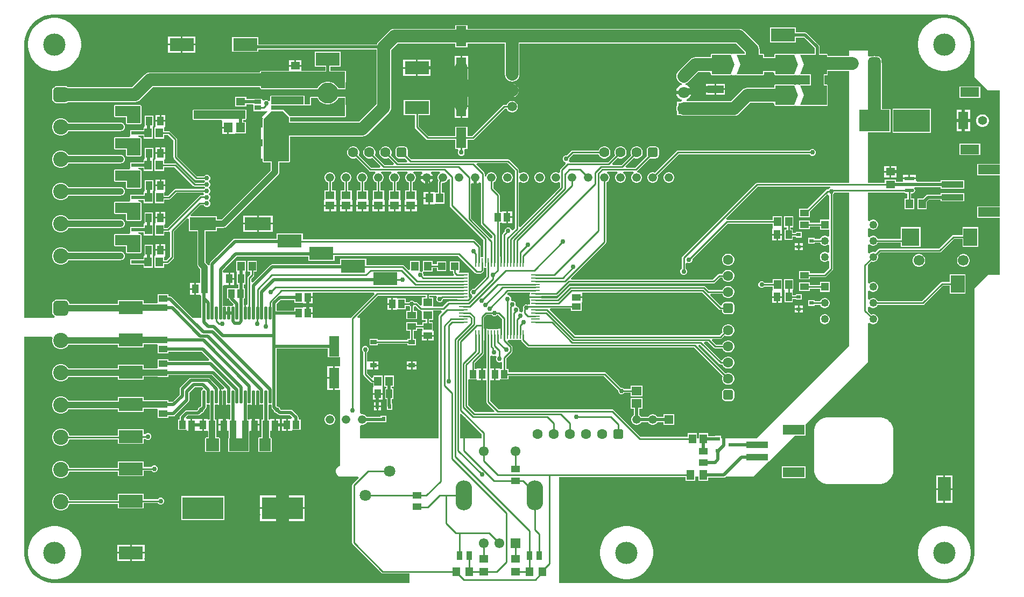
<source format=gbr>
%TF.GenerationSoftware,Altium Limited,Altium Designer,22.11.1 (43)*%
G04 Layer_Physical_Order=1*
G04 Layer_Color=255*
%FSLAX43Y43*%
%MOMM*%
%TF.SameCoordinates,713154A8-74CC-4FB3-A553-2C66CAAA5226*%
%TF.FilePolarity,Positive*%
%TF.FileFunction,Copper,L1,Top,Signal*%
%TF.Part,Single*%
G01*
G75*
%TA.AperFunction,SMDPad,CuDef*%
%ADD10R,1.450X1.200*%
%ADD11R,1.350X1.000*%
%ADD12R,3.800X2.030*%
%ADD13R,2.030X3.800*%
%ADD14R,2.000X2.000*%
%ADD15R,6.500X3.500*%
%ADD16R,1.055X1.356*%
%ADD17R,1.550X1.350*%
%ADD18R,1.356X1.055*%
%TA.AperFunction,SMDPad,SMDef*%
%ADD19R,5.300X0.900*%
%TA.AperFunction,SMDPad,CuDef*%
%ADD20R,4.100X2.000*%
%ADD21R,1.150X1.450*%
%ADD22R,1.200X1.450*%
%ADD23R,0.700X0.600*%
%ADD24R,3.400X1.500*%
%ADD25R,3.500X1.000*%
%ADD26R,2.200X2.800*%
%ADD27R,2.800X2.800*%
G04:AMPARAMS|DCode=28|XSize=1.524mm|YSize=0.578mm|CornerRadius=0.289mm|HoleSize=0mm|Usage=FLASHONLY|Rotation=0.000|XOffset=0mm|YOffset=0mm|HoleType=Round|Shape=RoundedRectangle|*
%AMROUNDEDRECTD28*
21,1,1.524,0.000,0,0,0.0*
21,1,0.946,0.578,0,0,0.0*
1,1,0.578,0.473,0.000*
1,1,0.578,-0.473,0.000*
1,1,0.578,-0.473,0.000*
1,1,0.578,0.473,0.000*
%
%ADD28ROUNDEDRECTD28*%
%ADD29R,1.524X0.578*%
%ADD30R,1.456X1.255*%
%ADD31R,0.950X1.350*%
%ADD32R,1.250X1.550*%
G04:AMPARAMS|DCode=33|XSize=1.99mm|YSize=0.48mm|CornerRadius=0.06mm|HoleSize=0mm|Usage=FLASHONLY|Rotation=270.000|XOffset=0mm|YOffset=0mm|HoleType=Round|Shape=RoundedRectangle|*
%AMROUNDEDRECTD33*
21,1,1.990,0.360,0,0,270.0*
21,1,1.870,0.480,0,0,270.0*
1,1,0.120,-0.180,-0.935*
1,1,0.120,-0.180,0.935*
1,1,0.120,0.180,0.935*
1,1,0.120,0.180,-0.935*
%
%ADD33ROUNDEDRECTD33*%
%ADD34R,2.500X1.250*%
%ADD35R,1.000X0.700*%
%ADD36R,0.600X0.700*%
%ADD37R,1.000X1.350*%
%ADD38R,4.860X3.360*%
%ADD39R,1.400X1.390*%
G04:AMPARAMS|DCode=40|XSize=1.1mm|YSize=0.6mm|CornerRadius=0.051mm|HoleSize=0mm|Usage=FLASHONLY|Rotation=0.000|XOffset=0mm|YOffset=0mm|HoleType=Round|Shape=RoundedRectangle|*
%AMROUNDEDRECTD40*
21,1,1.100,0.498,0,0,0.0*
21,1,0.998,0.600,0,0,0.0*
1,1,0.102,0.499,-0.249*
1,1,0.102,-0.499,-0.249*
1,1,0.102,-0.499,0.249*
1,1,0.102,0.499,0.249*
%
%ADD40ROUNDEDRECTD40*%
%ADD41R,1.200X1.200*%
%ADD42R,1.050X1.450*%
%ADD43R,1.450X1.050*%
%ADD44R,1.255X1.456*%
%ADD45R,1.600X3.200*%
%ADD46R,1.341X0.279*%
%ADD47R,0.279X1.341*%
%ADD48R,1.400X1.500*%
%TA.AperFunction,Conductor*%
%ADD49C,0.280*%
%ADD50C,2.000*%
%ADD51C,0.480*%
%ADD52C,1.000*%
%ADD53C,0.200*%
%TA.AperFunction,ComponentPad*%
G04:AMPARAMS|DCode=54|XSize=2.6mm|YSize=4.7mm|CornerRadius=1.3mm|HoleSize=0mm|Usage=FLASHONLY|Rotation=180.000|XOffset=0mm|YOffset=0mm|HoleType=Round|Shape=RoundedRectangle|*
%AMROUNDEDRECTD54*
21,1,2.600,2.100,0,0,180.0*
21,1,0.000,4.700,0,0,180.0*
1,1,2.600,0.000,1.050*
1,1,2.600,0.000,1.050*
1,1,2.600,0.000,-1.050*
1,1,2.600,0.000,-1.050*
%
%ADD54ROUNDEDRECTD54*%
%ADD55C,1.550*%
%ADD56R,1.550X1.550*%
%ADD57C,1.337*%
%ADD58R,1.337X1.337*%
%ADD59R,1.250X1.250*%
%ADD60C,1.250*%
%ADD61C,1.700*%
%ADD62R,3.000X1.500*%
%ADD63C,1.400*%
%ADD64R,1.500X3.500*%
%ADD65R,1.500X2.800*%
%ADD66C,2.400*%
G04:AMPARAMS|DCode=67|XSize=2.4mm|YSize=2.4mm|CornerRadius=0.6mm|HoleSize=0mm|Usage=FLASHONLY|Rotation=270.000|XOffset=0mm|YOffset=0mm|HoleType=Round|Shape=RoundedRectangle|*
%AMROUNDEDRECTD67*
21,1,2.400,1.200,0,0,270.0*
21,1,1.200,2.400,0,0,270.0*
1,1,1.200,-0.600,-0.600*
1,1,1.200,-0.600,0.600*
1,1,1.200,0.600,0.600*
1,1,1.200,0.600,-0.600*
%
%ADD67ROUNDEDRECTD67*%
%ADD68C,1.600*%
G04:AMPARAMS|DCode=69|XSize=1.6mm|YSize=1.6mm|CornerRadius=0.4mm|HoleSize=0mm|Usage=FLASHONLY|Rotation=180.000|XOffset=0mm|YOffset=0mm|HoleType=Round|Shape=RoundedRectangle|*
%AMROUNDEDRECTD69*
21,1,1.600,0.800,0,0,180.0*
21,1,0.800,1.600,0,0,180.0*
1,1,0.800,-0.400,0.400*
1,1,0.800,0.400,0.400*
1,1,0.800,0.400,-0.400*
1,1,0.800,-0.400,-0.400*
%
%ADD69ROUNDEDRECTD69*%
G04:AMPARAMS|DCode=70|XSize=1.5mm|YSize=1.5mm|CornerRadius=0.375mm|HoleSize=0mm|Usage=FLASHONLY|Rotation=270.000|XOffset=0mm|YOffset=0mm|HoleType=Round|Shape=RoundedRectangle|*
%AMROUNDEDRECTD70*
21,1,1.500,0.750,0,0,270.0*
21,1,0.750,1.500,0,0,270.0*
1,1,0.750,-0.375,-0.375*
1,1,0.750,-0.375,0.375*
1,1,0.750,0.375,0.375*
1,1,0.750,0.375,-0.375*
%
%ADD70ROUNDEDRECTD70*%
%ADD71C,1.500*%
%TA.AperFunction,ViaPad*%
%ADD72C,3.500*%
%TA.AperFunction,ComponentPad*%
%ADD73C,1.800*%
%ADD74R,1.800X1.800*%
%ADD75C,1.950*%
G04:AMPARAMS|DCode=76|XSize=1.95mm|YSize=1.95mm|CornerRadius=0.488mm|HoleSize=0mm|Usage=FLASHONLY|Rotation=180.000|XOffset=0mm|YOffset=0mm|HoleType=Round|Shape=RoundedRectangle|*
%AMROUNDEDRECTD76*
21,1,1.950,0.975,0,0,180.0*
21,1,0.975,1.950,0,0,180.0*
1,1,0.975,-0.488,0.488*
1,1,0.975,0.488,0.488*
1,1,0.975,0.488,-0.488*
1,1,0.975,-0.488,-0.488*
%
%ADD76ROUNDEDRECTD76*%
G04:AMPARAMS|DCode=77|XSize=1.6mm|YSize=1.6mm|CornerRadius=0.4mm|HoleSize=0mm|Usage=FLASHONLY|Rotation=90.000|XOffset=0mm|YOffset=0mm|HoleType=Round|Shape=RoundedRectangle|*
%AMROUNDEDRECTD77*
21,1,1.600,0.800,0,0,90.0*
21,1,0.800,1.600,0,0,90.0*
1,1,0.800,0.400,0.400*
1,1,0.800,0.400,-0.400*
1,1,0.800,-0.400,-0.400*
1,1,0.800,-0.400,0.400*
%
%ADD77ROUNDEDRECTD77*%
%TA.AperFunction,ViaPad*%
%ADD78C,0.800*%
%ADD79C,0.750*%
G36*
X126512Y80340D02*
X122287D01*
X122900Y81840D01*
X122287Y83340D01*
X126512D01*
Y80340D01*
D02*
G37*
G36*
X122013Y81840D02*
X121401Y80340D01*
X121274Y80340D01*
X121226Y80340D01*
Y80340D01*
X118400Y80340D01*
Y83340D01*
X121401D01*
X122013Y81840D01*
D02*
G37*
G36*
X116512Y80340D02*
X112287D01*
X112900Y81840D01*
X112287Y83340D01*
X116512D01*
Y80340D01*
D02*
G37*
G36*
X112013Y81840D02*
X111401Y80340D01*
X111274Y80340D01*
X111226Y80340D01*
Y80340D01*
X108400Y80340D01*
Y83340D01*
X111401D01*
X112013Y81840D01*
D02*
G37*
G36*
X113605Y83753D02*
X113556Y83503D01*
X112287D01*
X112258Y83491D01*
X112226Y83491D01*
X112164Y83490D01*
X112131Y83491D01*
X112100Y83503D01*
X111600D01*
X111571Y83491D01*
X111539Y83492D01*
X111515Y83468D01*
X111500Y83462D01*
X111487Y83468D01*
X111464Y83491D01*
X111431Y83491D01*
X111401Y83503D01*
X108400D01*
X108284Y83456D01*
X108237Y83340D01*
Y83001D01*
X105840D01*
X105540Y82961D01*
X105260Y82845D01*
X105019Y82661D01*
X103179Y80821D01*
X102995Y80580D01*
X102879Y80300D01*
X102839Y80000D01*
X102879Y79700D01*
X102995Y79420D01*
X103179Y79179D01*
X103420Y78995D01*
X103700Y78879D01*
X103711Y78625D01*
X103537Y78578D01*
X103263Y78420D01*
X103040Y78197D01*
X102882Y77923D01*
X102825Y77710D01*
X104000D01*
X105175D01*
X105118Y77923D01*
X104960Y78197D01*
X104737Y78420D01*
X104463Y78578D01*
X104289Y78625D01*
X104300Y78879D01*
X104580Y78995D01*
X104821Y79179D01*
X106321Y80679D01*
X108060D01*
X108237Y80502D01*
X108237Y80340D01*
X108284Y80224D01*
X108284Y80224D01*
X108284Y80224D01*
X108400Y80177D01*
X108400Y80177D01*
X108400Y80177D01*
X108419Y80177D01*
X111226Y80177D01*
X111226Y80177D01*
X111226Y80177D01*
X111226Y80177D01*
X111274Y80177D01*
X111401Y80177D01*
X111431Y80189D01*
X111464Y80189D01*
X111487Y80212D01*
X111500Y80218D01*
X111515Y80212D01*
X111539Y80188D01*
X111571Y80189D01*
X111600Y80177D01*
X112100D01*
X112131Y80189D01*
X112164Y80190D01*
X112226Y80189D01*
X112258Y80189D01*
X112287Y80177D01*
X116512D01*
X116628Y80224D01*
X116676Y80340D01*
Y80679D01*
X118060D01*
X118237Y80502D01*
X118237Y80340D01*
X118284Y80224D01*
X118284Y80224D01*
X118284Y80224D01*
X118400Y80177D01*
X118400Y80177D01*
X118400Y80177D01*
X118419Y80177D01*
X121226Y80177D01*
X121226Y80177D01*
X121226Y80177D01*
X121226Y80177D01*
X121274Y80177D01*
X121401Y80177D01*
X121431Y80189D01*
X121464Y80189D01*
X121487Y80212D01*
X121500Y80218D01*
X121515Y80212D01*
X121539Y80188D01*
X121571Y80189D01*
X121600Y80177D01*
X122100D01*
X122131Y80189D01*
X122164Y80190D01*
X122226Y80189D01*
X122258Y80189D01*
X122287Y80177D01*
X123839D01*
Y78663D01*
X122287D01*
X122258Y78651D01*
X122226Y78651D01*
X122164Y78650D01*
X122131Y78651D01*
X122100Y78663D01*
X121600D01*
X121571Y78651D01*
X121539Y78652D01*
X121515Y78628D01*
X121500Y78622D01*
X121487Y78628D01*
X121464Y78651D01*
X121431Y78651D01*
X121401Y78663D01*
X118400D01*
X118284Y78616D01*
X118237Y78500D01*
Y78161D01*
X114000D01*
X113700Y78121D01*
X113420Y78005D01*
X113179Y77821D01*
X111439Y76081D01*
X104456D01*
X104423Y76331D01*
X104463Y76342D01*
X104737Y76500D01*
X104960Y76723D01*
X105118Y76997D01*
X105175Y77210D01*
X104000D01*
X102825D01*
X102882Y76997D01*
X103040Y76723D01*
X103263Y76500D01*
X103537Y76342D01*
X103711Y76295D01*
X103700Y76041D01*
X103530Y75971D01*
X102949D01*
Y75390D01*
X102879Y75220D01*
X102839Y74920D01*
X102879Y74620D01*
X102949Y74450D01*
Y73869D01*
X103530D01*
X103700Y73799D01*
X104000Y73759D01*
X111920D01*
X112220Y73799D01*
X112500Y73915D01*
X112741Y74099D01*
X114481Y75839D01*
X118060D01*
X118237Y75662D01*
X118237Y75500D01*
X118284Y75384D01*
X118284Y75384D01*
X118284Y75384D01*
X118400Y75337D01*
X118400Y75337D01*
X118400Y75337D01*
X118419Y75337D01*
X121226Y75337D01*
X121226Y75337D01*
X121226Y75337D01*
X121226Y75337D01*
X121274Y75337D01*
X121401Y75337D01*
X121431Y75349D01*
X121464Y75349D01*
X121487Y75372D01*
X121500Y75378D01*
X121515Y75372D01*
X121539Y75348D01*
X121571Y75349D01*
X121600Y75337D01*
X122100D01*
X122131Y75349D01*
X122164Y75350D01*
X122226Y75349D01*
X122258Y75349D01*
X122287Y75337D01*
X126512D01*
X126628Y75384D01*
X126676Y75500D01*
Y78500D01*
X126628Y78616D01*
X126512Y78663D01*
X126161D01*
Y80177D01*
X126512D01*
X126628Y80224D01*
X126676Y80340D01*
Y80839D01*
X130000D01*
Y63247D01*
X115550D01*
X115550Y63247D01*
X115436Y63224D01*
X115340Y63160D01*
X115340Y63160D01*
X103790Y51610D01*
X103726Y51514D01*
X103703Y51400D01*
X103703Y51400D01*
Y49692D01*
X103702Y49692D01*
X103554Y49544D01*
X103474Y49351D01*
Y49141D01*
X103554Y48948D01*
X103702Y48800D01*
X103895Y48720D01*
X104105D01*
X104298Y48800D01*
X104446Y48948D01*
X104526Y49141D01*
Y49351D01*
X104446Y49544D01*
X104298Y49692D01*
X104297Y49692D01*
Y50542D01*
X104418Y50614D01*
X104547Y50662D01*
X104712Y50594D01*
X104921D01*
X105114Y50674D01*
X105262Y50822D01*
X105342Y51015D01*
Y51225D01*
X105342Y51226D01*
X110919Y56803D01*
X118024D01*
Y56229D01*
X118024Y56224D01*
X118012Y55979D01*
X117946D01*
Y55177D01*
X118700D01*
X119454D01*
Y55974D01*
X119454Y55979D01*
X119466Y56224D01*
X119476D01*
Y57976D01*
X118024D01*
Y57397D01*
X110796D01*
X110796Y57397D01*
X110763Y57390D01*
X110640Y57621D01*
X115673Y62653D01*
X127042D01*
X127085Y62421D01*
X126892Y62341D01*
X126744Y62193D01*
X126744Y62192D01*
X126605D01*
X126605Y62192D01*
X126492Y62169D01*
X126396Y62105D01*
X126396Y62105D01*
X123456Y59166D01*
X122124D01*
Y57814D01*
X123876D01*
Y58746D01*
X126562Y61433D01*
X126655Y61437D01*
X126893Y61215D01*
Y57416D01*
X125414D01*
Y56937D01*
X123876D01*
Y57316D01*
X122124D01*
Y55964D01*
X123876D01*
Y56343D01*
X125414D01*
Y55864D01*
X126893D01*
Y54848D01*
X126738Y54761D01*
X126643Y54734D01*
X126490Y54823D01*
X126292Y54876D01*
X126088D01*
X125890Y54823D01*
X125714Y54721D01*
X125569Y54576D01*
X125467Y54400D01*
X125466Y54397D01*
X124601D01*
Y54551D01*
X123599D01*
Y53649D01*
X124601D01*
Y53803D01*
X125466D01*
X125467Y53800D01*
X125569Y53624D01*
X125714Y53479D01*
X125890Y53377D01*
X126088Y53324D01*
X126292D01*
X126490Y53377D01*
X126643Y53466D01*
X126738Y53439D01*
X126893Y53352D01*
Y52308D01*
X126738Y52221D01*
X126643Y52194D01*
X126490Y52283D01*
X126292Y52336D01*
X126088D01*
X125890Y52283D01*
X125714Y52181D01*
X125569Y52036D01*
X125467Y51860D01*
X125414Y51662D01*
Y51458D01*
X125467Y51260D01*
X125569Y51084D01*
X125714Y50939D01*
X125890Y50837D01*
X126088Y50784D01*
X126292D01*
X126490Y50837D01*
X126643Y50926D01*
X126738Y50899D01*
X126893Y50812D01*
Y49813D01*
X126067Y48987D01*
X123876D01*
Y49366D01*
X122124D01*
Y48014D01*
X123876D01*
Y48393D01*
X126190D01*
X126190Y48393D01*
X126304Y48416D01*
X126400Y48480D01*
X127400Y49480D01*
X127400Y49480D01*
X127464Y49576D01*
X127487Y49690D01*
Y61449D01*
X127488Y61449D01*
X127636Y61597D01*
X127680Y61703D01*
X130000D01*
Y37566D01*
X115434Y23000D01*
X109901D01*
Y23401D01*
X108899D01*
Y23349D01*
X107826D01*
Y23826D01*
X106374D01*
Y23000D01*
X106076D01*
Y23826D01*
X104624D01*
Y23247D01*
X97173D01*
X92960Y27460D01*
X92864Y27524D01*
X92750Y27547D01*
X92750Y27547D01*
X74870D01*
X73547Y28870D01*
Y32168D01*
X74171D01*
Y33100D01*
Y34032D01*
X73547D01*
Y35956D01*
X73797Y36059D01*
X73802Y36054D01*
X73995Y35974D01*
X74205D01*
X74259Y35997D01*
X74535Y35871D01*
X74541Y35863D01*
X74554Y35798D01*
X74474Y35605D01*
Y35395D01*
X74554Y35202D01*
X74702Y35054D01*
X74895Y34974D01*
X75105D01*
X75203Y35015D01*
X75432Y34894D01*
X75453Y34868D01*
Y33929D01*
X75080D01*
Y34032D01*
X74425D01*
Y33100D01*
Y32168D01*
X75080D01*
Y32271D01*
X76428D01*
Y32803D01*
X91424D01*
X93671Y30556D01*
X93671Y30555D01*
Y30345D01*
X93751Y30152D01*
X93899Y30004D01*
X94092Y29924D01*
X94301D01*
X94495Y30004D01*
X94643Y30152D01*
X94643Y30153D01*
X95664D01*
Y29624D01*
X97516D01*
Y31276D01*
X95664D01*
Y30747D01*
X94643D01*
X94643Y30748D01*
X94495Y30896D01*
X94301Y30976D01*
X94092D01*
X94091Y30975D01*
X91756Y33310D01*
X91660Y33374D01*
X91547Y33397D01*
X91547Y33397D01*
X76428D01*
Y33929D01*
X76047D01*
Y35576D01*
X76968Y36497D01*
X76968Y36497D01*
X77032Y36593D01*
X77055Y36707D01*
X77055Y36707D01*
Y37372D01*
X77055Y37372D01*
X77032Y37486D01*
X76968Y37582D01*
X76968Y37582D01*
X76295Y38255D01*
X76399Y38505D01*
X78210D01*
X78453Y38466D01*
X78476Y38352D01*
X78540Y38256D01*
X79373Y37424D01*
X79373Y37424D01*
X79469Y37359D01*
X79583Y37337D01*
X105624D01*
X110150Y32810D01*
X110114Y32747D01*
X110049Y32505D01*
Y32255D01*
X110114Y32013D01*
X110239Y31796D01*
X110416Y31619D01*
X110633Y31494D01*
X110875Y31429D01*
X111125D01*
X111367Y31494D01*
X111584Y31619D01*
X111761Y31796D01*
X111886Y32013D01*
X111951Y32255D01*
Y32505D01*
X111886Y32747D01*
X111761Y32964D01*
X111584Y33141D01*
X111367Y33266D01*
X111125Y33331D01*
X110875D01*
X110633Y33266D01*
X110570Y33230D01*
X106324Y37475D01*
X106420Y37722D01*
X106590Y37741D01*
X109620Y34710D01*
X109620Y34710D01*
X109716Y34646D01*
X109830Y34623D01*
X109830Y34623D01*
X110095D01*
X110114Y34553D01*
X110239Y34336D01*
X110416Y34159D01*
X110633Y34034D01*
X110875Y33969D01*
X111125D01*
X111367Y34034D01*
X111584Y34159D01*
X111761Y34336D01*
X111886Y34553D01*
X111951Y34795D01*
Y35045D01*
X111886Y35287D01*
X111761Y35504D01*
X111584Y35681D01*
X111367Y35806D01*
X111125Y35871D01*
X110875D01*
X110633Y35806D01*
X110416Y35681D01*
X110239Y35504D01*
X110149Y35348D01*
X109941Y35302D01*
X109861Y35309D01*
X107202Y37968D01*
X107298Y38199D01*
X107771D01*
X108720Y37250D01*
X108816Y37186D01*
X108929Y37163D01*
X108929Y37163D01*
X110095D01*
X110114Y37093D01*
X110239Y36876D01*
X110416Y36699D01*
X110633Y36574D01*
X110875Y36509D01*
X111125D01*
X111367Y36574D01*
X111584Y36699D01*
X111761Y36876D01*
X111886Y37093D01*
X111951Y37335D01*
Y37585D01*
X111886Y37827D01*
X111761Y38044D01*
X111584Y38221D01*
X111367Y38346D01*
X111125Y38411D01*
X110875D01*
X110633Y38346D01*
X110416Y38221D01*
X110239Y38044D01*
X110114Y37827D01*
X110095Y37757D01*
X109052D01*
X108401Y38408D01*
X108497Y38639D01*
X109751D01*
X109751Y38639D01*
X109864Y38661D01*
X109960Y38726D01*
X110453Y39218D01*
X110633Y39114D01*
X110875Y39049D01*
X111125D01*
X111367Y39114D01*
X111584Y39239D01*
X111761Y39416D01*
X111886Y39633D01*
X111951Y39875D01*
Y40125D01*
X111886Y40367D01*
X111761Y40584D01*
X111584Y40761D01*
X111367Y40886D01*
X111125Y40951D01*
X110875D01*
X110633Y40886D01*
X110416Y40761D01*
X110239Y40584D01*
X110114Y40367D01*
X110049Y40125D01*
Y39875D01*
X110096Y39700D01*
X109628Y39232D01*
X86917D01*
X82927Y43222D01*
X83023Y43453D01*
X86271D01*
Y43072D01*
X87929D01*
Y44420D01*
X88032D01*
Y45075D01*
X87100D01*
Y45329D01*
X88032D01*
Y45953D01*
X106877D01*
X109540Y43290D01*
X109540Y43290D01*
X109636Y43226D01*
X109750Y43203D01*
X110038D01*
Y43100D01*
X110081Y42885D01*
X110203Y42703D01*
X110385Y42581D01*
X110600Y42538D01*
X111400D01*
X111615Y42581D01*
X111797Y42703D01*
X111919Y42885D01*
X111962Y43100D01*
Y43900D01*
X111919Y44115D01*
X111797Y44297D01*
X111615Y44419D01*
X111400Y44462D01*
X110600D01*
X110385Y44419D01*
X110203Y44297D01*
X110081Y44115D01*
X110052Y43968D01*
X109875Y43888D01*
X109788Y43881D01*
X108157Y45512D01*
X108253Y45743D01*
X110095D01*
X110114Y45673D01*
X110239Y45456D01*
X110416Y45279D01*
X110633Y45154D01*
X110875Y45089D01*
X111125D01*
X111367Y45154D01*
X111584Y45279D01*
X111761Y45456D01*
X111886Y45673D01*
X111951Y45915D01*
Y46165D01*
X111886Y46407D01*
X111761Y46624D01*
X111584Y46801D01*
X111367Y46926D01*
X111125Y46991D01*
X110875D01*
X110633Y46926D01*
X110416Y46801D01*
X110239Y46624D01*
X110114Y46407D01*
X110095Y46337D01*
X107942D01*
X107388Y46891D01*
X107292Y46955D01*
X107179Y46978D01*
X107179Y46978D01*
X86132D01*
X86132Y46978D01*
X86018Y46955D01*
X85922Y46891D01*
X84078Y45047D01*
X81598D01*
Y45123D01*
X80674D01*
X79750D01*
Y44856D01*
X79853D01*
Y44047D01*
X79446D01*
X79446Y44047D01*
X79376Y44033D01*
X79328Y44053D01*
X79118D01*
X78925Y43973D01*
X78777Y43825D01*
X78697Y43632D01*
Y43422D01*
X78717Y43374D01*
X78703Y43304D01*
X78703Y43304D01*
Y42972D01*
X78695Y42960D01*
X78453Y42825D01*
X78368Y42861D01*
X78325D01*
X78152Y43096D01*
Y43305D01*
X78072Y43499D01*
X77924Y43647D01*
X77730Y43727D01*
X77569Y43973D01*
Y44183D01*
X77489Y44376D01*
X77341Y44524D01*
X77148Y44604D01*
X76991D01*
X76862Y44734D01*
X76810Y44822D01*
X76825Y44858D01*
Y45067D01*
X76745Y45260D01*
X76597Y45408D01*
X76404Y45488D01*
X76304D01*
X76201Y45738D01*
X76416Y45953D01*
X79853D01*
Y45644D01*
X79750D01*
Y45377D01*
X80674D01*
X81598D01*
Y45453D01*
X83949D01*
X83949Y45453D01*
X84063Y45476D01*
X84159Y45540D01*
X86016Y47397D01*
X108694D01*
X108694Y47397D01*
X108807Y47420D01*
X108904Y47484D01*
X109703Y48283D01*
X110095D01*
X110114Y48213D01*
X110239Y47996D01*
X110416Y47819D01*
X110633Y47694D01*
X110875Y47629D01*
X111125D01*
X111367Y47694D01*
X111584Y47819D01*
X111761Y47996D01*
X111886Y48213D01*
X111951Y48455D01*
Y48705D01*
X111886Y48947D01*
X111761Y49164D01*
X111584Y49341D01*
X111367Y49466D01*
X111125Y49531D01*
X110875D01*
X110633Y49466D01*
X110416Y49341D01*
X110239Y49164D01*
X110114Y48947D01*
X110095Y48877D01*
X109580D01*
X109580Y48877D01*
X109466Y48854D01*
X109370Y48790D01*
X109370Y48790D01*
X108571Y47991D01*
X86326D01*
X86231Y48221D01*
X91720Y53711D01*
X91720Y53711D01*
X91784Y53807D01*
X91807Y53921D01*
X91807Y53921D01*
Y63281D01*
X91826Y63286D01*
X92013Y63394D01*
X92166Y63547D01*
X92274Y63734D01*
X92329Y63942D01*
Y64158D01*
X92274Y64366D01*
X92166Y64553D01*
X92013Y64706D01*
X91931Y64753D01*
X91998Y65003D01*
X93562D01*
X93629Y64753D01*
X93547Y64706D01*
X93394Y64553D01*
X93286Y64366D01*
X93230Y64158D01*
Y63942D01*
X93286Y63734D01*
X93394Y63547D01*
X93547Y63394D01*
X93734Y63286D01*
X93942Y63230D01*
X94158D01*
X94366Y63286D01*
X94553Y63394D01*
X94706Y63547D01*
X94814Y63734D01*
X94869Y63942D01*
Y64158D01*
X94814Y64366D01*
X94706Y64553D01*
X94553Y64706D01*
X94471Y64753D01*
X94538Y65003D01*
X96102D01*
X96169Y64753D01*
X96087Y64706D01*
X95934Y64553D01*
X95826Y64366D01*
X95771Y64158D01*
Y63942D01*
X95826Y63734D01*
X95934Y63547D01*
X96087Y63394D01*
X96274Y63286D01*
X96482Y63230D01*
X96698D01*
X96906Y63286D01*
X97093Y63394D01*
X97246Y63547D01*
X97354Y63734D01*
X97410Y63942D01*
Y64158D01*
X97354Y64366D01*
X97246Y64553D01*
X97093Y64706D01*
X96906Y64814D01*
X96769Y64850D01*
X96702Y65027D01*
X96705Y65117D01*
X98643Y67055D01*
X98730Y67038D01*
X99530D01*
X99745Y67081D01*
X99927Y67203D01*
X100049Y67385D01*
X100092Y67600D01*
Y68400D01*
X100049Y68615D01*
X99927Y68797D01*
X99745Y68919D01*
X99530Y68962D01*
X98730D01*
X98515Y68919D01*
X98333Y68797D01*
X98211Y68615D01*
X98168Y68400D01*
Y67600D01*
X98198Y67449D01*
X96346Y65597D01*
X94933D01*
X94837Y65828D01*
X96160Y67150D01*
X96223Y67114D01*
X96465Y67049D01*
X96715D01*
X96957Y67114D01*
X97174Y67239D01*
X97351Y67416D01*
X97476Y67633D01*
X97541Y67875D01*
Y68125D01*
X97476Y68367D01*
X97351Y68584D01*
X97174Y68761D01*
X96957Y68886D01*
X96715Y68951D01*
X96465D01*
X96223Y68886D01*
X96006Y68761D01*
X95829Y68584D01*
X95704Y68367D01*
X95639Y68125D01*
Y67875D01*
X95704Y67633D01*
X95740Y67570D01*
X94198Y66028D01*
X92824D01*
X92728Y66259D01*
X93620Y67150D01*
X93683Y67114D01*
X93925Y67049D01*
X94175D01*
X94417Y67114D01*
X94634Y67239D01*
X94811Y67416D01*
X94936Y67633D01*
X95001Y67875D01*
Y68125D01*
X94936Y68367D01*
X94811Y68584D01*
X94634Y68761D01*
X94417Y68886D01*
X94175Y68951D01*
X93925D01*
X93683Y68886D01*
X93466Y68761D01*
X93289Y68584D01*
X93164Y68367D01*
X93099Y68125D01*
Y67875D01*
X93164Y67633D01*
X93200Y67570D01*
X92089Y66459D01*
X86043D01*
X85966Y66596D01*
X85926Y66709D01*
X85996Y66879D01*
Y67089D01*
X85991Y67101D01*
X86593Y67703D01*
X90605D01*
X90624Y67633D01*
X90749Y67416D01*
X90926Y67239D01*
X91143Y67114D01*
X91385Y67049D01*
X91635D01*
X91877Y67114D01*
X92094Y67239D01*
X92271Y67416D01*
X92396Y67633D01*
X92461Y67875D01*
Y68125D01*
X92396Y68367D01*
X92271Y68584D01*
X92094Y68761D01*
X91877Y68886D01*
X91635Y68951D01*
X91385D01*
X91143Y68886D01*
X90926Y68761D01*
X90749Y68584D01*
X90624Y68367D01*
X90605Y68297D01*
X86471D01*
X86470Y68297D01*
X86357Y68274D01*
X86261Y68210D01*
X86261Y68210D01*
X85561Y67510D01*
X85366D01*
X85173Y67430D01*
X85025Y67282D01*
X84945Y67089D01*
Y66879D01*
X85025Y66686D01*
X85173Y66538D01*
X85322Y66476D01*
X85389Y66314D01*
X85407Y66208D01*
X84640Y65441D01*
X84575Y65345D01*
X84553Y65231D01*
X84553Y65231D01*
Y64890D01*
X84534Y64868D01*
X84303Y64758D01*
X84206Y64814D01*
X83998Y64869D01*
X83782D01*
X83574Y64814D01*
X83387Y64706D01*
X83234Y64553D01*
X83126Y64366D01*
X83071Y64158D01*
Y63942D01*
X83126Y63734D01*
X83234Y63547D01*
X83387Y63394D01*
X83574Y63286D01*
X83782Y63230D01*
X83998D01*
X84206Y63286D01*
X84303Y63342D01*
X84534Y63232D01*
X84553Y63210D01*
Y62564D01*
X78278Y56289D01*
X78047Y56385D01*
Y63301D01*
X78297Y63404D01*
X78307Y63394D01*
X78494Y63286D01*
X78702Y63230D01*
X78918D01*
X79126Y63286D01*
X79313Y63394D01*
X79466Y63547D01*
X79574Y63734D01*
X79630Y63942D01*
Y64158D01*
X79574Y64366D01*
X79466Y64553D01*
X79313Y64706D01*
X79126Y64814D01*
X78918Y64869D01*
X78702D01*
X78494Y64814D01*
X78307Y64706D01*
X78297Y64696D01*
X78047Y64799D01*
Y65231D01*
X78047Y65231D01*
X78024Y65345D01*
X77960Y65441D01*
X77960Y65441D01*
X76591Y66810D01*
X76495Y66874D01*
X76381Y66897D01*
X76381Y66897D01*
X61143D01*
X60558Y67481D01*
X60582Y67600D01*
Y68400D01*
X60539Y68615D01*
X60417Y68797D01*
X60235Y68919D01*
X60020Y68962D01*
X59220D01*
X59005Y68919D01*
X58823Y68797D01*
X58701Y68615D01*
X58658Y68400D01*
Y67600D01*
X58701Y67385D01*
X58823Y67203D01*
X59005Y67081D01*
X59220Y67038D01*
X60020D01*
X60139Y67062D01*
X60511Y66690D01*
X60415Y66459D01*
X59041D01*
X57930Y67570D01*
X57966Y67633D01*
X58031Y67875D01*
Y68125D01*
X57966Y68367D01*
X57841Y68584D01*
X57664Y68761D01*
X57447Y68886D01*
X57205Y68951D01*
X56955D01*
X56713Y68886D01*
X56496Y68761D01*
X56319Y68584D01*
X56194Y68367D01*
X56129Y68125D01*
Y67875D01*
X56194Y67633D01*
X56319Y67416D01*
X56496Y67239D01*
X56713Y67114D01*
X56955Y67049D01*
X57205D01*
X57447Y67114D01*
X57510Y67150D01*
X58402Y66259D01*
X58306Y66028D01*
X56932D01*
X55390Y67570D01*
X55426Y67633D01*
X55491Y67875D01*
Y68125D01*
X55426Y68367D01*
X55301Y68584D01*
X55124Y68761D01*
X54907Y68886D01*
X54665Y68951D01*
X54415D01*
X54173Y68886D01*
X53956Y68761D01*
X53779Y68584D01*
X53654Y68367D01*
X53589Y68125D01*
Y67875D01*
X53654Y67633D01*
X53779Y67416D01*
X53956Y67239D01*
X54173Y67114D01*
X54415Y67049D01*
X54665D01*
X54907Y67114D01*
X54970Y67150D01*
X56293Y65828D01*
X56197Y65597D01*
X54823D01*
X52850Y67570D01*
X52886Y67633D01*
X52951Y67875D01*
Y68125D01*
X52886Y68367D01*
X52761Y68584D01*
X52584Y68761D01*
X52367Y68886D01*
X52125Y68951D01*
X51875D01*
X51633Y68886D01*
X51416Y68761D01*
X51239Y68584D01*
X51114Y68367D01*
X51049Y68125D01*
Y67875D01*
X51114Y67633D01*
X51239Y67416D01*
X51416Y67239D01*
X51633Y67114D01*
X51875Y67049D01*
X52125D01*
X52367Y67114D01*
X52430Y67150D01*
X54490Y65090D01*
X54490Y65090D01*
X54586Y65026D01*
X54700Y65003D01*
X54700Y65003D01*
X55462D01*
X55529Y64753D01*
X55447Y64706D01*
X55294Y64553D01*
X55186Y64366D01*
X55131Y64158D01*
Y63942D01*
X55186Y63734D01*
X55294Y63547D01*
X55447Y63394D01*
X55634Y63286D01*
X55653Y63281D01*
Y62055D01*
X55071D01*
Y60507D01*
X54968D01*
Y59752D01*
X55950D01*
X56932D01*
Y60507D01*
X56829D01*
Y62055D01*
X56247D01*
Y63281D01*
X56266Y63286D01*
X56453Y63394D01*
X56606Y63547D01*
X56714Y63734D01*
X56770Y63942D01*
Y64158D01*
X56714Y64366D01*
X56606Y64553D01*
X56453Y64706D01*
X56371Y64753D01*
X56438Y65003D01*
X58002D01*
X58069Y64753D01*
X57987Y64706D01*
X57834Y64553D01*
X57726Y64366D01*
X57671Y64158D01*
Y63942D01*
X57726Y63734D01*
X57834Y63547D01*
X57987Y63394D01*
X58174Y63286D01*
X58193Y63281D01*
Y62055D01*
X57611D01*
Y60507D01*
X57508D01*
Y59752D01*
X58490D01*
X59472D01*
Y60507D01*
X59369D01*
Y62055D01*
X58787D01*
Y63281D01*
X58806Y63286D01*
X58993Y63394D01*
X59146Y63547D01*
X59254Y63734D01*
X59310Y63942D01*
Y64158D01*
X59254Y64366D01*
X59146Y64553D01*
X58993Y64706D01*
X58911Y64753D01*
X58978Y65003D01*
X60542D01*
X60609Y64753D01*
X60527Y64706D01*
X60374Y64553D01*
X60266Y64366D01*
X60210Y64158D01*
Y63942D01*
X60266Y63734D01*
X60374Y63547D01*
X60527Y63394D01*
X60714Y63286D01*
X60733Y63281D01*
Y62055D01*
X60151D01*
Y60507D01*
X60048D01*
Y59752D01*
X61030D01*
X62012D01*
Y60507D01*
X61909D01*
Y62055D01*
X61327D01*
Y63281D01*
X61346Y63286D01*
X61533Y63394D01*
X61686Y63547D01*
X61794Y63734D01*
X61849Y63942D01*
Y64158D01*
X61794Y64366D01*
X61686Y64553D01*
X61533Y64706D01*
X61451Y64753D01*
X61518Y65003D01*
X62802D01*
X62904Y64753D01*
X62795Y64645D01*
X62667Y64424D01*
X62634Y64300D01*
X63570D01*
X64506D01*
X64473Y64424D01*
X64345Y64645D01*
X64236Y64753D01*
X64338Y65003D01*
X65622D01*
X65689Y64753D01*
X65607Y64706D01*
X65454Y64553D01*
X65346Y64366D01*
X65290Y64158D01*
Y63942D01*
X65346Y63734D01*
X65430Y63590D01*
X65390Y63550D01*
X65326Y63454D01*
X65303Y63340D01*
X65303Y63340D01*
Y61702D01*
X64830D01*
Y61805D01*
X64075D01*
Y60823D01*
Y59841D01*
X64830D01*
Y59944D01*
X66378D01*
Y61702D01*
X65897D01*
Y63000D01*
X66002Y63230D01*
X66218D01*
X66426Y63286D01*
X66613Y63394D01*
X66766Y63547D01*
X66868Y63723D01*
X66876Y63735D01*
X67158Y63830D01*
X67208Y63796D01*
Y59636D01*
X67208Y59636D01*
X67231Y59522D01*
X67295Y59426D01*
X72453Y54268D01*
Y51495D01*
X72047D01*
Y53150D01*
X72024Y53264D01*
X71960Y53360D01*
X71960Y53360D01*
X71110Y54210D01*
X71014Y54274D01*
X70900Y54297D01*
X70900Y54297D01*
X44051D01*
Y55266D01*
X39949D01*
Y54399D01*
X33400D01*
X33247Y54368D01*
X33118Y54282D01*
X33118Y54282D01*
X29518Y50682D01*
X29432Y50553D01*
X29401Y50400D01*
X29401Y50400D01*
Y50289D01*
X29160Y50219D01*
X29133Y50284D01*
X29028Y50420D01*
X28777Y50672D01*
Y55629D01*
X30501D01*
Y56123D01*
X31575D01*
X31745Y56146D01*
X31903Y56211D01*
X32039Y56316D01*
X40164Y64441D01*
X40269Y64577D01*
X40334Y64735D01*
X40357Y64905D01*
Y66437D01*
X41900D01*
X42016Y66484D01*
X42063Y66600D01*
Y70519D01*
X53410D01*
X53710Y70559D01*
X53990Y70675D01*
X54231Y70859D01*
X57630Y74258D01*
X57814Y74499D01*
X57930Y74779D01*
X57970Y75079D01*
Y84120D01*
X58989Y85139D01*
X68049D01*
Y84549D01*
X69951D01*
Y85139D01*
X75839D01*
Y80300D01*
X75879Y80000D01*
X75995Y79720D01*
X76179Y79479D01*
X76420Y79295D01*
X76700Y79179D01*
X77000Y79139D01*
X77300Y79179D01*
X77580Y79295D01*
X77821Y79479D01*
X78005Y79720D01*
X78121Y80000D01*
X78161Y80300D01*
Y85139D01*
X112219D01*
X113605Y83753D01*
D02*
G37*
G36*
X44200Y75593D02*
X39100D01*
Y76800D01*
X44200D01*
Y75593D01*
D02*
G37*
G36*
X126512Y75500D02*
X122287D01*
X122900Y77000D01*
X122287Y78500D01*
X126512D01*
Y75500D01*
D02*
G37*
G36*
X122013Y77000D02*
X121401Y75500D01*
X121274Y75500D01*
X121226Y75500D01*
Y75500D01*
X118400Y75500D01*
Y78500D01*
X121401D01*
X122013Y77000D01*
D02*
G37*
G36*
X46364Y76602D02*
X46442Y76450D01*
X46641Y76172D01*
X46888Y75937D01*
X47176Y75752D01*
X47493Y75625D01*
X47829Y75560D01*
X48171Y75560D01*
X48506Y75625D01*
X48824Y75752D01*
X49112Y75936D01*
X49359Y76172D01*
X49558Y76450D01*
X49636Y76602D01*
X49636Y76602D01*
X50650D01*
Y75400D01*
X50700D01*
Y73700D01*
X42000D01*
X41000Y74700D01*
X39100Y74700D01*
Y75400D01*
X45350D01*
Y76602D01*
X45350Y76602D01*
X46364D01*
X46364Y76602D01*
D02*
G37*
G36*
X41900Y73500D02*
Y73000D01*
Y66600D01*
X37900D01*
Y73267D01*
X39100Y74467D01*
X40933D01*
X41900Y73500D01*
D02*
G37*
G36*
X71440Y63114D02*
X71564Y63147D01*
X71785Y63275D01*
X71834Y63324D01*
X72084Y63221D01*
Y56821D01*
X72084Y56821D01*
X72107Y56707D01*
X72171Y56611D01*
X73895Y54887D01*
Y54601D01*
X73664Y54505D01*
X70527Y57642D01*
Y63026D01*
X70777Y63170D01*
X70816Y63147D01*
X70940Y63114D01*
Y64050D01*
X71440D01*
Y63114D01*
D02*
G37*
G36*
X145928Y89664D02*
X146529Y89503D01*
X147103Y89265D01*
X147642Y88954D01*
X148135Y88575D01*
X148575Y88135D01*
X148954Y87642D01*
X149265Y87103D01*
X149503Y86529D01*
X149664Y85928D01*
X149745Y85311D01*
Y85000D01*
Y80000D01*
X149765Y79902D01*
X149820Y79820D01*
X151820Y77820D01*
X151902Y77765D01*
X152000Y77745D01*
X153745D01*
Y76000D01*
Y66201D01*
X150174D01*
Y64399D01*
X153745D01*
X153745Y59501D01*
X150174D01*
Y57699D01*
X153745D01*
Y49000D01*
Y48755D01*
X152000D01*
X151902Y48735D01*
X151820Y48680D01*
X149820Y46680D01*
X149765Y46598D01*
X149745Y46500D01*
Y46000D01*
X149745Y45000D01*
X149745Y5000D01*
Y4689D01*
X149664Y4072D01*
X149503Y3471D01*
X149265Y2897D01*
X148954Y2358D01*
X148575Y1865D01*
X148135Y1425D01*
X147642Y1046D01*
X147103Y735D01*
X146529Y497D01*
X145928Y336D01*
X145311Y255D01*
X84410D01*
Y16903D01*
X104274D01*
Y16274D01*
X105826D01*
Y17000D01*
X106324D01*
Y16274D01*
X107876D01*
Y16801D01*
X110300D01*
X110300Y16801D01*
X110453Y16832D01*
X110582Y16918D01*
X110664Y17000D01*
X115000D01*
X117349Y19349D01*
X117451D01*
Y19451D01*
X121449Y23449D01*
X123151D01*
Y25151D01*
X133000Y35000D01*
Y41136D01*
X133250Y41223D01*
X133334Y41139D01*
X133510Y41037D01*
X133708Y40984D01*
X133912D01*
X134110Y41037D01*
X134286Y41139D01*
X134431Y41284D01*
X134533Y41460D01*
X134586Y41658D01*
Y41862D01*
X134533Y42060D01*
X134431Y42236D01*
X134286Y42381D01*
X134110Y42483D01*
X133912Y42536D01*
X133708D01*
X133510Y42483D01*
X133508Y42482D01*
X133000Y42990D01*
Y43676D01*
X133250Y43763D01*
X133334Y43679D01*
X133510Y43577D01*
X133708Y43524D01*
X133912D01*
X134110Y43577D01*
X134286Y43679D01*
X134431Y43824D01*
X134533Y44000D01*
X134534Y44003D01*
X141639D01*
X141639Y44003D01*
X141752Y44026D01*
X141849Y44090D01*
X144762Y47003D01*
X145849D01*
Y45749D01*
X148351D01*
Y48851D01*
X145849D01*
Y47597D01*
X144639D01*
X144525Y47574D01*
X144429Y47510D01*
X144429Y47510D01*
X141516Y44597D01*
X134534D01*
X134533Y44600D01*
X134431Y44776D01*
X134286Y44921D01*
X134110Y45023D01*
X133912Y45076D01*
X133708D01*
X133510Y45023D01*
X133334Y44921D01*
X133250Y44837D01*
X133000Y44924D01*
Y46216D01*
X133250Y46303D01*
X133334Y46219D01*
X133510Y46117D01*
X133708Y46064D01*
X133912D01*
X134110Y46117D01*
X134286Y46219D01*
X134431Y46364D01*
X134533Y46540D01*
X134586Y46738D01*
Y46942D01*
X134533Y47140D01*
X134431Y47316D01*
X134286Y47461D01*
X134110Y47563D01*
X133912Y47616D01*
X133708D01*
X133510Y47563D01*
X133334Y47461D01*
X133250Y47377D01*
X133000Y47464D01*
Y50330D01*
X133508Y50838D01*
X133510Y50837D01*
X133708Y50784D01*
X133912D01*
X134110Y50837D01*
X134286Y50939D01*
X134431Y51084D01*
X134533Y51260D01*
X134586Y51458D01*
Y51662D01*
X134533Y51860D01*
X134532Y51862D01*
X134931Y52262D01*
X144286D01*
X144286Y52262D01*
X144399Y52284D01*
X144495Y52349D01*
X146550Y54403D01*
X147849D01*
Y53149D01*
X150351D01*
Y56251D01*
X147849D01*
Y54997D01*
X146427D01*
X146314Y54974D01*
X146217Y54910D01*
X146217Y54910D01*
X144163Y52855D01*
X134808D01*
X134695Y52832D01*
X134599Y52768D01*
X134599Y52768D01*
X134112Y52282D01*
X134110Y52283D01*
X133912Y52336D01*
X133708D01*
X133510Y52283D01*
X133334Y52181D01*
X133250Y52097D01*
X133000Y52184D01*
Y53476D01*
X133250Y53563D01*
X133334Y53479D01*
X133510Y53377D01*
X133708Y53324D01*
X133912D01*
X134110Y53377D01*
X134286Y53479D01*
X134431Y53624D01*
X134533Y53800D01*
X134534Y53803D01*
X138149D01*
Y53149D01*
X141251D01*
Y56251D01*
X138149D01*
Y54397D01*
X134534D01*
X134533Y54400D01*
X134431Y54576D01*
X134286Y54721D01*
X134110Y54823D01*
X133912Y54876D01*
X133708D01*
X133510Y54823D01*
X133334Y54721D01*
X133250Y54637D01*
X133000Y54724D01*
Y56016D01*
X133250Y56103D01*
X133334Y56019D01*
X133510Y55917D01*
X133708Y55864D01*
X133912D01*
X134110Y55917D01*
X134286Y56019D01*
X134431Y56164D01*
X134533Y56340D01*
X134586Y56538D01*
Y56742D01*
X134533Y56940D01*
X134431Y57116D01*
X134286Y57261D01*
X134110Y57363D01*
X133912Y57416D01*
X133708D01*
X133510Y57363D01*
X133334Y57261D01*
X133250Y57177D01*
X133000Y57264D01*
Y61703D01*
X138676D01*
X138689Y61683D01*
X138835Y61586D01*
X139007Y61551D01*
X139183D01*
Y60776D01*
X138749D01*
Y59024D01*
X140251D01*
Y60776D01*
X139776D01*
Y61551D01*
X139953D01*
X140124Y61586D01*
X140270Y61683D01*
X140367Y61828D01*
X140401Y62000D01*
X140367Y62172D01*
X140281Y62301D01*
X140299Y62385D01*
X140370Y62551D01*
X140632D01*
X140655Y62536D01*
X140827Y62501D01*
X141773D01*
X141945Y62536D01*
X141968Y62551D01*
X144374D01*
Y62299D01*
X148176D01*
Y63601D01*
X144374D01*
Y63349D01*
X141968D01*
X141945Y63364D01*
X141773Y63399D01*
X140827D01*
X140746Y63382D01*
X140534Y63513D01*
X140496Y63559D01*
Y63773D01*
X138464D01*
X138464Y63357D01*
X138217Y63349D01*
X137376D01*
Y63701D01*
X135624D01*
Y63247D01*
X133000D01*
Y71169D01*
X136581D01*
Y74831D01*
X135161D01*
Y82000D01*
X135139Y82170D01*
Y82488D01*
X135089Y82737D01*
X134948Y82948D01*
X134737Y83089D01*
X134488Y83139D01*
X134170D01*
X134000Y83161D01*
X133830Y83139D01*
X133512D01*
X133263Y83089D01*
X133250Y83080D01*
X133000Y83214D01*
Y84000D01*
X130000D01*
Y83161D01*
X126676D01*
Y83340D01*
X126628Y83456D01*
X126512Y83503D01*
X125399D01*
Y84599D01*
X125368Y84752D01*
X125282Y84881D01*
X125282Y84881D01*
X123381Y86782D01*
X123252Y86868D01*
X123099Y86899D01*
X123099Y86899D01*
X121651D01*
Y87666D01*
X117549D01*
Y85334D01*
X121651D01*
Y86101D01*
X122934D01*
X124601Y84434D01*
Y83503D01*
X122287D01*
X122258Y83491D01*
X122226Y83491D01*
X122164Y83490D01*
X122131Y83491D01*
X122100Y83503D01*
X121600D01*
X121571Y83491D01*
X121539Y83492D01*
X121515Y83468D01*
X121500Y83462D01*
X121487Y83468D01*
X121464Y83491D01*
X121431Y83491D01*
X121401Y83503D01*
X118400D01*
X118284Y83456D01*
X118237Y83340D01*
Y83001D01*
X116676D01*
Y83340D01*
X116628Y83456D01*
X116512Y83503D01*
X115961D01*
Y84200D01*
X115921Y84500D01*
X115805Y84780D01*
X115621Y85021D01*
X113521Y87121D01*
X113280Y87305D01*
X113000Y87421D01*
X112700Y87461D01*
X69951D01*
Y88051D01*
X68049D01*
Y87461D01*
X58508D01*
X58207Y87421D01*
X57927Y87305D01*
X57687Y87121D01*
X56043Y85477D01*
X56019Y85446D01*
X55988Y85422D01*
X55804Y85182D01*
X55728Y85000D01*
X37051D01*
Y86166D01*
X32949D01*
Y83834D01*
X37051D01*
Y84203D01*
X55648D01*
Y75560D01*
X52929Y72841D01*
X42063D01*
Y73500D01*
X42294Y73537D01*
X50700D01*
X50816Y73584D01*
X50863Y73700D01*
Y75400D01*
X50816Y75516D01*
X50813Y75516D01*
Y76602D01*
X50766Y76718D01*
X50650Y76766D01*
X49636D01*
X49635Y76765D01*
X49634Y76766D01*
X49611Y76756D01*
X49587Y76758D01*
X49557Y76733D01*
X49521Y76718D01*
X49520Y76717D01*
X49519Y76716D01*
X49510Y76693D01*
X49491Y76677D01*
X49418Y76536D01*
X49235Y76280D01*
X49010Y76066D01*
X48749Y75898D01*
X48460Y75782D01*
X48155Y75724D01*
X47845Y75724D01*
X47540Y75783D01*
X47251Y75898D01*
X46990Y76066D01*
X46765Y76280D01*
X46582Y76536D01*
X46509Y76678D01*
X46489Y76694D01*
X46479Y76718D01*
X46443Y76733D01*
X46413Y76758D01*
X46387Y76756D01*
X46364Y76766D01*
X45350D01*
X45235Y76718D01*
X45234Y76718D01*
X45187Y76602D01*
Y75563D01*
X44383D01*
X44363Y75593D01*
Y76800D01*
X44316Y76916D01*
X44200Y76963D01*
X39100D01*
X38984Y76916D01*
X38937Y76800D01*
Y76190D01*
X38687Y76106D01*
X38598Y76195D01*
X38405Y76275D01*
X38195D01*
X38002Y76195D01*
X37955Y76148D01*
X37705Y76251D01*
X37689Y76330D01*
X37645Y76397D01*
X37578Y76441D01*
X37499Y76457D01*
X36501D01*
X36422Y76441D01*
X36361Y76401D01*
X35176D01*
Y76753D01*
X33424D01*
Y75251D01*
X35176D01*
Y75604D01*
X36174D01*
X36293Y75408D01*
X36305Y75354D01*
X36295Y75301D01*
Y74803D01*
X36311Y74724D01*
X36281Y74571D01*
X36234Y74500D01*
X38485D01*
X37534Y73549D01*
X37618Y73566D01*
X37773Y73396D01*
X37781Y73374D01*
X37737Y73267D01*
Y71932D01*
X37500D01*
Y70068D01*
X37737D01*
Y69229D01*
X37730Y68982D01*
X37500D01*
Y67018D01*
X37730D01*
X37737Y66771D01*
Y66600D01*
X37784Y66484D01*
X37900Y66437D01*
X39043D01*
Y65177D01*
X31303Y57437D01*
X30501D01*
Y57931D01*
X26472D01*
X26377Y58162D01*
X27918Y59703D01*
X28497D01*
X28514Y59663D01*
X28662Y59515D01*
X28855Y59435D01*
X29064D01*
X29258Y59515D01*
X29406Y59663D01*
X29486Y59856D01*
Y60065D01*
X29406Y60259D01*
X29368Y60296D01*
X29285Y60460D01*
X29368Y60623D01*
X29406Y60661D01*
X29486Y60854D01*
Y61063D01*
X29406Y61256D01*
X29373Y61289D01*
X29284Y61452D01*
X29373Y61615D01*
X29406Y61648D01*
X29486Y61841D01*
Y62050D01*
X29406Y62244D01*
X29366Y62283D01*
X29285Y62447D01*
X29366Y62610D01*
X29406Y62650D01*
X29486Y62843D01*
Y63052D01*
X29406Y63245D01*
X29366Y63285D01*
X29285Y63448D01*
X29366Y63612D01*
X29406Y63651D01*
X29486Y63845D01*
Y64054D01*
X29406Y64247D01*
X29258Y64395D01*
X29064Y64475D01*
X28855D01*
X28662Y64395D01*
X28514Y64247D01*
X28513Y64246D01*
X27434D01*
X24297Y67383D01*
Y70050D01*
X24274Y70164D01*
X24210Y70260D01*
X24210Y70260D01*
X23190Y71280D01*
X23094Y71344D01*
X22980Y71367D01*
X22980Y71367D01*
X22201D01*
X22201Y71946D01*
X22412Y72041D01*
X22429D01*
Y72843D01*
X21675D01*
X20921D01*
X20921Y72125D01*
X20749Y71946D01*
X20749Y71862D01*
Y70194D01*
X22201D01*
Y70773D01*
X22857D01*
X23703Y69927D01*
Y67260D01*
X23703Y67260D01*
X23726Y67146D01*
X23790Y67050D01*
X27101Y63739D01*
X27101Y63739D01*
X27197Y63675D01*
X27311Y63653D01*
X27311Y63653D01*
X28513D01*
X28514Y63651D01*
X28553Y63612D01*
X28634Y63448D01*
X28553Y63285D01*
X28514Y63245D01*
X28513Y63244D01*
X27175D01*
X24220Y66200D01*
X24124Y66264D01*
X24010Y66287D01*
X24010Y66287D01*
X22201D01*
X22201Y66866D01*
X22412Y66961D01*
X22429D01*
Y67763D01*
X21675D01*
Y67890D01*
D01*
Y67763D01*
X20921D01*
X20921Y67045D01*
X20749Y66866D01*
X20749Y66782D01*
Y65114D01*
X22201D01*
Y65693D01*
X23887D01*
X26843Y62738D01*
X26939Y62673D01*
X27052Y62651D01*
X27052Y62651D01*
X28513D01*
X28514Y62650D01*
X28553Y62610D01*
X28634Y62447D01*
X28553Y62283D01*
X28514Y62244D01*
X28513Y62242D01*
X24057D01*
X24057Y62242D01*
X23944Y62220D01*
X23847Y62156D01*
X23847Y62156D01*
X22899Y61207D01*
X22251D01*
X22251Y61707D01*
X22429Y61881D01*
X22429Y61960D01*
Y62683D01*
X21675D01*
X20921D01*
X20921Y61985D01*
X20799Y61786D01*
X20799Y61682D01*
Y60034D01*
X22251D01*
Y60613D01*
X23021D01*
X23021Y60613D01*
X23135Y60636D01*
X23231Y60700D01*
X24180Y61649D01*
X28391D01*
X28531Y61410D01*
X28463Y61297D01*
X28000D01*
X28000Y61297D01*
X27886Y61274D01*
X27790Y61210D01*
X27790Y61210D01*
X22707Y56127D01*
X22251D01*
X22251Y56604D01*
X22379Y56801D01*
X22379Y56903D01*
Y57603D01*
X21625D01*
X20871D01*
Y56926D01*
X20799Y56706D01*
X20799Y56581D01*
Y54954D01*
X22251D01*
Y55533D01*
X22830D01*
X22830Y55533D01*
X22944Y55556D01*
X22953Y55562D01*
X23186Y55457D01*
X23203Y55438D01*
Y51623D01*
X22627Y51047D01*
X22201D01*
X22201Y51547D01*
X22379Y51721D01*
X22379Y51800D01*
Y52523D01*
X21625D01*
X20871D01*
X20871Y51825D01*
X20749Y51626D01*
X20749Y51522D01*
Y49874D01*
X22201D01*
Y50453D01*
X22750D01*
X22750Y50453D01*
X22864Y50476D01*
X22960Y50540D01*
X23710Y51290D01*
X23710Y51290D01*
X23774Y51386D01*
X23797Y51500D01*
Y55582D01*
X25868Y57653D01*
X26099Y57558D01*
Y55629D01*
X27463D01*
Y50400D01*
X27486Y50230D01*
X27551Y50072D01*
X27656Y49936D01*
X27907Y49684D01*
Y47676D01*
X27894Y47432D01*
X27239D01*
Y46500D01*
Y45568D01*
X27894D01*
X28101Y45466D01*
Y45012D01*
X28101Y45012D01*
X28101Y45012D01*
Y42700D01*
Y41962D01*
X26714D01*
X23474Y45202D01*
X23344Y45289D01*
X23192Y45319D01*
X23192Y45319D01*
X22904D01*
Y45690D01*
X21246D01*
Y44333D01*
X21044Y44217D01*
X19051D01*
Y44726D01*
X14949D01*
Y44137D01*
X7350D01*
X7332Y44276D01*
X7256Y44459D01*
X7136Y44616D01*
X6979Y44736D01*
X6796Y44812D01*
X6600Y44837D01*
X5400D01*
X5204Y44812D01*
X5021Y44736D01*
X4864Y44616D01*
X4744Y44459D01*
X4668Y44276D01*
X4643Y44080D01*
Y42880D01*
X4668Y42684D01*
X4744Y42501D01*
X4864Y42344D01*
X5021Y42224D01*
X5049Y42212D01*
X5000Y41962D01*
X255D01*
X255Y85000D01*
X255Y85311D01*
X336Y85928D01*
X497Y86529D01*
X735Y87103D01*
X1046Y87642D01*
X1425Y88135D01*
X1865Y88575D01*
X2358Y88954D01*
X2897Y89265D01*
X3471Y89503D01*
X4072Y89664D01*
X4689Y89745D01*
X5000Y89745D01*
X145311D01*
X145928Y89664D01*
D02*
G37*
G36*
X77453Y65108D02*
Y56075D01*
X77155Y55777D01*
X77090Y55776D01*
X76875Y55850D01*
X76827Y55966D01*
X76679Y56114D01*
X76486Y56194D01*
X76276D01*
X76083Y56114D01*
X75935Y55966D01*
X75855Y55773D01*
Y55564D01*
X75856Y55563D01*
X75540Y55247D01*
X75476Y55151D01*
X75453Y55037D01*
X75453Y55037D01*
Y51598D01*
X75377D01*
Y50674D01*
X75123D01*
Y51598D01*
X75047D01*
Y56971D01*
X75420D01*
Y56868D01*
X76075D01*
Y57800D01*
Y58732D01*
X75420D01*
Y58629D01*
X75047D01*
Y61263D01*
X75047Y61263D01*
X75024Y61376D01*
X74960Y61472D01*
X74960Y61472D01*
X74027Y62405D01*
Y63281D01*
X74046Y63286D01*
X74233Y63394D01*
X74386Y63547D01*
X74494Y63734D01*
X74549Y63942D01*
Y64158D01*
X74494Y64366D01*
X74386Y64553D01*
X74233Y64706D01*
X74046Y64814D01*
X73838Y64869D01*
X73622D01*
X73414Y64814D01*
X73227Y64706D01*
X73074Y64553D01*
X72966Y64366D01*
X72927Y64221D01*
X72677Y64254D01*
Y64655D01*
X72677Y64655D01*
X72655Y64768D01*
X72591Y64865D01*
X71383Y66072D01*
X71478Y66303D01*
X76258D01*
X77453Y65108D01*
D02*
G37*
G36*
X71195Y49014D02*
X71195Y49014D01*
X71291Y48950D01*
X71405Y48927D01*
X71405Y48927D01*
X72024D01*
X72024Y48927D01*
X72138Y48950D01*
X72234Y49014D01*
X72460Y49240D01*
X72460Y49240D01*
X72524Y49336D01*
X72547Y49450D01*
Y49853D01*
X72953D01*
Y48477D01*
X71012Y46536D01*
X70849D01*
X70655Y46456D01*
X70507Y46308D01*
X70427Y46115D01*
Y45905D01*
X70507Y45712D01*
X70655Y45564D01*
X70692Y45549D01*
X70751Y45254D01*
X70481Y44984D01*
X70250Y45080D01*
Y45144D01*
X70147D01*
Y45959D01*
Y46959D01*
Y47959D01*
Y49041D01*
X69356D01*
X69326Y49047D01*
X68661D01*
X68626Y49099D01*
X68742Y49349D01*
X68742D01*
Y50851D01*
X67240D01*
Y49349D01*
X67694D01*
Y49100D01*
X67694Y49100D01*
X67717Y48986D01*
X67781Y48890D01*
X67894Y48778D01*
X67798Y48547D01*
X63257D01*
X63026Y48589D01*
Y48799D01*
X62946Y48992D01*
X63067Y49224D01*
X63156Y49224D01*
X64451D01*
Y49803D01*
X65140D01*
Y49349D01*
X66642D01*
Y50851D01*
X65140D01*
Y50397D01*
X64451D01*
Y50976D01*
X62949D01*
Y49426D01*
X62949Y49327D01*
X62930Y49303D01*
X62721Y49172D01*
X62605Y49220D01*
X62604Y49220D01*
X62451Y49224D01*
X62451Y49451D01*
Y50976D01*
X60949D01*
Y49577D01*
X60718Y49482D01*
X59990Y50210D01*
X59894Y50274D01*
X59780Y50297D01*
X59780Y50297D01*
X54051D01*
Y51266D01*
X49949D01*
Y50399D01*
X39250D01*
X39250Y50399D01*
X39097Y50368D01*
X38968Y50282D01*
X38968Y50282D01*
X36197Y47511D01*
X35947Y47614D01*
Y48121D01*
X36310Y48484D01*
X36310Y48484D01*
X36374Y48580D01*
X36397Y48694D01*
X36397Y48694D01*
Y49224D01*
X36826D01*
Y50976D01*
X35374D01*
Y49224D01*
X35803D01*
Y48817D01*
X35440Y48454D01*
X35376Y48358D01*
X35353Y48244D01*
X35353Y48244D01*
Y44175D01*
X35180Y43955D01*
X35127D01*
Y42700D01*
X34873D01*
Y43955D01*
X34820D01*
X34749Y44014D01*
Y44971D01*
X34978D01*
Y46629D01*
X34749D01*
Y47224D01*
X35026D01*
Y48976D01*
X35026D01*
X35031Y49224D01*
X35076D01*
Y50976D01*
X33624D01*
Y49224D01*
X33669D01*
X33674Y48976D01*
X33674D01*
Y47224D01*
X33951D01*
Y46629D01*
X33622D01*
Y46629D01*
X33527D01*
Y46629D01*
X32170D01*
Y44971D01*
X32458D01*
X32480Y44859D01*
X32567Y44730D01*
X33196Y44100D01*
X33093Y43850D01*
X32870D01*
X32788Y43834D01*
X32725Y43792D01*
X32662Y43834D01*
X32580Y43850D01*
X32220D01*
X32138Y43834D01*
X32075Y43792D01*
X32012Y43834D01*
X31930Y43850D01*
X31570D01*
X31499Y43909D01*
Y47054D01*
X31721Y47121D01*
X31749Y47121D01*
X32373D01*
Y48100D01*
Y49079D01*
X31749D01*
X31721Y49079D01*
X31499Y49146D01*
Y49405D01*
X33695Y51601D01*
X44949D01*
Y50934D01*
X49051D01*
Y51703D01*
X68506D01*
X71195Y49014D01*
D02*
G37*
G36*
X65161Y45211D02*
X65081Y45018D01*
Y44809D01*
X65161Y44615D01*
X65309Y44467D01*
X65502Y44387D01*
X65711D01*
X65905Y44467D01*
X66053Y44615D01*
X66133Y44809D01*
Y44953D01*
X68402D01*
Y44877D01*
X69326D01*
Y44623D01*
X68402D01*
Y44547D01*
X67027D01*
X67027Y44547D01*
X66913Y44524D01*
X66817Y44460D01*
X66817Y44460D01*
X66080Y43723D01*
X64576D01*
Y45151D01*
X63997D01*
Y45453D01*
X65049D01*
X65161Y45211D01*
D02*
G37*
G36*
X55340Y45722D02*
X51686Y42068D01*
X51621Y41971D01*
X51619Y41962D01*
X45633D01*
Y42573D01*
X44852D01*
Y42700D01*
X44725D01*
Y43632D01*
X44070D01*
Y43529D01*
X42722D01*
Y43099D01*
X39949D01*
Y44156D01*
X40584Y44792D01*
X42722D01*
Y44361D01*
X44070D01*
Y44258D01*
X44725D01*
Y45190D01*
X44852D01*
Y45317D01*
X45633D01*
Y45953D01*
X55245D01*
X55340Y45722D01*
D02*
G37*
G36*
X63403Y45151D02*
X62824D01*
Y43989D01*
X62574Y43886D01*
X62109Y44351D01*
X62012Y44416D01*
X61899Y44438D01*
X61899Y44438D01*
X61646D01*
X61646Y44439D01*
X61498Y44587D01*
X61305Y44668D01*
X61095D01*
X60902Y44587D01*
X60754Y44439D01*
X60754Y44438D01*
X60246D01*
Y44971D01*
X58898D01*
Y45074D01*
X58244D01*
Y44142D01*
Y43209D01*
X58898D01*
Y43312D01*
X60246D01*
Y43845D01*
X60754D01*
X60754Y43844D01*
X60902Y43696D01*
X60903Y43695D01*
Y43051D01*
X60374D01*
Y41749D01*
X62026D01*
Y43051D01*
X61497D01*
Y43666D01*
X61694Y43823D01*
X61875Y43746D01*
X62404Y43216D01*
X62404Y43216D01*
X62501Y43152D01*
X62614Y43129D01*
X62824Y43001D01*
Y41649D01*
X63403D01*
Y41278D01*
X62871D01*
Y40897D01*
X62026D01*
Y41251D01*
X60374D01*
Y39949D01*
X60903D01*
Y38676D01*
X60549D01*
Y38472D01*
X55851D01*
Y38676D01*
X54549D01*
Y37674D01*
X55851D01*
Y37878D01*
X60549D01*
Y37674D01*
X61851D01*
Y38676D01*
X61497D01*
Y39949D01*
X62026D01*
Y40303D01*
X62871D01*
Y39930D01*
X62768D01*
Y39275D01*
X63700D01*
X64632D01*
Y39930D01*
X64529D01*
Y41278D01*
X63997D01*
Y41649D01*
X64576D01*
Y43129D01*
X65856D01*
X65960Y42879D01*
X65540Y42460D01*
X65476Y42364D01*
X65453Y42250D01*
X65453Y42250D01*
Y23000D01*
X53059D01*
Y24937D01*
X53302Y25131D01*
X53518D01*
X53726Y25186D01*
X53913Y25294D01*
X54066Y25447D01*
X54126Y25551D01*
X56309D01*
Y25520D01*
X57211D01*
Y26522D01*
X56309D01*
Y26349D01*
X54126D01*
X54066Y26453D01*
X53913Y26606D01*
X53726Y26714D01*
X53518Y26770D01*
X53302D01*
X53059Y26963D01*
Y41962D01*
X52746D01*
X52651Y42193D01*
X55911Y45453D01*
X63403D01*
Y45151D01*
D02*
G37*
G36*
X73772Y42433D02*
X73920Y42285D01*
X74114Y42205D01*
X74323D01*
X74516Y42285D01*
X74664Y42433D01*
X74881Y42323D01*
X75453Y41752D01*
Y40250D01*
X75377D01*
Y39326D01*
X75123D01*
Y40250D01*
X74856D01*
Y40147D01*
X73144D01*
Y40250D01*
X72877D01*
Y39326D01*
Y38402D01*
X72953D01*
Y34032D01*
X72377D01*
Y33100D01*
Y32168D01*
X72953D01*
Y28747D01*
X72953Y28747D01*
X72976Y28633D01*
X73040Y28537D01*
X74230Y27347D01*
X74135Y27116D01*
X71173D01*
X70074Y28214D01*
Y32040D01*
X70120Y32271D01*
X71469D01*
Y32168D01*
X72123D01*
Y33100D01*
Y34032D01*
X71469D01*
Y33929D01*
X71095D01*
Y34876D01*
X72460Y36240D01*
X72460Y36240D01*
X72524Y36336D01*
X72547Y36450D01*
X72547Y36450D01*
Y38402D01*
X72623D01*
Y39326D01*
Y40250D01*
X72547D01*
Y40738D01*
Y42027D01*
X72954Y42434D01*
X73772D01*
X73772Y42433D01*
D02*
G37*
G36*
X72203Y23700D02*
Y23000D01*
X68781D01*
Y26795D01*
X69012Y26891D01*
X72203Y23700D01*
D02*
G37*
G36*
X39000Y21000D02*
X37193D01*
Y23000D01*
X39000D01*
Y21000D01*
D02*
G37*
G36*
X35495D02*
X32505D01*
Y23000D01*
X35495D01*
Y21000D01*
D02*
G37*
G36*
X4695Y38750D02*
X4649Y38578D01*
Y38222D01*
X4741Y37879D01*
X4919Y37570D01*
X5170Y37319D01*
X5479Y37141D01*
X5822Y37049D01*
X6178D01*
X6521Y37141D01*
X6830Y37319D01*
X7081Y37570D01*
X7181Y37743D01*
X14949D01*
Y37314D01*
X19051D01*
Y37823D01*
X21044D01*
X21246Y37707D01*
Y36350D01*
X22904D01*
Y36630D01*
X28190D01*
X29371Y35449D01*
X29267Y35199D01*
X22904D01*
Y35478D01*
X21246D01*
Y34122D01*
X21044Y34005D01*
X19051D01*
Y34566D01*
X14949D01*
Y33977D01*
X7181D01*
X7081Y34150D01*
X6830Y34401D01*
X6521Y34579D01*
X6178Y34671D01*
X5822D01*
X5479Y34579D01*
X5170Y34401D01*
X4919Y34150D01*
X4741Y33841D01*
X4649Y33498D01*
Y33142D01*
X4741Y32799D01*
X4919Y32490D01*
X5170Y32239D01*
X5479Y32061D01*
X5822Y31969D01*
X6178D01*
X6521Y32061D01*
X6830Y32239D01*
X7081Y32490D01*
X7181Y32663D01*
X14949D01*
Y32234D01*
X19051D01*
Y32692D01*
X21246D01*
Y32670D01*
X22904D01*
Y32950D01*
X29786D01*
X31751Y30985D01*
X31659Y30762D01*
X31479Y30717D01*
X31447Y30711D01*
X31444Y30708D01*
X31417Y30701D01*
X31403Y30711D01*
X31280Y30735D01*
X31227D01*
Y29480D01*
Y28225D01*
X31280D01*
X31403Y28249D01*
X31425Y28264D01*
X31447Y28249D01*
X31570Y28225D01*
X31623D01*
Y29480D01*
X31877D01*
Y28225D01*
X31930D01*
X32053Y28249D01*
X32156Y28319D01*
X32170Y28340D01*
X32220Y28330D01*
X32580D01*
X32651Y28271D01*
Y25979D01*
X32380D01*
Y26082D01*
X31725D01*
Y25150D01*
Y24218D01*
X32380D01*
X32393Y23974D01*
Y23117D01*
X32390Y23116D01*
X32342Y23000D01*
Y21000D01*
X32390Y20884D01*
X32505Y20837D01*
X35495D01*
X35610Y20884D01*
X35658Y21000D01*
Y23000D01*
X35657Y23004D01*
Y23974D01*
X35670Y24218D01*
X36325D01*
Y25150D01*
Y26082D01*
X35670D01*
Y25979D01*
X35399D01*
Y28271D01*
X35470Y28330D01*
X35830D01*
X35880Y28340D01*
X35894Y28319D01*
X35997Y28249D01*
X36120Y28225D01*
X36173D01*
Y29480D01*
X36427D01*
Y28225D01*
X36480D01*
X36603Y28249D01*
X36625Y28264D01*
X36647Y28249D01*
X36770Y28225D01*
X36823D01*
Y29480D01*
X37077D01*
Y28225D01*
X37130D01*
X37253Y28249D01*
X37356Y28319D01*
X37370Y28340D01*
X37420Y28330D01*
X37780D01*
X37851Y28271D01*
Y25979D01*
X37572D01*
Y24321D01*
X37593D01*
Y23163D01*
X37193D01*
X37078Y23116D01*
X37030Y23000D01*
Y21000D01*
X37078Y20884D01*
X37193Y20837D01*
X39000D01*
X39116Y20884D01*
X39163Y21000D01*
Y23000D01*
X39116Y23116D01*
X39000Y23163D01*
X38907D01*
Y23974D01*
X38920Y24218D01*
X39575D01*
Y25150D01*
Y26082D01*
X38920D01*
Y25979D01*
X38649D01*
Y28271D01*
X38720Y28330D01*
X39080D01*
X39151Y28271D01*
Y27897D01*
X39151Y27897D01*
X39182Y27744D01*
X39268Y27615D01*
X39474Y27409D01*
Y27386D01*
X39554Y27193D01*
X39702Y27045D01*
X39895Y26965D01*
X39961D01*
X40134Y26792D01*
X40134Y26792D01*
X40264Y26705D01*
X40416Y26675D01*
X40416Y26675D01*
X42006D01*
X42349Y26332D01*
X42246Y26082D01*
X41701D01*
Y25150D01*
Y24218D01*
X42356D01*
Y24321D01*
X43704D01*
Y25979D01*
X43377D01*
Y26267D01*
X43347Y26419D01*
X43260Y26549D01*
X43260Y26549D01*
X42453Y27356D01*
X42324Y27442D01*
X42171Y27472D01*
X42171Y27472D01*
X40581D01*
X40526Y27528D01*
Y27596D01*
X40446Y27789D01*
X40298Y27937D01*
X40105Y28017D01*
X39994D01*
X39949Y28062D01*
Y37100D01*
X48009D01*
Y35747D01*
X49911D01*
X49949Y35513D01*
Y34352D01*
X49087D01*
Y32498D01*
Y30644D01*
X49949D01*
Y18653D01*
X49762Y18603D01*
X49567Y18491D01*
X49409Y18333D01*
X49297Y18138D01*
X49239Y17922D01*
Y17698D01*
X49297Y17482D01*
X49409Y17287D01*
X49567Y17129D01*
X49762Y17017D01*
X49978Y16959D01*
X50202D01*
X50355Y17000D01*
X52754D01*
X52849Y16769D01*
X51906Y15826D01*
X51842Y15730D01*
X51819Y15616D01*
X51819Y15616D01*
Y6534D01*
X51819Y6534D01*
X51842Y6420D01*
X51906Y6324D01*
X56440Y1790D01*
X56440Y1790D01*
X56536Y1726D01*
X56650Y1703D01*
X56650Y1703D01*
X60837D01*
Y255D01*
X4689D01*
X4072Y336D01*
X3471Y497D01*
X2897Y735D01*
X2358Y1046D01*
X1865Y1425D01*
X1425Y1865D01*
X1046Y2358D01*
X735Y2897D01*
X497Y3471D01*
X336Y4072D01*
X255Y4689D01*
Y5000D01*
Y39000D01*
X4510D01*
X4695Y38750D01*
D02*
G37*
%LPC*%
G36*
X64154Y82569D02*
X62127D01*
Y81427D01*
X64154D01*
Y82569D01*
D02*
G37*
G36*
X61873D02*
X59846D01*
Y81427D01*
X61873D01*
Y82569D01*
D02*
G37*
G36*
X70054Y83154D02*
X69127D01*
Y81427D01*
X70054D01*
Y83154D01*
D02*
G37*
G36*
X68873D02*
X67946D01*
Y81427D01*
X68873D01*
Y83154D01*
D02*
G37*
G36*
X64154Y81173D02*
X62127D01*
Y80031D01*
X64154D01*
Y81173D01*
D02*
G37*
G36*
X61873D02*
X59846D01*
Y80031D01*
X61873D01*
Y81173D01*
D02*
G37*
G36*
X70054Y81173D02*
X69127D01*
Y79446D01*
X70054D01*
Y81173D01*
D02*
G37*
G36*
X68873D02*
X67946D01*
Y79446D01*
X68873D01*
Y81173D01*
D02*
G37*
G36*
X110504Y78829D02*
X109127D01*
Y78077D01*
X110504D01*
Y78829D01*
D02*
G37*
G36*
X108873D02*
X107496D01*
Y78077D01*
X108873D01*
Y78829D01*
D02*
G37*
G36*
X77250Y78780D02*
Y78010D01*
X78020D01*
X77978Y78165D01*
X77840Y78405D01*
X77645Y78600D01*
X77405Y78738D01*
X77250Y78780D01*
D02*
G37*
G36*
X76750Y78780D02*
X76595Y78738D01*
X76355Y78600D01*
X76160Y78405D01*
X76022Y78165D01*
X75980Y78010D01*
X76750D01*
Y78780D01*
D02*
G37*
G36*
X110504Y77823D02*
X109127D01*
Y77071D01*
X110504D01*
Y77823D01*
D02*
G37*
G36*
X108873D02*
X107496D01*
Y77071D01*
X108873D01*
Y77823D01*
D02*
G37*
G36*
X78020Y77510D02*
X77250D01*
Y76740D01*
X77405Y76782D01*
X77645Y76920D01*
X77840Y77115D01*
X77978Y77355D01*
X78020Y77510D01*
D02*
G37*
G36*
X76750D02*
X75980D01*
X76022Y77355D01*
X76160Y77115D01*
X76355Y76920D01*
X76595Y76782D01*
X76750Y76740D01*
Y77510D01*
D02*
G37*
G36*
X70054Y77154D02*
X69127D01*
Y75427D01*
X70054D01*
Y77154D01*
D02*
G37*
G36*
X68873D02*
X67946D01*
Y75427D01*
X68873D01*
Y77154D01*
D02*
G37*
G36*
X64051Y76245D02*
X59949D01*
Y73913D01*
X61703D01*
Y72000D01*
X61703Y72000D01*
X61726Y71886D01*
X61790Y71790D01*
X63490Y70090D01*
X63490Y70090D01*
X63586Y70026D01*
X63700Y70003D01*
X68049D01*
Y68549D01*
X68452D01*
X68555Y68299D01*
X68554Y68298D01*
X68474Y68105D01*
Y67895D01*
X68554Y67702D01*
X68702Y67554D01*
X68895Y67474D01*
X69105D01*
X69298Y67554D01*
X69446Y67702D01*
X69526Y67895D01*
Y68105D01*
X69446Y68298D01*
X69445Y68299D01*
X69548Y68549D01*
X69951D01*
Y70003D01*
X70800D01*
X70800Y70003D01*
X70914Y70026D01*
X71010Y70090D01*
X75843Y74923D01*
X76147D01*
X76160Y74872D01*
X76279Y74667D01*
X76447Y74499D01*
X76652Y74380D01*
X76881Y74319D01*
X77119D01*
X77348Y74380D01*
X77553Y74499D01*
X77721Y74667D01*
X77840Y74872D01*
X77901Y75101D01*
Y75339D01*
X77840Y75568D01*
X77721Y75773D01*
X77553Y75941D01*
X77348Y76060D01*
X77119Y76121D01*
X76881D01*
X76652Y76060D01*
X76447Y75941D01*
X76279Y75773D01*
X76160Y75568D01*
X76147Y75517D01*
X75720D01*
X75720Y75517D01*
X75606Y75494D01*
X75510Y75430D01*
X70677Y70597D01*
X69951D01*
Y72051D01*
X68049D01*
Y70597D01*
X63823D01*
X62297Y72123D01*
Y73913D01*
X64051D01*
Y76245D01*
D02*
G37*
G36*
X70054Y75173D02*
X69127D01*
Y73446D01*
X70054D01*
Y75173D01*
D02*
G37*
G36*
X68873D02*
X67946D01*
Y73446D01*
X68873D01*
Y75173D01*
D02*
G37*
G36*
X124355Y68526D02*
X124145D01*
X123952Y68446D01*
X123804Y68298D01*
X123804Y68297D01*
X103080D01*
X103080Y68297D01*
X102966Y68274D01*
X102870Y68210D01*
X99464Y64803D01*
X99446Y64814D01*
X99238Y64869D01*
X99022D01*
X98814Y64814D01*
X98627Y64706D01*
X98474Y64553D01*
X98366Y64366D01*
X98311Y64158D01*
Y63942D01*
X98366Y63734D01*
X98474Y63547D01*
X98627Y63394D01*
X98814Y63286D01*
X99022Y63230D01*
X99238D01*
X99446Y63286D01*
X99633Y63394D01*
X99786Y63547D01*
X99894Y63734D01*
X99950Y63942D01*
Y64158D01*
X99894Y64366D01*
X99883Y64384D01*
X103203Y67703D01*
X123804D01*
X123804Y67702D01*
X123952Y67554D01*
X124145Y67474D01*
X124355D01*
X124548Y67554D01*
X124696Y67702D01*
X124776Y67895D01*
Y68105D01*
X124696Y68298D01*
X124548Y68446D01*
X124355Y68526D01*
D02*
G37*
G36*
X101778Y64869D02*
X101562D01*
X101354Y64814D01*
X101167Y64706D01*
X101014Y64553D01*
X100906Y64366D01*
X100851Y64158D01*
Y63942D01*
X100906Y63734D01*
X101014Y63547D01*
X101167Y63394D01*
X101354Y63286D01*
X101562Y63230D01*
X101778D01*
X101986Y63286D01*
X102173Y63394D01*
X102326Y63547D01*
X102434Y63734D01*
X102490Y63942D01*
Y64158D01*
X102434Y64366D01*
X102326Y64553D01*
X102173Y64706D01*
X101986Y64814D01*
X101778Y64869D01*
D02*
G37*
G36*
X81458D02*
X81242D01*
X81034Y64814D01*
X80847Y64706D01*
X80694Y64553D01*
X80586Y64366D01*
X80531Y64158D01*
Y63942D01*
X80586Y63734D01*
X80694Y63547D01*
X80847Y63394D01*
X81034Y63286D01*
X81242Y63230D01*
X81458D01*
X81666Y63286D01*
X81853Y63394D01*
X82006Y63547D01*
X82114Y63734D01*
X82170Y63942D01*
Y64158D01*
X82114Y64366D01*
X82006Y64553D01*
X81853Y64706D01*
X81666Y64814D01*
X81458Y64869D01*
D02*
G37*
G36*
X63320Y63800D02*
X62634D01*
X62667Y63676D01*
X62795Y63455D01*
X62975Y63275D01*
X63196Y63147D01*
X63320Y63114D01*
Y63800D01*
D02*
G37*
G36*
X64506D02*
X63820D01*
Y63114D01*
X63944Y63147D01*
X64165Y63275D01*
X64345Y63455D01*
X64473Y63676D01*
X64506Y63800D01*
D02*
G37*
G36*
X63821Y61805D02*
X63067D01*
Y60950D01*
X63821D01*
Y61805D01*
D02*
G37*
G36*
Y60696D02*
X63067D01*
Y59841D01*
X63821D01*
Y60696D01*
D02*
G37*
G36*
X53518Y64869D02*
X53302D01*
X53094Y64814D01*
X52907Y64706D01*
X52754Y64553D01*
X52646Y64366D01*
X52590Y64158D01*
Y63942D01*
X52646Y63734D01*
X52754Y63547D01*
X52907Y63394D01*
X53094Y63286D01*
X53113Y63281D01*
Y62055D01*
X52531D01*
Y60507D01*
X52428D01*
Y59752D01*
X53410D01*
X54392D01*
Y60507D01*
X54289D01*
Y62055D01*
X53707D01*
Y63281D01*
X53726Y63286D01*
X53913Y63394D01*
X54066Y63547D01*
X54174Y63734D01*
X54229Y63942D01*
Y64158D01*
X54174Y64366D01*
X54066Y64553D01*
X53913Y64706D01*
X53726Y64814D01*
X53518Y64869D01*
D02*
G37*
G36*
X50978D02*
X50762D01*
X50554Y64814D01*
X50367Y64706D01*
X50214Y64553D01*
X50106Y64366D01*
X50050Y64158D01*
Y63942D01*
X50106Y63734D01*
X50214Y63547D01*
X50367Y63394D01*
X50554Y63286D01*
X50573Y63281D01*
Y62055D01*
X49991D01*
Y60507D01*
X49888D01*
Y59752D01*
X50870D01*
X51852D01*
Y60507D01*
X51749D01*
Y62055D01*
X51167D01*
Y63281D01*
X51186Y63286D01*
X51373Y63394D01*
X51526Y63547D01*
X51634Y63734D01*
X51689Y63942D01*
Y64158D01*
X51634Y64366D01*
X51526Y64553D01*
X51373Y64706D01*
X51186Y64814D01*
X50978Y64869D01*
D02*
G37*
G36*
X48438D02*
X48222D01*
X48014Y64814D01*
X47827Y64706D01*
X47674Y64553D01*
X47566Y64366D01*
X47511Y64158D01*
Y63942D01*
X47566Y63734D01*
X47674Y63547D01*
X47827Y63394D01*
X48014Y63286D01*
X48033Y63281D01*
Y62055D01*
X47451D01*
Y60507D01*
X47348D01*
Y59752D01*
X48330D01*
X49312D01*
Y60507D01*
X49209D01*
Y62055D01*
X48627D01*
Y63281D01*
X48646Y63286D01*
X48833Y63394D01*
X48986Y63547D01*
X49094Y63734D01*
X49150Y63942D01*
Y64158D01*
X49094Y64366D01*
X48986Y64553D01*
X48833Y64706D01*
X48646Y64814D01*
X48438Y64869D01*
D02*
G37*
G36*
X62012Y59498D02*
X61157D01*
Y58744D01*
X62012D01*
Y59498D01*
D02*
G37*
G36*
X60903D02*
X60048D01*
Y58744D01*
X60903D01*
Y59498D01*
D02*
G37*
G36*
X59472D02*
X58617D01*
Y58744D01*
X59472D01*
Y59498D01*
D02*
G37*
G36*
X58363D02*
X57508D01*
Y58744D01*
X58363D01*
Y59498D01*
D02*
G37*
G36*
X56932D02*
X56077D01*
Y58744D01*
X56932D01*
Y59498D01*
D02*
G37*
G36*
X55823D02*
X54968D01*
Y58744D01*
X55823D01*
Y59498D01*
D02*
G37*
G36*
X54392D02*
X53537D01*
Y58744D01*
X54392D01*
Y59498D01*
D02*
G37*
G36*
X53283D02*
X52428D01*
Y58744D01*
X53283D01*
Y59498D01*
D02*
G37*
G36*
X51852D02*
X50997D01*
Y58744D01*
X51852D01*
Y59498D01*
D02*
G37*
G36*
X50743D02*
X49888D01*
Y58744D01*
X50743D01*
Y59498D01*
D02*
G37*
G36*
X49312D02*
X48457D01*
Y58744D01*
X49312D01*
Y59498D01*
D02*
G37*
G36*
X48203D02*
X47348D01*
Y58744D01*
X48203D01*
Y59498D01*
D02*
G37*
G36*
X39304Y58034D02*
X37127D01*
Y56907D01*
X39304D01*
Y58034D01*
D02*
G37*
G36*
X36873D02*
X34696D01*
Y56907D01*
X36873D01*
Y58034D01*
D02*
G37*
G36*
X39304Y56653D02*
X37127D01*
Y55526D01*
X39304D01*
Y56653D01*
D02*
G37*
G36*
X36873D02*
X34696D01*
Y55526D01*
X36873D01*
Y56653D01*
D02*
G37*
G36*
X121226Y57976D02*
X119774D01*
Y56224D01*
X120203D01*
Y55876D01*
X119849D01*
Y54224D01*
X121151D01*
Y54753D01*
X121599D01*
Y54599D01*
X122601D01*
Y55501D01*
X121599D01*
Y55347D01*
X121151D01*
Y55876D01*
X120797D01*
Y56224D01*
X121226D01*
Y57976D01*
D02*
G37*
G36*
X119454Y54923D02*
X118827D01*
Y54121D01*
X119454D01*
Y54923D01*
D02*
G37*
G36*
X118573D02*
X117946D01*
Y54121D01*
X118573D01*
Y54923D01*
D02*
G37*
G36*
X122704Y53704D02*
X122227D01*
Y53277D01*
X122704D01*
Y53704D01*
D02*
G37*
G36*
X121973D02*
X121496D01*
Y53277D01*
X121973D01*
Y53704D01*
D02*
G37*
G36*
X122704Y53023D02*
X122227D01*
Y52596D01*
X122704D01*
Y53023D01*
D02*
G37*
G36*
X121973D02*
X121496D01*
Y52596D01*
X121973D01*
Y53023D01*
D02*
G37*
G36*
X111125Y52071D02*
X110875D01*
X110633Y52006D01*
X110416Y51881D01*
X110239Y51704D01*
X110114Y51487D01*
X110049Y51245D01*
Y50995D01*
X110114Y50753D01*
X110239Y50536D01*
X110416Y50359D01*
X110633Y50234D01*
X110875Y50169D01*
X111125D01*
X111367Y50234D01*
X111584Y50359D01*
X111761Y50536D01*
X111886Y50753D01*
X111951Y50995D01*
Y51245D01*
X111886Y51487D01*
X111761Y51704D01*
X111584Y51881D01*
X111367Y52006D01*
X111125Y52071D01*
D02*
G37*
G36*
X119476Y48076D02*
X118024D01*
Y47497D01*
X116721D01*
X116721Y47498D01*
X116573Y47646D01*
X116380Y47726D01*
X116170D01*
X115977Y47646D01*
X115829Y47498D01*
X115749Y47305D01*
Y47095D01*
X115829Y46902D01*
X115977Y46754D01*
X116170Y46674D01*
X116380D01*
X116573Y46754D01*
X116721Y46902D01*
X116721Y46903D01*
X118024D01*
X118024Y46397D01*
X117946Y46179D01*
X117946Y46106D01*
Y45377D01*
X118700D01*
X119454D01*
Y46083D01*
X119476Y46324D01*
X119476Y46420D01*
Y48076D01*
D02*
G37*
G36*
X126966Y47616D02*
X125414D01*
Y47137D01*
X123876D01*
Y47516D01*
X122124D01*
Y46164D01*
X123876D01*
Y46543D01*
X125414D01*
Y46064D01*
X126966D01*
Y47616D01*
D02*
G37*
G36*
X121226Y48076D02*
X119774D01*
Y46324D01*
X119844D01*
X119849Y46076D01*
X119849D01*
Y44424D01*
X121151D01*
Y44953D01*
X121599D01*
Y44799D01*
X122601D01*
Y45701D01*
X121599D01*
Y45547D01*
X121151D01*
Y46076D01*
X121151D01*
X121156Y46324D01*
X121226D01*
Y48076D01*
D02*
G37*
G36*
X126292Y45076D02*
X126088D01*
X125890Y45023D01*
X125714Y44921D01*
X125569Y44776D01*
X125467Y44600D01*
X125466Y44597D01*
X124601D01*
Y44751D01*
X123599D01*
Y43849D01*
X124601D01*
Y44003D01*
X125466D01*
X125467Y44000D01*
X125569Y43824D01*
X125714Y43679D01*
X125890Y43577D01*
X126088Y43524D01*
X126292D01*
X126490Y43577D01*
X126666Y43679D01*
X126811Y43824D01*
X126913Y44000D01*
X126966Y44198D01*
Y44402D01*
X126913Y44600D01*
X126811Y44776D01*
X126666Y44921D01*
X126490Y45023D01*
X126292Y45076D01*
D02*
G37*
G36*
X119454Y45123D02*
X118827D01*
Y44321D01*
X119454D01*
Y45123D01*
D02*
G37*
G36*
X118573D02*
X117946D01*
Y44321D01*
X118573D01*
Y45123D01*
D02*
G37*
G36*
X122704Y43904D02*
X122227D01*
Y43477D01*
X122704D01*
Y43904D01*
D02*
G37*
G36*
X121973D02*
X121496D01*
Y43477D01*
X121973D01*
Y43904D01*
D02*
G37*
G36*
X122704Y43223D02*
X122227D01*
Y42796D01*
X122704D01*
Y43223D01*
D02*
G37*
G36*
X121973D02*
X121496D01*
Y42796D01*
X121973D01*
Y43223D01*
D02*
G37*
G36*
X126292Y42536D02*
X126088D01*
X125890Y42483D01*
X125714Y42381D01*
X125569Y42236D01*
X125467Y42060D01*
X125414Y41862D01*
Y41658D01*
X125467Y41460D01*
X125569Y41284D01*
X125714Y41139D01*
X125890Y41037D01*
X126088Y40984D01*
X126292D01*
X126490Y41037D01*
X126666Y41139D01*
X126811Y41284D01*
X126913Y41460D01*
X126966Y41658D01*
Y41862D01*
X126913Y42060D01*
X126811Y42236D01*
X126666Y42381D01*
X126490Y42483D01*
X126292Y42536D01*
D02*
G37*
G36*
X111400Y30802D02*
X110600D01*
X110385Y30759D01*
X110203Y30637D01*
X110081Y30455D01*
X110038Y30240D01*
Y29440D01*
X110081Y29225D01*
X110203Y29043D01*
X110385Y28921D01*
X110600Y28878D01*
X111400D01*
X111615Y28921D01*
X111797Y29043D01*
X111919Y29225D01*
X111962Y29440D01*
Y30240D01*
X111919Y30455D01*
X111797Y30637D01*
X111615Y30759D01*
X111400Y30802D01*
D02*
G37*
G36*
X97516Y29326D02*
X95664D01*
Y27674D01*
X96191D01*
Y26666D01*
X96087Y26606D01*
X95934Y26453D01*
X95826Y26266D01*
X95771Y26058D01*
Y25842D01*
X95826Y25634D01*
X95934Y25447D01*
X96087Y25294D01*
X96274Y25186D01*
X96482Y25131D01*
X96698D01*
X96906Y25186D01*
X97093Y25294D01*
X97246Y25447D01*
X97306Y25551D01*
X98414D01*
X98474Y25447D01*
X98627Y25294D01*
X98814Y25186D01*
X99022Y25131D01*
X99238D01*
X99446Y25186D01*
X99633Y25294D01*
X99786Y25447D01*
X99846Y25551D01*
X100851D01*
Y25131D01*
X102490D01*
Y26770D01*
X100851D01*
Y26349D01*
X99846D01*
X99786Y26453D01*
X99633Y26606D01*
X99446Y26714D01*
X99238Y26770D01*
X99022D01*
X98814Y26714D01*
X98627Y26606D01*
X98474Y26453D01*
X98414Y26349D01*
X97306D01*
X97246Y26453D01*
X97093Y26606D01*
X96989Y26666D01*
Y27674D01*
X97516D01*
Y29326D01*
D02*
G37*
G36*
X145262Y89163D02*
X144738D01*
X144727Y89159D01*
X144716Y89162D01*
X144197Y89094D01*
X144187Y89088D01*
X144176Y89089D01*
X143669Y88954D01*
X143660Y88947D01*
X143649D01*
X143165Y88746D01*
X143157Y88738D01*
X143145Y88737D01*
X142691Y88475D01*
X142684Y88466D01*
X142673Y88463D01*
X142257Y88143D01*
X142252Y88134D01*
X142241Y88129D01*
X141871Y87759D01*
X141866Y87748D01*
X141857Y87743D01*
X141537Y87327D01*
X141534Y87316D01*
X141525Y87309D01*
X141263Y86855D01*
X141262Y86843D01*
X141254Y86836D01*
X141053Y86351D01*
Y86340D01*
X141046Y86331D01*
X140911Y85824D01*
X140912Y85813D01*
X140906Y85803D01*
X140838Y85284D01*
X140841Y85273D01*
X140837Y85262D01*
Y84738D01*
X140841Y84727D01*
X140838Y84716D01*
X140906Y84197D01*
X140912Y84187D01*
X140911Y84176D01*
X141046Y83669D01*
X141053Y83660D01*
Y83649D01*
X141254Y83164D01*
X141262Y83157D01*
X141263Y83145D01*
X141525Y82691D01*
X141534Y82684D01*
X141537Y82673D01*
X141857Y82257D01*
X141866Y82252D01*
X141871Y82241D01*
X142241Y81871D01*
X142252Y81866D01*
X142257Y81857D01*
X142673Y81537D01*
X142684Y81534D01*
X142691Y81525D01*
X143145Y81263D01*
X143157Y81262D01*
X143165Y81254D01*
X143649Y81053D01*
X143660D01*
X143669Y81046D01*
X144176Y80911D01*
X144187Y80912D01*
X144197Y80906D01*
X144716Y80838D01*
X144727Y80841D01*
X144738Y80837D01*
X145262D01*
X145273Y80841D01*
X145284Y80838D01*
X145803Y80906D01*
X145813Y80912D01*
X145824Y80911D01*
X146331Y81046D01*
X146340Y81053D01*
X146351D01*
X146835Y81254D01*
X146843Y81262D01*
X146855Y81263D01*
X147309Y81525D01*
X147316Y81534D01*
X147327Y81537D01*
X147743Y81857D01*
X147748Y81866D01*
X147759Y81871D01*
X148129Y82241D01*
X148134Y82252D01*
X148143Y82257D01*
X148463Y82673D01*
X148466Y82684D01*
X148475Y82691D01*
X148737Y83145D01*
X148738Y83157D01*
X148746Y83164D01*
X148947Y83649D01*
Y83660D01*
X148954Y83669D01*
X149089Y84176D01*
X149088Y84187D01*
X149094Y84197D01*
X149162Y84716D01*
X149159Y84727D01*
X149163Y84738D01*
Y85262D01*
X149159Y85273D01*
X149162Y85284D01*
X149094Y85803D01*
X149088Y85813D01*
X149089Y85824D01*
X148954Y86331D01*
X148947Y86340D01*
Y86351D01*
X148746Y86836D01*
X148738Y86843D01*
X148737Y86855D01*
X148475Y87309D01*
X148466Y87316D01*
X148463Y87327D01*
X148143Y87743D01*
X148134Y87748D01*
X148129Y87759D01*
X147759Y88129D01*
X147748Y88134D01*
X147743Y88143D01*
X147327Y88463D01*
X147316Y88466D01*
X147309Y88475D01*
X146855Y88737D01*
X146843Y88738D01*
X146835Y88746D01*
X146351Y88947D01*
X146340D01*
X146331Y88954D01*
X145824Y89089D01*
X145813Y89088D01*
X145803Y89094D01*
X145284Y89162D01*
X145273Y89159D01*
X145262Y89163D01*
D02*
G37*
G36*
X5262D02*
X4738D01*
X4727Y89159D01*
X4716Y89162D01*
X4197Y89094D01*
X4187Y89088D01*
X4176Y89089D01*
X3669Y88954D01*
X3660Y88947D01*
X3649D01*
X3164Y88746D01*
X3157Y88738D01*
X3145Y88737D01*
X2691Y88475D01*
X2684Y88466D01*
X2673Y88463D01*
X2257Y88143D01*
X2252Y88134D01*
X2241Y88129D01*
X1871Y87759D01*
X1866Y87748D01*
X1857Y87743D01*
X1537Y87327D01*
X1534Y87316D01*
X1525Y87309D01*
X1263Y86855D01*
X1262Y86843D01*
X1254Y86836D01*
X1053Y86351D01*
Y86340D01*
X1046Y86331D01*
X911Y85824D01*
X912Y85813D01*
X906Y85803D01*
X838Y85284D01*
X841Y85273D01*
X837Y85262D01*
Y84738D01*
X841Y84727D01*
X838Y84716D01*
X906Y84197D01*
X912Y84187D01*
X911Y84176D01*
X1046Y83669D01*
X1053Y83660D01*
Y83649D01*
X1254Y83164D01*
X1262Y83157D01*
X1263Y83145D01*
X1525Y82691D01*
X1534Y82684D01*
X1537Y82673D01*
X1857Y82257D01*
X1866Y82252D01*
X1871Y82241D01*
X2241Y81871D01*
X2252Y81866D01*
X2257Y81857D01*
X2673Y81537D01*
X2684Y81534D01*
X2691Y81525D01*
X3145Y81263D01*
X3157Y81262D01*
X3164Y81254D01*
X3649Y81053D01*
X3660D01*
X3669Y81046D01*
X4176Y80911D01*
X4187Y80912D01*
X4197Y80906D01*
X4716Y80838D01*
X4727Y80841D01*
X4738Y80837D01*
X5262D01*
X5273Y80841D01*
X5284Y80838D01*
X5803Y80906D01*
X5813Y80912D01*
X5824Y80911D01*
X6331Y81046D01*
X6340Y81053D01*
X6351D01*
X6835Y81254D01*
X6843Y81262D01*
X6855Y81263D01*
X7309Y81525D01*
X7316Y81534D01*
X7327Y81537D01*
X7743Y81857D01*
X7748Y81866D01*
X7759Y81871D01*
X8129Y82241D01*
X8134Y82252D01*
X8143Y82257D01*
X8463Y82673D01*
X8466Y82684D01*
X8475Y82691D01*
X8737Y83145D01*
X8738Y83157D01*
X8746Y83164D01*
X8947Y83649D01*
Y83660D01*
X8954Y83669D01*
X9089Y84176D01*
X9088Y84187D01*
X9094Y84197D01*
X9162Y84716D01*
X9159Y84727D01*
X9163Y84738D01*
Y85262D01*
X9159Y85273D01*
X9162Y85284D01*
X9094Y85803D01*
X9088Y85813D01*
X9089Y85824D01*
X8954Y86331D01*
X8947Y86340D01*
Y86351D01*
X8746Y86836D01*
X8738Y86843D01*
X8737Y86855D01*
X8475Y87309D01*
X8466Y87316D01*
X8463Y87327D01*
X8143Y87743D01*
X8134Y87748D01*
X8129Y87759D01*
X7759Y88129D01*
X7748Y88134D01*
X7743Y88143D01*
X7327Y88463D01*
X7316Y88466D01*
X7309Y88475D01*
X6855Y88737D01*
X6843Y88738D01*
X6835Y88746D01*
X6351Y88947D01*
X6340D01*
X6331Y88954D01*
X5824Y89089D01*
X5813Y89088D01*
X5803Y89094D01*
X5284Y89162D01*
X5273Y89159D01*
X5262Y89163D01*
D02*
G37*
G36*
X27154Y86269D02*
X25127D01*
Y85127D01*
X27154D01*
Y86269D01*
D02*
G37*
G36*
X24873D02*
X22846D01*
Y85127D01*
X24873D01*
Y86269D01*
D02*
G37*
G36*
X27154Y84873D02*
X25127D01*
Y83731D01*
X27154D01*
Y84873D01*
D02*
G37*
G36*
X24873D02*
X22846D01*
Y83731D01*
X24873D01*
Y84873D01*
D02*
G37*
G36*
X43864Y82507D02*
X43009D01*
Y81753D01*
X43864D01*
Y82507D01*
D02*
G37*
G36*
X42755D02*
X41900D01*
Y81753D01*
X42755D01*
Y82507D01*
D02*
G37*
G36*
X50051Y83865D02*
X45949D01*
Y81533D01*
X47601D01*
Y80863D01*
X43864D01*
Y81499D01*
X42882D01*
X41900D01*
Y80863D01*
X37500D01*
X37384Y80816D01*
X37337Y80700D01*
Y80600D01*
X20000D01*
X19700Y80560D01*
X19420Y80444D01*
X19179Y80260D01*
X17180Y78261D01*
X7103D01*
X6979Y78356D01*
X6796Y78432D01*
X6600Y78457D01*
X5400D01*
X5204Y78432D01*
X5021Y78356D01*
X4864Y78236D01*
X4744Y78079D01*
X4668Y77896D01*
X4643Y77700D01*
Y76500D01*
X4668Y76304D01*
X4744Y76121D01*
X4864Y75964D01*
X5021Y75844D01*
X5204Y75768D01*
X5400Y75743D01*
X6600D01*
X6796Y75768D01*
X6979Y75844D01*
X7103Y75939D01*
X17661D01*
X17962Y75979D01*
X18242Y76095D01*
X18482Y76279D01*
X20481Y78278D01*
X37337D01*
Y78178D01*
X37384Y78062D01*
X37460Y77987D01*
X37576Y77939D01*
X46361D01*
X46361Y77939D01*
X46361Y77939D01*
X46364D01*
X46387Y77949D01*
X46413Y77946D01*
X46442Y77971D01*
X46477Y77985D01*
X46478Y77986D01*
X46479Y77987D01*
X46489Y78010D01*
X46509Y78027D01*
X46582Y78169D01*
X46765Y78425D01*
X46990Y78639D01*
X47251Y78807D01*
X47540Y78922D01*
X47845Y78981D01*
X48155Y78981D01*
X48460Y78922D01*
X48749Y78807D01*
X49010Y78639D01*
X49235Y78425D01*
X49418Y78168D01*
X49491Y78027D01*
X49511Y78010D01*
X49521Y77986D01*
X49557Y77971D01*
X49587Y77946D01*
X49613Y77948D01*
X49636Y77938D01*
X50650D01*
X50765Y77986D01*
X50766Y77987D01*
X50813Y78102D01*
Y79028D01*
X50816Y79028D01*
X50863Y79144D01*
Y80700D01*
X50816Y80816D01*
X50700Y80863D01*
X48399D01*
Y81533D01*
X50051D01*
Y83865D01*
D02*
G37*
G36*
X150651Y78401D02*
X147349D01*
Y76599D01*
X150651D01*
Y78401D01*
D02*
G37*
G36*
X149050Y74700D02*
X148250D01*
Y73250D01*
X149050D01*
Y74700D01*
D02*
G37*
G36*
X147750D02*
X146950D01*
Y73250D01*
X147750D01*
Y74700D01*
D02*
G37*
G36*
X22429Y73899D02*
X21802D01*
Y73097D01*
X22429D01*
Y73899D01*
D02*
G37*
G36*
X21548D02*
X20921D01*
Y73097D01*
X21548D01*
Y73899D01*
D02*
G37*
G36*
X18500Y75483D02*
X14500D01*
X14384Y75436D01*
X14337Y75320D01*
Y73720D01*
X14384Y73604D01*
X14500Y73557D01*
X16237D01*
Y72620D01*
X16284Y72504D01*
X16400Y72457D01*
X18500D01*
X18616Y72504D01*
X18663Y72620D01*
Y75320D01*
X18616Y75436D01*
X18500Y75483D01*
D02*
G37*
G36*
X151132Y74001D02*
X150868D01*
X150614Y73933D01*
X150385Y73801D01*
X150199Y73615D01*
X150067Y73386D01*
X149999Y73132D01*
Y72868D01*
X150067Y72614D01*
X150199Y72385D01*
X150385Y72199D01*
X150614Y72067D01*
X150868Y71999D01*
X151132D01*
X151386Y72067D01*
X151615Y72199D01*
X151801Y72385D01*
X151933Y72614D01*
X152001Y72868D01*
Y73132D01*
X151933Y73386D01*
X151801Y73615D01*
X151615Y73801D01*
X151386Y73933D01*
X151132Y74001D01*
D02*
G37*
G36*
X20526Y73796D02*
X19224D01*
Y72144D01*
X19098Y71946D01*
X18999D01*
Y71469D01*
X17901D01*
Y71521D01*
X16899D01*
Y70653D01*
X16899Y70619D01*
X16816Y70403D01*
X14500D01*
X14384Y70356D01*
X14337Y70240D01*
Y68640D01*
X14384Y68524D01*
X14500Y68477D01*
X16237D01*
Y67540D01*
X16284Y67424D01*
X16400Y67377D01*
X18500D01*
X18616Y67424D01*
X18663Y67540D01*
Y70240D01*
X18616Y70356D01*
X18500Y70403D01*
X18268D01*
X18136Y70653D01*
X18149Y70671D01*
X18999D01*
Y70194D01*
X20451D01*
Y71946D01*
X20451Y71946D01*
X20526Y72144D01*
X20526D01*
X20526Y72165D01*
Y73796D01*
D02*
G37*
G36*
X149050Y72750D02*
X148250D01*
Y71300D01*
X149050D01*
Y72750D01*
D02*
G37*
G36*
X147750D02*
X146950D01*
Y71300D01*
X147750D01*
Y72750D01*
D02*
G37*
G36*
X142750Y74913D02*
X137000D01*
X136884Y74866D01*
X136837Y74750D01*
Y71250D01*
X136884Y71134D01*
X137000Y71087D01*
X142750D01*
X142780Y71099D01*
X142901D01*
Y71220D01*
X142913Y71250D01*
Y74750D01*
X142901Y74780D01*
Y74901D01*
X142780D01*
X142750Y74913D01*
D02*
G37*
G36*
X32173Y71773D02*
X31346D01*
Y70896D01*
X32173D01*
Y71773D01*
D02*
G37*
G36*
X35000Y74766D02*
X26925D01*
X26809Y74718D01*
X26762Y74602D01*
Y73291D01*
X26809Y73176D01*
X26925Y73128D01*
X31283D01*
X31346Y72904D01*
X31346Y72878D01*
Y72027D01*
X32300D01*
Y71900D01*
X32427D01*
Y70896D01*
X33242D01*
X33254Y70896D01*
X33461Y70999D01*
X33504Y70999D01*
X35151D01*
Y72801D01*
X34699D01*
Y73128D01*
X35000D01*
X35116Y73176D01*
X35147Y73251D01*
X35176D01*
Y74753D01*
X35030D01*
X35000Y74766D01*
D02*
G37*
G36*
X6178Y73371D02*
X5822D01*
X5479Y73279D01*
X5170Y73101D01*
X4919Y72850D01*
X4741Y72541D01*
X4649Y72198D01*
Y71842D01*
X4741Y71499D01*
X4919Y71190D01*
X5170Y70939D01*
X5479Y70761D01*
X5822Y70669D01*
X6178D01*
X6521Y70761D01*
X6830Y70939D01*
X7081Y71190D01*
X7181Y71363D01*
X15400D01*
X15570Y71386D01*
X15728Y71451D01*
X15864Y71556D01*
X15875Y71569D01*
X15901D01*
Y71604D01*
X15969Y71692D01*
X16034Y71850D01*
X16057Y72020D01*
X16034Y72190D01*
X15969Y72348D01*
X15901Y72436D01*
Y72471D01*
X15875D01*
X15864Y72484D01*
X15728Y72589D01*
X15570Y72654D01*
X15400Y72677D01*
X7181D01*
X7081Y72850D01*
X6830Y73101D01*
X6521Y73279D01*
X6178Y73371D01*
D02*
G37*
G36*
X22429Y68819D02*
X21802D01*
Y68017D01*
X22429D01*
Y68819D01*
D02*
G37*
G36*
X21548D02*
X20921D01*
Y68017D01*
X21548D01*
Y68819D01*
D02*
G37*
G36*
X150651Y69401D02*
X147349D01*
Y67599D01*
X150651D01*
Y69401D01*
D02*
G37*
G36*
X20526Y68716D02*
X19224D01*
Y67064D01*
X19098Y66866D01*
X18999D01*
Y66389D01*
X17901D01*
Y66441D01*
X16899D01*
Y65573D01*
X16899Y65539D01*
X16816Y65323D01*
X14500D01*
X14384Y65276D01*
X14337Y65160D01*
Y63560D01*
X14384Y63444D01*
X14500Y63397D01*
X16237D01*
Y62460D01*
X16284Y62344D01*
X16400Y62297D01*
X18500D01*
X18616Y62344D01*
X18663Y62460D01*
Y65160D01*
X18616Y65276D01*
X18500Y65323D01*
X18268D01*
X18136Y65573D01*
X18149Y65591D01*
X18999D01*
Y65114D01*
X20451D01*
Y66866D01*
X20451Y66866D01*
X20526Y67064D01*
X20526D01*
X20526Y67085D01*
Y68716D01*
D02*
G37*
G36*
X6178Y68291D02*
X5822D01*
X5479Y68199D01*
X5170Y68021D01*
X4919Y67770D01*
X4741Y67461D01*
X4649Y67118D01*
Y66762D01*
X4741Y66419D01*
X4919Y66110D01*
X5170Y65859D01*
X5479Y65681D01*
X5822Y65589D01*
X6178D01*
X6521Y65681D01*
X6830Y65859D01*
X7081Y66110D01*
X7181Y66283D01*
X15400D01*
X15570Y66306D01*
X15728Y66371D01*
X15864Y66476D01*
X15875Y66489D01*
X15901D01*
Y66524D01*
X15969Y66612D01*
X16034Y66770D01*
X16057Y66940D01*
X16034Y67110D01*
X15969Y67268D01*
X15901Y67356D01*
Y67391D01*
X15875D01*
X15864Y67404D01*
X15728Y67509D01*
X15570Y67574D01*
X15400Y67597D01*
X7181D01*
X7081Y67770D01*
X6830Y68021D01*
X6521Y68199D01*
X6178Y68291D01*
D02*
G37*
G36*
X137479Y65804D02*
X136627D01*
Y65077D01*
X137479D01*
Y65804D01*
D02*
G37*
G36*
X136373D02*
X135521D01*
Y65077D01*
X136373D01*
Y65804D01*
D02*
G37*
G36*
X137479Y64823D02*
X136627D01*
Y64096D01*
X137479D01*
Y64823D01*
D02*
G37*
G36*
X136373D02*
X135521D01*
Y64096D01*
X136373D01*
Y64823D01*
D02*
G37*
G36*
X140496Y64443D02*
X139607D01*
Y64027D01*
X140496D01*
Y64443D01*
D02*
G37*
G36*
X139353D02*
X138464D01*
Y64027D01*
X139353D01*
Y64443D01*
D02*
G37*
G36*
X22429Y63739D02*
X21802D01*
Y62937D01*
X22429D01*
Y63739D01*
D02*
G37*
G36*
X21548D02*
X20921D01*
Y62937D01*
X21548D01*
Y63739D01*
D02*
G37*
G36*
X148176Y61601D02*
X144374D01*
Y61349D01*
X142425D01*
X142425Y61349D01*
X142272Y61318D01*
X142143Y61232D01*
X141687Y60776D01*
X140749D01*
Y59024D01*
X142251D01*
Y60212D01*
X142590Y60551D01*
X144374D01*
Y60299D01*
X148176D01*
Y61601D01*
D02*
G37*
G36*
X20526Y63636D02*
X19224D01*
Y61984D01*
X19098Y61786D01*
X19049D01*
Y61309D01*
X17901D01*
Y61361D01*
X16899D01*
Y60493D01*
X16899Y60459D01*
X16816Y60243D01*
X14500D01*
X14384Y60196D01*
X14337Y60080D01*
Y58480D01*
X14384Y58364D01*
X14500Y58317D01*
X16237D01*
Y57380D01*
X16284Y57264D01*
X16400Y57217D01*
X18500D01*
X18616Y57264D01*
X18663Y57380D01*
Y60080D01*
X18616Y60196D01*
X18500Y60243D01*
X18268D01*
X18136Y60493D01*
X18149Y60511D01*
X19049D01*
Y60034D01*
X20501D01*
Y61786D01*
X20501D01*
X20526Y61984D01*
X20526D01*
X20526Y62026D01*
Y63636D01*
D02*
G37*
G36*
X6178Y63211D02*
X5822D01*
X5479Y63119D01*
X5170Y62941D01*
X4919Y62690D01*
X4741Y62381D01*
X4649Y62038D01*
Y61682D01*
X4741Y61339D01*
X4919Y61030D01*
X5170Y60779D01*
X5479Y60601D01*
X5822Y60509D01*
X6178D01*
X6521Y60601D01*
X6830Y60779D01*
X7081Y61030D01*
X7181Y61203D01*
X15400D01*
X15570Y61226D01*
X15728Y61291D01*
X15864Y61396D01*
X15875Y61409D01*
X15901D01*
Y61444D01*
X15969Y61532D01*
X16034Y61690D01*
X16057Y61860D01*
X16034Y62030D01*
X15969Y62188D01*
X15901Y62276D01*
Y62311D01*
X15875D01*
X15864Y62324D01*
X15728Y62429D01*
X15570Y62494D01*
X15400Y62517D01*
X7181D01*
X7081Y62690D01*
X6830Y62941D01*
X6521Y63119D01*
X6178Y63211D01*
D02*
G37*
G36*
X22379Y58659D02*
X21752D01*
Y57857D01*
X22379D01*
Y58659D01*
D02*
G37*
G36*
X21498D02*
X20871D01*
Y57857D01*
X21498D01*
Y58659D01*
D02*
G37*
G36*
X20476Y58556D02*
X19174D01*
Y56904D01*
X19049Y56706D01*
X19049D01*
Y56229D01*
X17901D01*
Y56281D01*
X16899D01*
Y55413D01*
X16899Y55379D01*
X16816Y55163D01*
X14500D01*
X14384Y55116D01*
X14337Y55000D01*
Y53400D01*
X14384Y53284D01*
X14500Y53237D01*
X16237D01*
Y52300D01*
X16284Y52184D01*
X16400Y52137D01*
X18500D01*
X18616Y52184D01*
X18663Y52300D01*
Y55000D01*
X18616Y55116D01*
X18500Y55163D01*
X18268D01*
X18136Y55413D01*
X18149Y55431D01*
X19049D01*
Y54954D01*
X20501D01*
Y56664D01*
X20501Y56706D01*
X20501D01*
X20476Y56904D01*
X20476D01*
Y58556D01*
D02*
G37*
G36*
X6178Y58131D02*
X5822D01*
X5479Y58039D01*
X5170Y57861D01*
X4919Y57610D01*
X4741Y57301D01*
X4649Y56958D01*
Y56602D01*
X4741Y56259D01*
X4919Y55950D01*
X5170Y55699D01*
X5479Y55521D01*
X5822Y55429D01*
X6178D01*
X6521Y55521D01*
X6830Y55699D01*
X7081Y55950D01*
X7181Y56123D01*
X15400D01*
X15570Y56146D01*
X15728Y56211D01*
X15864Y56316D01*
X15875Y56329D01*
X15901D01*
Y56364D01*
X15969Y56452D01*
X16034Y56610D01*
X16057Y56780D01*
X16034Y56950D01*
X15969Y57108D01*
X15901Y57196D01*
Y57231D01*
X15875D01*
X15864Y57244D01*
X15728Y57349D01*
X15570Y57414D01*
X15400Y57437D01*
X7181D01*
X7081Y57610D01*
X6830Y57861D01*
X6521Y58039D01*
X6178Y58131D01*
D02*
G37*
G36*
X22379Y53579D02*
X21752D01*
Y52777D01*
X22379D01*
Y53579D01*
D02*
G37*
G36*
X21498D02*
X20871D01*
Y52777D01*
X21498D01*
Y53579D01*
D02*
G37*
G36*
X20476Y53476D02*
X19174D01*
Y51824D01*
X19048Y51626D01*
X18999D01*
Y51149D01*
X17901D01*
Y51201D01*
X16899D01*
Y50299D01*
X17901D01*
Y50351D01*
X18999D01*
Y49874D01*
X20451D01*
Y51626D01*
X20451D01*
X20476Y51824D01*
X20476D01*
X20476Y51866D01*
Y53476D01*
D02*
G37*
G36*
X6178Y53051D02*
X5822D01*
X5479Y52959D01*
X5170Y52781D01*
X4919Y52530D01*
X4741Y52221D01*
X4649Y51878D01*
Y51522D01*
X4741Y51179D01*
X4919Y50870D01*
X5170Y50619D01*
X5479Y50441D01*
X5822Y50349D01*
X6178D01*
X6521Y50441D01*
X6830Y50619D01*
X7081Y50870D01*
X7181Y51043D01*
X15400D01*
X15570Y51066D01*
X15728Y51131D01*
X15864Y51236D01*
X15875Y51249D01*
X15901D01*
Y51284D01*
X15969Y51372D01*
X16034Y51530D01*
X16057Y51700D01*
X16034Y51870D01*
X15969Y52028D01*
X15901Y52116D01*
Y52151D01*
X15875D01*
X15864Y52164D01*
X15728Y52269D01*
X15570Y52334D01*
X15400Y52357D01*
X7181D01*
X7081Y52530D01*
X6830Y52781D01*
X6521Y52959D01*
X6178Y53051D01*
D02*
G37*
G36*
X148132Y52001D02*
X147868D01*
X147614Y51933D01*
X147385Y51801D01*
X147199Y51615D01*
X147067Y51386D01*
X146999Y51132D01*
Y50868D01*
X147067Y50614D01*
X147199Y50385D01*
X147385Y50199D01*
X147614Y50067D01*
X147868Y49999D01*
X148132D01*
X148386Y50067D01*
X148615Y50199D01*
X148801Y50385D01*
X148933Y50614D01*
X149001Y50868D01*
Y51132D01*
X148933Y51386D01*
X148801Y51615D01*
X148615Y51801D01*
X148386Y51933D01*
X148132Y52001D01*
D02*
G37*
G36*
X141132D02*
X140868D01*
X140614Y51933D01*
X140385Y51801D01*
X140199Y51615D01*
X140067Y51386D01*
X139999Y51132D01*
Y50868D01*
X140067Y50614D01*
X140199Y50385D01*
X140385Y50199D01*
X140614Y50067D01*
X140868Y49999D01*
X141132D01*
X141386Y50067D01*
X141615Y50199D01*
X141801Y50385D01*
X141933Y50614D01*
X142001Y50868D01*
Y51132D01*
X141933Y51386D01*
X141801Y51615D01*
X141615Y51801D01*
X141386Y51933D01*
X141132Y52001D01*
D02*
G37*
G36*
X26985Y47432D02*
X26331D01*
Y46627D01*
X26985D01*
Y47432D01*
D02*
G37*
G36*
Y46373D02*
X26331D01*
Y45568D01*
X26985D01*
Y46373D01*
D02*
G37*
G36*
X123151Y18551D02*
X119449D01*
Y16749D01*
X123151D01*
Y18551D01*
D02*
G37*
G36*
X134947Y26330D02*
X126553D01*
X126528Y26325D01*
X126503D01*
X126117Y26248D01*
X126094Y26239D01*
X126069Y26234D01*
X125705Y26083D01*
X125684Y26069D01*
X125661Y26059D01*
X125333Y25840D01*
X125316Y25823D01*
X125295Y25809D01*
X125016Y25530D01*
X125002Y25509D01*
X124985Y25492D01*
X124766Y25164D01*
X124756Y25141D01*
X124742Y25120D01*
X124591Y24756D01*
X124586Y24731D01*
X124577Y24708D01*
X124500Y24322D01*
Y24297D01*
X124495Y24272D01*
Y24075D01*
Y18075D01*
Y17878D01*
X124500Y17853D01*
Y17828D01*
X124577Y17442D01*
X124586Y17419D01*
X124591Y17394D01*
X124742Y17030D01*
X124756Y17009D01*
X124766Y16986D01*
X124985Y16658D01*
X125002Y16641D01*
X125016Y16620D01*
X125295Y16341D01*
X125316Y16327D01*
X125333Y16310D01*
X125661Y16091D01*
X125684Y16081D01*
X125705Y16067D01*
X126069Y15916D01*
X126094Y15911D01*
X126117Y15902D01*
X126503Y15825D01*
X126528D01*
X126553Y15820D01*
X134947D01*
X134972Y15825D01*
X134997D01*
X135383Y15902D01*
X135406Y15911D01*
X135431Y15916D01*
X135795Y16067D01*
X135816Y16081D01*
X135839Y16091D01*
X136167Y16310D01*
X136184Y16327D01*
X136205Y16341D01*
X136484Y16620D01*
X136498Y16641D01*
X136515Y16658D01*
X136734Y16986D01*
X136744Y17009D01*
X136758Y17030D01*
X136909Y17394D01*
X136914Y17419D01*
X136923Y17442D01*
X137000Y17828D01*
Y17853D01*
X137005Y17878D01*
Y18075D01*
Y24075D01*
Y24272D01*
X137000Y24297D01*
Y24322D01*
X136923Y24708D01*
X136914Y24731D01*
X136909Y24756D01*
X136758Y25120D01*
X136744Y25141D01*
X136734Y25164D01*
X136515Y25492D01*
X136498Y25509D01*
X136484Y25530D01*
X136205Y25809D01*
X136184Y25823D01*
X136167Y25840D01*
X135839Y26059D01*
X135816Y26069D01*
X135795Y26083D01*
X135431Y26234D01*
X135406Y26239D01*
X135383Y26248D01*
X134997Y26325D01*
X134972D01*
X134947Y26330D01*
D02*
G37*
G36*
X146269Y17154D02*
X145127D01*
Y15127D01*
X146269D01*
Y17154D01*
D02*
G37*
G36*
X144873D02*
X143731D01*
Y15127D01*
X144873D01*
Y17154D01*
D02*
G37*
G36*
X146269Y14873D02*
X145127D01*
Y12846D01*
X146269D01*
Y14873D01*
D02*
G37*
G36*
X144873D02*
X143731D01*
Y12846D01*
X144873D01*
Y14873D01*
D02*
G37*
G36*
X145262Y9163D02*
X144738D01*
X144727Y9159D01*
X144716Y9162D01*
X144197Y9094D01*
X144187Y9088D01*
X144176Y9089D01*
X143669Y8954D01*
X143660Y8947D01*
X143649D01*
X143165Y8746D01*
X143157Y8738D01*
X143145Y8737D01*
X142691Y8475D01*
X142684Y8466D01*
X142673Y8463D01*
X142257Y8143D01*
X142252Y8134D01*
X142241Y8129D01*
X141871Y7759D01*
X141866Y7748D01*
X141857Y7743D01*
X141537Y7327D01*
X141534Y7316D01*
X141525Y7309D01*
X141263Y6855D01*
X141262Y6843D01*
X141254Y6835D01*
X141053Y6351D01*
Y6340D01*
X141046Y6331D01*
X140911Y5824D01*
X140912Y5813D01*
X140906Y5803D01*
X140838Y5284D01*
X140841Y5273D01*
X140837Y5262D01*
Y4738D01*
X140841Y4727D01*
X140838Y4716D01*
X140906Y4197D01*
X140912Y4187D01*
X140911Y4176D01*
X141046Y3669D01*
X141053Y3660D01*
Y3649D01*
X141254Y3164D01*
X141262Y3157D01*
X141263Y3145D01*
X141525Y2691D01*
X141534Y2684D01*
X141537Y2673D01*
X141857Y2257D01*
X141866Y2252D01*
X141871Y2241D01*
X142241Y1871D01*
X142252Y1866D01*
X142257Y1857D01*
X142673Y1537D01*
X142684Y1534D01*
X142691Y1525D01*
X143145Y1263D01*
X143157Y1262D01*
X143165Y1254D01*
X143649Y1053D01*
X143660D01*
X143669Y1046D01*
X144176Y911D01*
X144187Y912D01*
X144197Y906D01*
X144716Y838D01*
X144727Y841D01*
X144738Y837D01*
X145262D01*
X145273Y841D01*
X145284Y838D01*
X145803Y906D01*
X145813Y912D01*
X145824Y911D01*
X146331Y1046D01*
X146340Y1053D01*
X146351D01*
X146835Y1254D01*
X146843Y1262D01*
X146855Y1263D01*
X147309Y1525D01*
X147316Y1534D01*
X147327Y1537D01*
X147743Y1857D01*
X147748Y1866D01*
X147759Y1871D01*
X148129Y2241D01*
X148134Y2252D01*
X148143Y2257D01*
X148463Y2673D01*
X148466Y2684D01*
X148475Y2691D01*
X148737Y3145D01*
X148738Y3157D01*
X148746Y3164D01*
X148947Y3649D01*
Y3660D01*
X148954Y3669D01*
X149089Y4176D01*
X149088Y4187D01*
X149094Y4197D01*
X149162Y4716D01*
X149159Y4727D01*
X149163Y4738D01*
Y5262D01*
X149159Y5273D01*
X149162Y5284D01*
X149094Y5803D01*
X149088Y5813D01*
X149089Y5824D01*
X148954Y6331D01*
X148947Y6340D01*
Y6351D01*
X148746Y6835D01*
X148738Y6843D01*
X148737Y6855D01*
X148475Y7309D01*
X148466Y7316D01*
X148463Y7327D01*
X148143Y7743D01*
X148134Y7748D01*
X148129Y7759D01*
X147759Y8129D01*
X147748Y8134D01*
X147743Y8143D01*
X147327Y8463D01*
X147316Y8466D01*
X147309Y8475D01*
X146855Y8737D01*
X146843Y8738D01*
X146835Y8746D01*
X146351Y8947D01*
X146340D01*
X146331Y8954D01*
X145824Y9089D01*
X145813Y9088D01*
X145803Y9094D01*
X145284Y9162D01*
X145273Y9159D01*
X145262Y9163D01*
D02*
G37*
G36*
X95262D02*
X94738D01*
X94727Y9159D01*
X94716Y9162D01*
X94197Y9094D01*
X94187Y9088D01*
X94176Y9089D01*
X93669Y8954D01*
X93660Y8947D01*
X93649D01*
X93164Y8746D01*
X93157Y8738D01*
X93145Y8737D01*
X92691Y8475D01*
X92684Y8466D01*
X92673Y8463D01*
X92257Y8143D01*
X92252Y8134D01*
X92241Y8129D01*
X91871Y7759D01*
X91866Y7748D01*
X91857Y7743D01*
X91537Y7327D01*
X91534Y7316D01*
X91525Y7309D01*
X91263Y6855D01*
X91262Y6843D01*
X91254Y6835D01*
X91053Y6351D01*
Y6340D01*
X91046Y6331D01*
X90911Y5824D01*
X90912Y5813D01*
X90906Y5803D01*
X90838Y5284D01*
X90841Y5273D01*
X90837Y5262D01*
Y4738D01*
X90841Y4727D01*
X90838Y4716D01*
X90906Y4197D01*
X90912Y4187D01*
X90911Y4176D01*
X91046Y3669D01*
X91053Y3660D01*
Y3649D01*
X91254Y3164D01*
X91262Y3157D01*
X91263Y3145D01*
X91525Y2691D01*
X91534Y2684D01*
X91537Y2673D01*
X91857Y2257D01*
X91866Y2252D01*
X91871Y2241D01*
X92241Y1871D01*
X92252Y1866D01*
X92257Y1857D01*
X92673Y1537D01*
X92684Y1534D01*
X92691Y1525D01*
X93145Y1263D01*
X93157Y1262D01*
X93164Y1254D01*
X93649Y1053D01*
X93660D01*
X93669Y1046D01*
X94176Y911D01*
X94187Y912D01*
X94197Y906D01*
X94716Y838D01*
X94727Y841D01*
X94738Y837D01*
X95262D01*
X95273Y841D01*
X95284Y838D01*
X95803Y906D01*
X95813Y912D01*
X95824Y911D01*
X96331Y1046D01*
X96340Y1053D01*
X96351D01*
X96836Y1254D01*
X96843Y1262D01*
X96855Y1263D01*
X97309Y1525D01*
X97316Y1534D01*
X97327Y1537D01*
X97743Y1857D01*
X97748Y1866D01*
X97759Y1871D01*
X98129Y2241D01*
X98134Y2252D01*
X98143Y2257D01*
X98463Y2673D01*
X98466Y2684D01*
X98475Y2691D01*
X98737Y3145D01*
X98738Y3157D01*
X98746Y3164D01*
X98947Y3649D01*
Y3660D01*
X98954Y3669D01*
X99089Y4176D01*
X99088Y4187D01*
X99094Y4197D01*
X99162Y4716D01*
X99159Y4727D01*
X99163Y4738D01*
Y5262D01*
X99159Y5273D01*
X99162Y5284D01*
X99094Y5803D01*
X99088Y5813D01*
X99089Y5824D01*
X98954Y6331D01*
X98947Y6340D01*
Y6351D01*
X98746Y6835D01*
X98738Y6843D01*
X98737Y6855D01*
X98475Y7309D01*
X98466Y7316D01*
X98463Y7327D01*
X98143Y7743D01*
X98134Y7748D01*
X98129Y7759D01*
X97759Y8129D01*
X97748Y8134D01*
X97743Y8143D01*
X97327Y8463D01*
X97316Y8466D01*
X97309Y8475D01*
X96855Y8737D01*
X96843Y8738D01*
X96836Y8746D01*
X96351Y8947D01*
X96340D01*
X96331Y8954D01*
X95824Y9089D01*
X95813Y9088D01*
X95803Y9094D01*
X95284Y9162D01*
X95273Y9159D01*
X95262Y9163D01*
D02*
G37*
%LPD*%
G36*
X50700Y79144D02*
X50650D01*
Y78102D01*
X50650Y78102D01*
X49636D01*
X49558Y78254D01*
X49359Y78532D01*
X49112Y78768D01*
X48824Y78952D01*
X48507Y79079D01*
X48171Y79144D01*
X47829Y79144D01*
X47494Y79079D01*
X47176Y78953D01*
X46888Y78768D01*
X46641Y78532D01*
X46442Y78254D01*
X46364Y78102D01*
X46364Y78102D01*
X37576D01*
X37500Y78178D01*
Y80700D01*
X50700D01*
Y79144D01*
D02*
G37*
G36*
X18500Y72620D02*
X16400D01*
Y73720D01*
X14500D01*
Y75320D01*
X18500D01*
Y72620D01*
D02*
G37*
G36*
Y67540D02*
X16400D01*
Y68640D01*
X14500D01*
Y70240D01*
X18500D01*
Y67540D01*
D02*
G37*
G36*
X142750Y71250D02*
X137000D01*
Y74750D01*
X142750D01*
Y71250D01*
D02*
G37*
G36*
X35000Y73291D02*
X26925D01*
Y74602D01*
X35000D01*
Y73291D01*
D02*
G37*
G36*
X18500Y62460D02*
X16400D01*
Y63560D01*
X14500D01*
Y65160D01*
X18500D01*
Y62460D01*
D02*
G37*
G36*
Y57380D02*
X16400D01*
Y58480D01*
X14500D01*
Y60080D01*
X18500D01*
Y57380D01*
D02*
G37*
G36*
Y52300D02*
X16400D01*
Y53400D01*
X14500D01*
Y55000D01*
X18500D01*
Y52300D01*
D02*
G37*
%LPC*%
G36*
X76378Y64869D02*
X76162D01*
X75954Y64814D01*
X75767Y64706D01*
X75614Y64553D01*
X75506Y64366D01*
X75451Y64158D01*
Y63942D01*
X75506Y63734D01*
X75614Y63547D01*
X75767Y63394D01*
X75954Y63286D01*
X76162Y63230D01*
X76378D01*
X76586Y63286D01*
X76773Y63394D01*
X76926Y63547D01*
X77034Y63734D01*
X77090Y63942D01*
Y64158D01*
X77034Y64366D01*
X76926Y64553D01*
X76773Y64706D01*
X76586Y64814D01*
X76378Y64869D01*
D02*
G37*
G36*
X76983Y58732D02*
X76329D01*
Y57927D01*
X76983D01*
Y58732D01*
D02*
G37*
G36*
Y57673D02*
X76329D01*
Y56868D01*
X76983D01*
Y57673D01*
D02*
G37*
G36*
X32627Y49079D02*
Y48227D01*
X33279D01*
Y49079D01*
X32627D01*
D02*
G37*
G36*
X33279Y47973D02*
X32627D01*
Y47121D01*
X33279D01*
Y47973D01*
D02*
G37*
G36*
X45633Y45063D02*
X44979D01*
Y44258D01*
X45633D01*
Y45063D01*
D02*
G37*
G36*
Y43632D02*
X44979D01*
Y42827D01*
X45633D01*
Y43632D01*
D02*
G37*
G36*
X57990Y45074D02*
X57335D01*
Y44269D01*
X57990D01*
Y45074D01*
D02*
G37*
G36*
Y44015D02*
X57335D01*
Y43209D01*
X57990D01*
Y44015D01*
D02*
G37*
G36*
X64632Y39021D02*
X63827D01*
Y38367D01*
X64632D01*
Y39021D01*
D02*
G37*
G36*
X63573D02*
X62768D01*
Y38367D01*
X63573D01*
Y39021D01*
D02*
G37*
G36*
X61954Y35079D02*
X61327D01*
Y34602D01*
X61954D01*
Y35079D01*
D02*
G37*
G36*
X55327D02*
Y34602D01*
X55954D01*
Y35079D01*
X55327D01*
D02*
G37*
G36*
X61073D02*
X60446D01*
Y34602D01*
X61073D01*
Y35079D01*
D02*
G37*
G36*
X61954Y34348D02*
X61327D01*
Y33871D01*
X61954D01*
Y34348D01*
D02*
G37*
G36*
X61073D02*
X60446D01*
Y33871D01*
X61073D01*
Y34348D01*
D02*
G37*
G36*
X55954D02*
X55327D01*
Y33871D01*
X55954D01*
Y34348D01*
D02*
G37*
G36*
X54005Y37526D02*
X53795D01*
X53602Y37446D01*
X53454Y37298D01*
X53374Y37105D01*
Y36895D01*
X53454Y36702D01*
X53602Y36554D01*
X53603Y36554D01*
Y33100D01*
X53603Y33100D01*
X53626Y32986D01*
X53690Y32890D01*
X54790Y31790D01*
X54790Y31790D01*
X54886Y31726D01*
X55000Y31703D01*
X55159D01*
X55159Y31157D01*
X55106Y30929D01*
X55106Y30896D01*
Y30127D01*
X55860D01*
X56614D01*
Y30875D01*
X56614Y30929D01*
X56611Y31178D01*
Y32876D01*
X55159D01*
Y32614D01*
X54909Y32511D01*
X54197Y33223D01*
Y33869D01*
X54446Y33871D01*
X54447Y33871D01*
X55073D01*
Y34475D01*
Y35079D01*
X54447D01*
X54446Y35079D01*
X54197Y35081D01*
Y36554D01*
X54198Y36554D01*
X54346Y36702D01*
X54426Y36895D01*
Y37105D01*
X54346Y37298D01*
X54198Y37446D01*
X54005Y37526D01*
D02*
G37*
G36*
X56614Y29873D02*
X55987D01*
Y29071D01*
X56614D01*
Y29873D01*
D02*
G37*
G36*
X55733D02*
X55106D01*
Y29071D01*
X55733D01*
Y29873D01*
D02*
G37*
G36*
X56364Y28625D02*
X55937D01*
Y28148D01*
X56364D01*
Y28625D01*
D02*
G37*
G36*
X55683D02*
X55256D01*
Y28148D01*
X55683D01*
Y28625D01*
D02*
G37*
G36*
X58361Y32876D02*
X56909D01*
Y31124D01*
X57236D01*
Y30826D01*
X57009D01*
Y29174D01*
X57261D01*
Y28522D01*
X57259D01*
Y27520D01*
X58161D01*
Y28522D01*
X58059D01*
Y29174D01*
X58311D01*
Y30826D01*
X58034D01*
Y31124D01*
X58361D01*
Y32876D01*
D02*
G37*
G36*
X56364Y27894D02*
X55937D01*
Y27417D01*
X56364D01*
Y27894D01*
D02*
G37*
G36*
X55683D02*
X55256D01*
Y27417D01*
X55683D01*
Y27894D01*
D02*
G37*
G36*
X48833Y34352D02*
X47906D01*
Y32625D01*
X48833D01*
Y34352D01*
D02*
G37*
G36*
X29150Y32499D02*
X29150Y32499D01*
X26450D01*
X26450Y32499D01*
X26297Y32468D01*
X26168Y32382D01*
X24818Y31032D01*
X24732Y30903D01*
X24701Y30750D01*
X24701Y30750D01*
Y29865D01*
X23555Y28719D01*
X22904D01*
Y28998D01*
X21246D01*
Y28977D01*
X19051D01*
Y29486D01*
X14949D01*
Y28897D01*
X7181D01*
X7081Y29070D01*
X6830Y29321D01*
X6521Y29499D01*
X6178Y29591D01*
X5822D01*
X5479Y29499D01*
X5170Y29321D01*
X4919Y29070D01*
X4741Y28761D01*
X4649Y28418D01*
Y28062D01*
X4741Y27719D01*
X4919Y27410D01*
X5170Y27159D01*
X5479Y26981D01*
X5822Y26889D01*
X6178D01*
X6521Y26981D01*
X6830Y27159D01*
X7081Y27410D01*
X7181Y27583D01*
X14949D01*
Y27154D01*
X19051D01*
Y27663D01*
X21044D01*
X21246Y27547D01*
Y26190D01*
X22904D01*
Y26470D01*
X23668D01*
X23668Y26470D01*
X23821Y26500D01*
X23950Y26587D01*
X26082Y28718D01*
X26082Y28718D01*
X26168Y28847D01*
X26199Y29000D01*
X26199Y29000D01*
Y30166D01*
X27084Y31051D01*
X28183D01*
X28381Y30853D01*
X28262Y30619D01*
X28238Y30614D01*
X28168Y30567D01*
X28121Y30497D01*
X28105Y30415D01*
Y29498D01*
X28101Y29480D01*
Y28065D01*
X28053Y28017D01*
X27994D01*
X27800Y27937D01*
X27652Y27789D01*
X27572Y27596D01*
Y27536D01*
X27435Y27399D01*
X25800D01*
X25800Y27399D01*
X25647Y27368D01*
X25518Y27282D01*
X25518Y27282D01*
X24818Y26582D01*
X24732Y26453D01*
X24701Y26300D01*
X24701Y26300D01*
Y25979D01*
X24422D01*
Y24321D01*
X25770D01*
Y24218D01*
X26425D01*
Y25150D01*
Y26082D01*
X25799D01*
X25643Y26280D01*
X25965Y26601D01*
X27600D01*
X27600Y26601D01*
X27753Y26632D01*
X27882Y26718D01*
X28129Y26965D01*
X28203D01*
X28396Y27045D01*
X28544Y27193D01*
X28624Y27386D01*
Y27460D01*
X28782Y27618D01*
X28782Y27618D01*
X28868Y27747D01*
X28899Y27900D01*
X28899Y27900D01*
Y28271D01*
X28970Y28330D01*
X29330D01*
X29401Y28271D01*
Y25979D01*
X29130D01*
Y26082D01*
X28475D01*
Y25150D01*
Y24218D01*
X29130D01*
X29143Y23974D01*
Y23163D01*
X28858D01*
X28743Y23116D01*
X28695Y23000D01*
Y21000D01*
X28743Y20884D01*
X28858Y20837D01*
X30858D01*
X30974Y20884D01*
X31022Y21000D01*
Y23000D01*
X30974Y23116D01*
X30858Y23163D01*
X30457D01*
Y24321D01*
X30478D01*
Y25979D01*
X30199D01*
Y28271D01*
X30270Y28330D01*
X30630D01*
X30680Y28340D01*
X30694Y28319D01*
X30797Y28249D01*
X30920Y28225D01*
X30973D01*
Y29480D01*
Y30766D01*
X30896Y30787D01*
X30818Y30953D01*
X30732Y31082D01*
X30732Y31082D01*
X29432Y32382D01*
X29303Y32468D01*
X29150Y32499D01*
D02*
G37*
G36*
X48833Y32371D02*
X47906D01*
Y30644D01*
X48833D01*
Y32371D01*
D02*
G37*
G36*
X41447Y26082D02*
X40793D01*
Y25277D01*
X41447D01*
Y26082D01*
D02*
G37*
G36*
X31471D02*
X30817D01*
Y25277D01*
X31471D01*
Y26082D01*
D02*
G37*
G36*
X40483D02*
X39829D01*
Y25277D01*
X40483D01*
Y26082D01*
D02*
G37*
G36*
X37233D02*
X36579D01*
Y25277D01*
X37233D01*
Y26082D01*
D02*
G37*
G36*
X48438Y26770D02*
X48222D01*
X48014Y26714D01*
X47827Y26606D01*
X47674Y26453D01*
X47566Y26266D01*
X47511Y26058D01*
Y25842D01*
X47566Y25634D01*
X47674Y25447D01*
X47827Y25294D01*
X48014Y25186D01*
X48222Y25131D01*
X48438D01*
X48646Y25186D01*
X48833Y25294D01*
X48986Y25447D01*
X49094Y25634D01*
X49150Y25842D01*
Y26058D01*
X49094Y26266D01*
X48986Y26453D01*
X48833Y26606D01*
X48646Y26714D01*
X48438Y26770D01*
D02*
G37*
G36*
X41447Y25023D02*
X40793D01*
Y24218D01*
X41447D01*
Y25023D01*
D02*
G37*
G36*
X40483Y25023D02*
X39829D01*
Y24218D01*
X40483D01*
Y25023D01*
D02*
G37*
G36*
X37233D02*
X36579D01*
Y24218D01*
X37233D01*
Y25023D01*
D02*
G37*
G36*
X27333Y26082D02*
Y26082D01*
X26679D01*
Y25150D01*
Y24218D01*
X27333D01*
Y24218D01*
X27567D01*
Y24218D01*
X28221D01*
Y25150D01*
Y26082D01*
X27567D01*
Y26082D01*
X27333D01*
D02*
G37*
G36*
X31471Y25023D02*
X30817D01*
Y24218D01*
X31471D01*
Y25023D01*
D02*
G37*
G36*
X6178Y24511D02*
X5822D01*
X5479Y24419D01*
X5170Y24241D01*
X4919Y23990D01*
X4741Y23681D01*
X4649Y23338D01*
Y22982D01*
X4741Y22639D01*
X4919Y22330D01*
X5170Y22079D01*
X5479Y21901D01*
X5822Y21809D01*
X6178D01*
X6521Y21901D01*
X6830Y22079D01*
X7081Y22330D01*
X7259Y22639D01*
X7319Y22863D01*
X14949D01*
Y22114D01*
X19051D01*
Y22858D01*
X19081Y22877D01*
X19301Y22935D01*
X19402Y22834D01*
X19595Y22754D01*
X19805D01*
X19998Y22834D01*
X20146Y22982D01*
X20226Y23175D01*
Y23385D01*
X20146Y23578D01*
X19998Y23726D01*
X19805Y23806D01*
X19595D01*
X19402Y23726D01*
X19301Y23625D01*
X19081Y23683D01*
X19051Y23702D01*
Y24446D01*
X14949D01*
Y23457D01*
X7319D01*
X7259Y23681D01*
X7081Y23990D01*
X6830Y24241D01*
X6521Y24419D01*
X6178Y24511D01*
D02*
G37*
G36*
Y19431D02*
X5822D01*
X5479Y19339D01*
X5170Y19161D01*
X4919Y18910D01*
X4741Y18601D01*
X4649Y18258D01*
Y17902D01*
X4741Y17559D01*
X4919Y17250D01*
X5170Y16999D01*
X5479Y16821D01*
X5822Y16729D01*
X6178D01*
X6521Y16821D01*
X6830Y16999D01*
X7081Y17250D01*
X7259Y17559D01*
X7319Y17783D01*
X14949D01*
Y17034D01*
X19051D01*
Y17903D01*
X20254D01*
X20254Y17902D01*
X20402Y17754D01*
X20595Y17674D01*
X20805D01*
X20998Y17754D01*
X21146Y17902D01*
X21226Y18095D01*
Y18305D01*
X21146Y18498D01*
X20998Y18646D01*
X20805Y18726D01*
X20595D01*
X20402Y18646D01*
X20254Y18498D01*
X20254Y18497D01*
X19051D01*
Y19366D01*
X14949D01*
Y18377D01*
X7319D01*
X7259Y18601D01*
X7081Y18910D01*
X6830Y19161D01*
X6521Y19339D01*
X6178Y19431D01*
D02*
G37*
G36*
Y14351D02*
X5822D01*
X5479Y14259D01*
X5170Y14081D01*
X4919Y13830D01*
X4741Y13521D01*
X4649Y13178D01*
Y12822D01*
X4741Y12479D01*
X4919Y12170D01*
X5170Y11919D01*
X5479Y11741D01*
X5822Y11649D01*
X6178D01*
X6521Y11741D01*
X6830Y11919D01*
X7081Y12170D01*
X7259Y12479D01*
X7319Y12703D01*
X14949D01*
Y11954D01*
X19051D01*
Y12823D01*
X21254D01*
X21254Y12822D01*
X21402Y12674D01*
X21595Y12594D01*
X21805D01*
X21998Y12674D01*
X22146Y12822D01*
X22226Y13015D01*
Y13225D01*
X22146Y13418D01*
X21998Y13566D01*
X21805Y13646D01*
X21595D01*
X21402Y13566D01*
X21254Y13418D01*
X21254Y13417D01*
X19051D01*
Y14286D01*
X14949D01*
Y13297D01*
X7319D01*
X7259Y13521D01*
X7081Y13830D01*
X6830Y14081D01*
X6521Y14259D01*
X6178Y14351D01*
D02*
G37*
G36*
X44352Y14004D02*
X40975D01*
Y12127D01*
X44352D01*
Y14004D01*
D02*
G37*
G36*
X40721D02*
X37344D01*
Y12127D01*
X40721D01*
Y14004D01*
D02*
G37*
G36*
X31749Y13901D02*
X24947D01*
Y10099D01*
X31749D01*
Y13901D01*
D02*
G37*
G36*
X44352Y11873D02*
X40975D01*
Y9996D01*
X44352D01*
Y11873D01*
D02*
G37*
G36*
X40721D02*
X37344D01*
Y9996D01*
X40721D01*
Y11873D01*
D02*
G37*
G36*
X5262Y9163D02*
X4738D01*
X4727Y9159D01*
X4716Y9162D01*
X4197Y9094D01*
X4187Y9088D01*
X4176Y9089D01*
X3669Y8954D01*
X3660Y8947D01*
X3649D01*
X3164Y8746D01*
X3157Y8738D01*
X3145Y8737D01*
X2691Y8475D01*
X2684Y8466D01*
X2673Y8463D01*
X2257Y8143D01*
X2252Y8134D01*
X2241Y8129D01*
X1871Y7759D01*
X1866Y7748D01*
X1857Y7743D01*
X1537Y7327D01*
X1534Y7316D01*
X1525Y7309D01*
X1263Y6855D01*
X1262Y6843D01*
X1254Y6835D01*
X1053Y6351D01*
Y6340D01*
X1046Y6331D01*
X911Y5824D01*
X912Y5813D01*
X906Y5803D01*
X838Y5284D01*
X841Y5273D01*
X837Y5262D01*
Y4738D01*
X841Y4727D01*
X838Y4716D01*
X906Y4197D01*
X912Y4187D01*
X911Y4176D01*
X1046Y3669D01*
X1053Y3660D01*
Y3649D01*
X1254Y3164D01*
X1262Y3157D01*
X1263Y3145D01*
X1525Y2691D01*
X1534Y2684D01*
X1537Y2673D01*
X1857Y2257D01*
X1866Y2252D01*
X1871Y2241D01*
X2241Y1871D01*
X2252Y1866D01*
X2257Y1857D01*
X2673Y1537D01*
X2684Y1534D01*
X2691Y1525D01*
X3145Y1263D01*
X3157Y1262D01*
X3164Y1254D01*
X3649Y1053D01*
X3660D01*
X3669Y1046D01*
X4176Y911D01*
X4187Y912D01*
X4197Y906D01*
X4716Y838D01*
X4727Y841D01*
X4738Y837D01*
X5262D01*
X5273Y841D01*
X5284Y838D01*
X5803Y906D01*
X5813Y912D01*
X5824Y911D01*
X6331Y1046D01*
X6340Y1053D01*
X6351D01*
X6835Y1254D01*
X6843Y1262D01*
X6855Y1263D01*
X7309Y1525D01*
X7316Y1534D01*
X7327Y1537D01*
X7743Y1857D01*
X7748Y1866D01*
X7759Y1871D01*
X8129Y2241D01*
X8134Y2252D01*
X8143Y2257D01*
X8463Y2673D01*
X8466Y2684D01*
X8475Y2691D01*
X8737Y3145D01*
X8738Y3157D01*
X8746Y3164D01*
X8947Y3649D01*
Y3660D01*
X8954Y3669D01*
X9089Y4176D01*
X9088Y4187D01*
X9094Y4197D01*
X9162Y4716D01*
X9159Y4727D01*
X9163Y4738D01*
Y5262D01*
X9159Y5273D01*
X9162Y5284D01*
X9094Y5803D01*
X9088Y5813D01*
X9089Y5824D01*
X8954Y6331D01*
X8947Y6340D01*
Y6351D01*
X8746Y6835D01*
X8738Y6843D01*
X8737Y6855D01*
X8475Y7309D01*
X8466Y7316D01*
X8463Y7327D01*
X8143Y7743D01*
X8134Y7748D01*
X8129Y7759D01*
X7759Y8129D01*
X7748Y8134D01*
X7743Y8143D01*
X7327Y8463D01*
X7316Y8466D01*
X7309Y8475D01*
X6855Y8737D01*
X6843Y8738D01*
X6835Y8746D01*
X6351Y8947D01*
X6340D01*
X6331Y8954D01*
X5824Y9089D01*
X5813Y9088D01*
X5803Y9094D01*
X5284Y9162D01*
X5273Y9159D01*
X5262Y9163D01*
D02*
G37*
G36*
X19154Y6269D02*
X17127D01*
Y5127D01*
X19154D01*
Y6269D01*
D02*
G37*
G36*
X16873D02*
X14846D01*
Y5127D01*
X16873D01*
Y6269D01*
D02*
G37*
G36*
X19154Y4873D02*
X17127D01*
Y3731D01*
X19154D01*
Y4873D01*
D02*
G37*
G36*
X16873D02*
X14846D01*
Y3731D01*
X16873D01*
Y4873D01*
D02*
G37*
%LPD*%
G36*
X30858Y21000D02*
X28858D01*
Y23000D01*
X30858D01*
Y21000D01*
D02*
G37*
D10*
X34300Y74002D02*
D03*
Y76002D02*
D03*
X77500Y4000D02*
D03*
Y2000D02*
D03*
X72500Y4000D02*
D03*
Y2000D02*
D03*
X63700Y44400D02*
D03*
Y42400D02*
D03*
X136500Y62950D02*
D03*
Y64950D02*
D03*
D11*
X77500Y18127D02*
D03*
Y16327D02*
D03*
X62000Y14000D02*
D03*
Y12200D02*
D03*
X107100Y21000D02*
D03*
Y19200D02*
D03*
X61200Y40600D02*
D03*
Y42400D02*
D03*
D12*
X17000Y5000D02*
D03*
X119600Y86500D02*
D03*
X48000Y82699D02*
D03*
X35000Y85000D02*
D03*
X62000Y75079D02*
D03*
X25000Y85000D02*
D03*
X62000Y81300D02*
D03*
X17000Y43560D02*
D03*
Y33400D02*
D03*
Y38480D02*
D03*
Y28320D02*
D03*
X57000Y48100D02*
D03*
X52000Y50100D02*
D03*
X47000Y52100D02*
D03*
X42000Y54100D02*
D03*
X17000Y13120D02*
D03*
Y18200D02*
D03*
Y23280D02*
D03*
D13*
X145000Y15000D02*
D03*
D14*
X110125Y81840D02*
D03*
X115000D02*
D03*
X120125D02*
D03*
X125000D02*
D03*
X120125Y77000D02*
D03*
X125000D02*
D03*
D15*
X40848Y12000D02*
D03*
X28348D02*
D03*
D16*
X76202Y57800D02*
D03*
X74750D02*
D03*
X72250Y33100D02*
D03*
X70798D02*
D03*
X74298D02*
D03*
X75750D02*
D03*
X59568Y44142D02*
D03*
X58117D02*
D03*
X43400Y45190D02*
D03*
X44852D02*
D03*
X43400Y42700D02*
D03*
X44852D02*
D03*
X25100Y25150D02*
D03*
X26552D02*
D03*
X43026D02*
D03*
X41574D02*
D03*
X38250D02*
D03*
X39702D02*
D03*
X38452Y71000D02*
D03*
X37000D02*
D03*
X28564Y46500D02*
D03*
X27112D02*
D03*
X32848Y45800D02*
D03*
X34300D02*
D03*
X33050Y25150D02*
D03*
X31598D02*
D03*
X35000D02*
D03*
X36452D02*
D03*
X29800D02*
D03*
X28348D02*
D03*
D17*
X96590Y30450D02*
D03*
Y28500D02*
D03*
D18*
X87100Y45202D02*
D03*
Y43750D02*
D03*
X43200Y74674D02*
D03*
Y76126D02*
D03*
X22075Y28320D02*
D03*
Y26868D02*
D03*
Y38480D02*
D03*
Y37028D02*
D03*
Y43560D02*
D03*
Y45012D02*
D03*
Y33348D02*
D03*
Y34800D02*
D03*
X63700Y40600D02*
D03*
Y39148D02*
D03*
D19*
X48000Y79652D02*
D03*
Y75052D02*
D03*
D20*
X37000Y56780D02*
D03*
X28300D02*
D03*
D21*
X36100Y50100D02*
D03*
X34350D02*
D03*
X105350Y22950D02*
D03*
X107100D02*
D03*
X55885Y32000D02*
D03*
X57635D02*
D03*
X120500Y57100D02*
D03*
X118750D02*
D03*
X120500Y47200D02*
D03*
X118750D02*
D03*
X19725Y71070D02*
D03*
X21475D02*
D03*
X19725Y65990D02*
D03*
X21475D02*
D03*
X19775Y60910D02*
D03*
X21525D02*
D03*
X19725Y50750D02*
D03*
X21475D02*
D03*
X19775Y55830D02*
D03*
X21525D02*
D03*
D22*
X68250Y2000D02*
D03*
X70250D02*
D03*
X81750D02*
D03*
X79750D02*
D03*
X61700Y50100D02*
D03*
X63700D02*
D03*
X139500Y59900D02*
D03*
X141500D02*
D03*
D23*
X111400Y22000D02*
D03*
X109400Y21050D02*
D03*
Y22950D02*
D03*
X122100Y45250D02*
D03*
Y43350D02*
D03*
X124100Y44300D02*
D03*
X122100Y55050D02*
D03*
Y53150D02*
D03*
X124100Y54100D02*
D03*
X15400Y61860D02*
D03*
X17400Y62810D02*
D03*
Y60910D02*
D03*
X15400Y66940D02*
D03*
X17400Y67890D02*
D03*
Y65990D02*
D03*
X15400Y72020D02*
D03*
X17400Y72970D02*
D03*
Y71070D02*
D03*
Y50750D02*
D03*
Y52650D02*
D03*
X15400Y51700D02*
D03*
X17400Y55830D02*
D03*
Y57730D02*
D03*
X15400Y56780D02*
D03*
D24*
X121300Y24350D02*
D03*
Y17650D02*
D03*
X152025Y58600D02*
D03*
Y65300D02*
D03*
D25*
X115550Y22000D02*
D03*
Y20000D02*
D03*
X146275Y60950D02*
D03*
Y62950D02*
D03*
D26*
X147100Y47300D02*
D03*
X149100Y54700D02*
D03*
D27*
X139700D02*
D03*
D28*
X141300Y62950D02*
D03*
X139480Y62000D02*
D03*
D29*
Y63900D02*
D03*
D30*
X42882Y81626D02*
D03*
Y79974D02*
D03*
X61030Y61277D02*
D03*
Y59625D02*
D03*
X58490Y61277D02*
D03*
Y59625D02*
D03*
X55950Y61277D02*
D03*
Y59625D02*
D03*
X53410Y61277D02*
D03*
Y59625D02*
D03*
X50870Y61277D02*
D03*
Y59625D02*
D03*
X48330Y61277D02*
D03*
Y59625D02*
D03*
D31*
X81250Y4500D02*
D03*
X79750D02*
D03*
X68750D02*
D03*
X70250D02*
D03*
D32*
X107100Y17200D02*
D03*
X105050D02*
D03*
D33*
X39550Y29480D02*
D03*
X38900D02*
D03*
X38250D02*
D03*
X37600D02*
D03*
X36950D02*
D03*
X36300D02*
D03*
X35650D02*
D03*
X35000D02*
D03*
X34350D02*
D03*
X33700D02*
D03*
X33050D02*
D03*
X32400D02*
D03*
X31750D02*
D03*
X31100D02*
D03*
X30450D02*
D03*
X29800D02*
D03*
X29150D02*
D03*
X28500D02*
D03*
Y42700D02*
D03*
X29150D02*
D03*
X29800D02*
D03*
X30450D02*
D03*
X31100D02*
D03*
X31750D02*
D03*
X32400D02*
D03*
X33050D02*
D03*
X33700D02*
D03*
X34350D02*
D03*
X35000D02*
D03*
X35650D02*
D03*
X36300D02*
D03*
X36950D02*
D03*
X37600D02*
D03*
X38250D02*
D03*
X38900D02*
D03*
X39550D02*
D03*
D34*
X109000Y77950D02*
D03*
Y74550D02*
D03*
D35*
X55200Y38175D02*
D03*
X61200D02*
D03*
X55200Y34475D02*
D03*
X61200D02*
D03*
D36*
X56760Y26021D02*
D03*
X55810Y28021D02*
D03*
X57710D02*
D03*
D37*
X57660Y30000D02*
D03*
X55860D02*
D03*
X118700Y55050D02*
D03*
X120500D02*
D03*
X118700Y45250D02*
D03*
X120500D02*
D03*
X21625Y52650D02*
D03*
X19825D02*
D03*
X21625Y57730D02*
D03*
X19825D02*
D03*
X21675Y62810D02*
D03*
X19875D02*
D03*
X21675Y67890D02*
D03*
X19875D02*
D03*
X21675Y72970D02*
D03*
X19875D02*
D03*
D38*
X134000Y73000D02*
D03*
D39*
X137982Y73918D02*
D03*
X137982Y72082D02*
D03*
D40*
X39700Y76002D02*
D03*
Y75052D02*
D03*
Y74102D02*
D03*
X37000D02*
D03*
Y75052D02*
D03*
Y76002D02*
D03*
D41*
X67991Y50100D02*
D03*
X65891D02*
D03*
D42*
X32500Y48100D02*
D03*
X34350D02*
D03*
D43*
X123000Y46840D02*
D03*
Y48690D02*
D03*
Y58490D02*
D03*
Y56640D02*
D03*
D44*
X65600Y60823D02*
D03*
X63948D02*
D03*
X38500Y68000D02*
D03*
X36848D02*
D03*
D45*
X69000Y81300D02*
D03*
Y86300D02*
D03*
Y75300D02*
D03*
Y70300D02*
D03*
X48960Y32498D02*
D03*
Y37498D02*
D03*
D46*
X69326Y48750D02*
D03*
Y48250D02*
D03*
Y47750D02*
D03*
Y47250D02*
D03*
Y46750D02*
D03*
Y46250D02*
D03*
Y45750D02*
D03*
Y45250D02*
D03*
Y44750D02*
D03*
Y44250D02*
D03*
Y43750D02*
D03*
Y43250D02*
D03*
Y42750D02*
D03*
Y42250D02*
D03*
Y41750D02*
D03*
Y41250D02*
D03*
X80674D02*
D03*
Y41750D02*
D03*
Y42250D02*
D03*
Y42750D02*
D03*
Y43250D02*
D03*
Y43750D02*
D03*
Y44250D02*
D03*
Y44750D02*
D03*
Y45250D02*
D03*
Y45750D02*
D03*
Y46250D02*
D03*
Y46750D02*
D03*
Y47250D02*
D03*
Y47750D02*
D03*
Y48250D02*
D03*
Y48750D02*
D03*
D47*
X71250Y39326D02*
D03*
X71750D02*
D03*
X72250D02*
D03*
X72750D02*
D03*
X73250D02*
D03*
X73750D02*
D03*
X74250D02*
D03*
X74750D02*
D03*
X75250D02*
D03*
X75750D02*
D03*
X76250D02*
D03*
X76750D02*
D03*
X77250D02*
D03*
X77750D02*
D03*
X78250D02*
D03*
X78750D02*
D03*
Y50674D02*
D03*
X78250D02*
D03*
X77750D02*
D03*
X77250D02*
D03*
X76750D02*
D03*
X76250D02*
D03*
X75750D02*
D03*
X75250D02*
D03*
X74750D02*
D03*
X74250D02*
D03*
X73750D02*
D03*
X73250D02*
D03*
X72750D02*
D03*
X72250D02*
D03*
X71750D02*
D03*
X71250D02*
D03*
D48*
X34300Y71900D02*
D03*
X32300D02*
D03*
D49*
X68750Y8129D02*
X73371D01*
X68095D02*
X68750D01*
Y4500D02*
Y8129D01*
X66642Y9583D02*
Y14000D01*
Y9583D02*
X68095Y8129D01*
X73371D02*
X75000Y6500D01*
X63704Y12155D02*
X65550Y14000D01*
X72500Y2000D02*
X74573D01*
X76066Y3493D02*
Y6942D01*
X74573Y2000D02*
X76066Y3493D01*
X76047Y6961D02*
Y11220D01*
Y6961D02*
X76066Y6942D01*
X67505Y19762D02*
X76047Y11220D01*
X73250Y40924D02*
X74729D01*
X66642Y14000D02*
X69400D01*
X65550D02*
X66642D01*
X67505Y19762D02*
Y30127D01*
X68054Y20099D02*
Y38570D01*
X70586Y41102D01*
X68054Y20099D02*
X79750Y8403D01*
Y4500D02*
Y8403D01*
X66319Y31313D02*
X67505Y30127D01*
X62045Y12155D02*
X63704D01*
X66319Y40674D02*
X67395Y41750D01*
X65750Y42250D02*
X66750Y43250D01*
X67000Y40745D02*
X67505Y41250D01*
X66319Y31313D02*
X66319Y40674D01*
X65750Y16250D02*
Y42250D01*
X67000Y32000D02*
Y40745D01*
X67505Y41250D02*
X69326D01*
X63500Y14000D02*
X65750Y16250D01*
X67395Y41750D02*
X69326D01*
X74142Y16327D02*
X77500D01*
X72245Y17282D02*
Y17293D01*
X69400Y21069D02*
Y25950D01*
X68485Y21053D02*
X72245Y17293D01*
X68485Y21053D02*
Y38392D01*
X69400Y21069D02*
X74142Y16327D01*
X68485Y38392D02*
X71017Y40924D01*
X62000Y12200D02*
X62045Y12155D01*
X69326Y44750D02*
X69326Y44750D01*
X70057D02*
X70520Y45213D01*
X70287Y45662D02*
X70520Y45428D01*
Y45213D02*
Y45428D01*
X69326Y44750D02*
X70057D01*
X74010Y48694D02*
X74750Y49434D01*
X69326Y44250D02*
X70167D01*
X69326Y43750D02*
X70307D01*
X69326Y43750D02*
X69326Y43750D01*
X72153Y44654D02*
Y44685D01*
X74010Y48093D02*
Y48694D01*
X76007Y49450D02*
X80450D01*
X70307Y43750D02*
X76007Y49450D01*
X70167Y44250D02*
X74010Y48093D01*
X72153Y44685D02*
X74718Y47250D01*
X70287Y45662D02*
Y46528D01*
X70953Y46010D02*
Y46058D01*
X73250Y48354D01*
X72500Y19460D02*
Y21000D01*
Y19460D02*
X74760Y17200D01*
X82900D01*
X72500Y21000D02*
Y23823D01*
X68916Y27407D02*
Y38213D01*
Y27407D02*
X72500Y23823D01*
X69347Y27913D02*
X70871Y26388D01*
X69347Y27913D02*
Y34766D01*
X71050Y26819D02*
X84600D01*
X69778Y28091D02*
X71050Y26819D01*
X70871Y26388D02*
X82501D01*
X69778Y28091D02*
Y34587D01*
X81250Y4500D02*
Y7964D01*
X80600Y8614D02*
X81250Y7964D01*
X80600Y8614D02*
Y14000D01*
X68916Y38213D02*
X71441Y40738D01*
X69778Y34587D02*
X71750Y36560D01*
X69347Y34766D02*
X71250Y36669D01*
X78725Y16327D02*
X80600Y14452D01*
X77500Y16327D02*
X78725D01*
X80600Y14000D02*
Y14452D01*
X82900Y17200D02*
X105050D01*
X126605Y61895D02*
X127190D01*
X123200Y58490D02*
X126605Y61895D01*
X127190Y49690D02*
Y61895D01*
X126190Y48690D02*
X127190Y49690D01*
Y61895D02*
X127317D01*
X127422Y62000D01*
X139480D01*
X139480Y62000D01*
X77373Y18127D02*
X77500D01*
Y21000D01*
X82900Y3275D02*
Y17200D01*
X81750Y2000D02*
Y2125D01*
X82900Y3275D01*
X93700Y23700D02*
Y25200D01*
X92512Y26388D02*
X93700Y25200D01*
X87100Y26388D02*
X92512D01*
X51895Y41858D02*
X55788Y45750D01*
X51895Y27386D02*
Y41858D01*
X94197Y30450D02*
X96590D01*
X91547Y33100D02*
X94197Y30450D01*
X75750Y33100D02*
X91547D01*
X86080Y23700D02*
Y25339D01*
X83540Y23700D02*
Y25349D01*
X84600Y26819D02*
X86080Y25339D01*
X82501Y26388D02*
X83540Y25349D01*
X92750Y27250D02*
X97050Y22950D01*
X74747Y27250D02*
X92750D01*
X97050Y22950D02*
X105350D01*
X69000Y68000D02*
Y70300D01*
X61020Y66600D02*
X76381D01*
X58918Y66162D02*
X70873D01*
X56809Y65731D02*
X68588D01*
X70873Y66162D02*
X72381Y64655D01*
X68588Y65731D02*
X70230Y64089D01*
X76381Y66600D02*
X77750Y65231D01*
X59620Y68000D02*
X61020Y66600D01*
X72153Y29840D02*
Y33003D01*
X72250Y33100D01*
X73250Y28747D02*
Y39326D01*
Y28747D02*
X74747Y27250D01*
X74260Y29840D02*
Y33062D01*
X74298Y33100D01*
X85893Y47694D02*
X108694D01*
X85339Y47750D02*
X91510Y53921D01*
X83949Y45750D02*
X85893Y47694D01*
X80674Y45750D02*
X83949D01*
X80674Y47750D02*
X85339D01*
X91510Y53921D02*
Y64050D01*
X108694Y47694D02*
X109580Y48580D01*
X72024Y49224D02*
X72250Y49450D01*
X71405Y49224D02*
X72024D01*
X68629Y52000D02*
X71405Y49224D01*
X72250Y49450D02*
Y50674D01*
X47000Y52000D02*
X68629D01*
X65669Y44913D02*
X66006Y45250D01*
X69326D01*
X65607Y44913D02*
X65669D01*
X72783Y44010D02*
X75523Y46750D01*
X72831Y42731D02*
X74218D01*
X72250Y42150D02*
X72831Y42731D01*
X73469Y43426D02*
X76293Y46250D01*
X69326Y44250D02*
X69326Y44250D01*
X69375Y750D02*
X80625D01*
X81750Y1875D02*
Y2000D01*
X80625Y750D02*
X81750Y1875D01*
X68250D02*
X69375Y750D01*
X68250Y1875D02*
Y2000D01*
X79750Y2000D02*
Y4500D01*
X77500Y2000D02*
X79750D01*
X77500Y4000D02*
Y6500D01*
X56650Y2000D02*
X68250D01*
X52116Y6534D02*
X56650Y2000D01*
X52116Y6534D02*
Y15616D01*
X54310Y17810D01*
X57710D01*
X70250Y2000D02*
Y4500D01*
X70250Y2000D02*
X72500D01*
X70250Y2000D02*
X70250Y2000D01*
X72500Y4000D02*
Y6500D01*
X72250Y33100D02*
Y35840D01*
Y36450D02*
Y39326D01*
X70798Y34998D02*
X72250Y36450D01*
X70798Y33100D02*
Y34998D01*
X72250Y35840D02*
X72750Y36340D01*
Y39326D01*
X61200Y44142D02*
X61899D01*
X62614Y43426D02*
X66203D01*
X61899Y44142D02*
X62614Y43426D01*
X61200Y42400D02*
Y44142D01*
X59568D02*
X61200D01*
X55788Y45750D02*
X63703D01*
X62500Y48694D02*
X62944Y48250D01*
X69326D01*
X59780Y50000D02*
X62030Y47750D01*
X59568Y49450D02*
X61768Y47250D01*
X69326D01*
X62030Y47750D02*
X69326D01*
X39750Y46750D02*
X69326D01*
X39000Y46000D02*
X39750Y46750D01*
X103080Y68000D02*
X124250D01*
X99130Y64050D02*
X103080Y68000D01*
X123000Y48690D02*
X126190D01*
X115550Y62950D02*
X136500D01*
X104000Y51400D02*
X115550Y62950D01*
X123000Y58490D02*
X123200D01*
X139480Y59920D02*
X139500Y59900D01*
X139480Y59920D02*
Y62000D01*
X66750Y43250D02*
X69326D01*
X72250Y40738D02*
Y42150D01*
Y39326D02*
Y40738D01*
X71441D02*
X72250D01*
X70586Y41102D02*
Y41923D01*
X71017Y40924D02*
Y42102D01*
X70259Y42250D02*
X70586Y41923D01*
X70369Y42750D02*
X71017Y42102D01*
X69326Y42250D02*
X70259D01*
X74750Y49434D02*
Y50674D01*
Y57800D01*
Y61263D01*
X76144Y57742D02*
X76202Y57800D01*
X75250Y55972D02*
X76144Y56866D01*
Y57742D01*
X75250Y50674D02*
Y55972D01*
X75750Y50674D02*
Y55037D01*
X76381Y55668D01*
X74250Y50674D02*
Y53078D01*
X74192Y53136D02*
Y55010D01*
X72381Y56821D02*
X74192Y55010D01*
Y53136D02*
X74250Y53078D01*
X76293Y46250D02*
X80674D01*
X76250Y39326D02*
Y44913D01*
X76299Y44962D01*
X75250Y39326D02*
Y40403D01*
X74729Y40924D02*
X75250Y40403D01*
Y39326D02*
X75250Y39326D01*
X72750Y40424D02*
X73250Y40924D01*
X72750Y39326D02*
Y40424D01*
X74218Y42731D02*
X74893D01*
X75750Y41874D01*
Y39326D02*
Y41874D01*
Y38380D02*
Y39326D01*
X71750Y36560D02*
Y39326D01*
X71250Y36669D02*
Y39326D01*
X75709Y37218D02*
X75927Y37000D01*
X76055D01*
X75709Y37218D02*
X75709D01*
X75750Y38380D02*
X76758Y37372D01*
Y36707D02*
Y37372D01*
X74750Y38177D02*
X75709Y37218D01*
X79223Y43527D02*
X79446Y43750D01*
X79000Y43304D02*
X79223Y43527D01*
X80674Y43750D02*
X87100D01*
X79446D02*
X80674D01*
X79000Y42698D02*
Y43304D01*
Y42698D02*
X79448Y42250D01*
X76250Y39326D02*
X76250Y39326D01*
X76750Y43679D02*
X77043Y43972D01*
Y44078D01*
X76750Y39326D02*
Y43679D01*
X107000Y46250D02*
X109750Y43500D01*
X86311Y46250D02*
X107000D01*
X109750Y43500D02*
X111000D01*
X107820Y46040D02*
X111000D01*
X107179Y46681D02*
X107820Y46040D01*
X86132Y46681D02*
X107179D01*
X109580Y48580D02*
X111000D01*
X84201Y44750D02*
X86132Y46681D01*
X84311Y44250D02*
X86311Y46250D01*
X109830Y34920D02*
X111000D01*
X86447Y38064D02*
X106686D01*
X109830Y34920D01*
X108929Y37460D02*
X111000D01*
X107894Y38495D02*
X108929Y37460D01*
X86625Y38495D02*
X107894D01*
X79583Y37633D02*
X105747D01*
X111000Y32380D01*
X80674Y42750D02*
X82370D01*
X80674Y43250D02*
X82480D01*
X82370Y42750D02*
X86625Y38495D01*
X80674Y41250D02*
X83261D01*
X86447Y38064D01*
X82480Y43250D02*
X86794Y38936D01*
X109751D01*
X78750Y38466D02*
X79583Y37633D01*
X109751Y38936D02*
X110815Y40000D01*
X111000D01*
X78750Y38466D02*
Y39326D01*
X79448Y42250D02*
X80674D01*
X66203Y43426D02*
X67027Y44250D01*
X69326D01*
X73250Y48354D02*
Y50674D01*
X73730Y62283D02*
Y64050D01*
Y62283D02*
X74750Y61263D01*
X85470Y66984D02*
Y67000D01*
X86470Y68000D01*
X91510D01*
X63948Y60823D02*
Y63440D01*
X63570Y63818D02*
X63948Y63440D01*
X54700Y65300D02*
X66354D01*
X54540Y68000D02*
X56809Y65731D01*
X57080Y68000D02*
X58918Y66162D01*
X52000Y68000D02*
X54700Y65300D01*
X66354D02*
X67505Y64150D01*
X65600Y63340D02*
X66110Y63850D01*
X65600Y60823D02*
Y63340D01*
X78263Y42237D02*
Y42335D01*
X77750Y41724D02*
X78263Y42237D01*
X77750Y39326D02*
Y41724D01*
X77626Y43074D02*
Y43201D01*
X77250Y42698D02*
X77626Y43074D01*
X77250Y39326D02*
Y42698D01*
X78250Y40733D02*
X78839Y41322D01*
X78250Y39326D02*
Y40733D01*
X17000Y13120D02*
X21700D01*
X78750Y51718D02*
X90060Y63028D01*
Y64779D01*
X78750Y50674D02*
Y51718D01*
X104000Y49246D02*
Y51400D01*
X104816Y51120D02*
X110796Y57100D01*
X118750D01*
X63700Y40600D02*
X63700Y40600D01*
X63700Y40600D02*
Y42400D01*
X31377Y41023D02*
X31400Y41000D01*
X30450Y41431D02*
X30858Y41023D01*
X31377D01*
X30450Y41431D02*
Y42700D01*
X28921Y60000D02*
X28961Y59961D01*
X27795Y60000D02*
X28921D01*
X24000Y67260D02*
X27311Y63949D01*
X29022D01*
X27052Y62948D02*
X29035D01*
X24010Y65990D02*
X27052Y62948D01*
X24057Y61946D02*
X28997D01*
X23021Y60910D02*
X24057Y61946D01*
X28918Y61000D02*
X28960Y60959D01*
X28000Y61000D02*
X28918D01*
X22830Y55830D02*
X28000Y61000D01*
X24000Y67260D02*
Y70050D01*
X22980Y71070D02*
X24000Y70050D01*
X21475Y71070D02*
X22980D01*
X23500Y55705D02*
X27795Y60000D01*
X62000Y72000D02*
X63700Y70300D01*
X69000D01*
X62000Y72000D02*
Y75079D01*
X55000Y32000D02*
X55885D01*
X53900Y33100D02*
Y37000D01*
Y33100D02*
X55000Y32000D01*
X61200Y38175D02*
Y40600D01*
X16880Y23160D02*
X17000Y23280D01*
X6000Y23160D02*
X16880D01*
X17000Y23280D02*
X19700D01*
X16880Y18080D02*
X17000Y18200D01*
X6000Y18080D02*
X16880D01*
X17000Y18200D02*
X20700D01*
X16880Y13000D02*
X17000Y13120D01*
X6000Y13000D02*
X16880D01*
X133810Y44300D02*
X141639D01*
X144639Y47300D01*
X147100D01*
X134808Y52558D02*
X144286D01*
X146427Y54700D02*
X149100D01*
X144286Y52558D02*
X146427Y54700D01*
X133810Y51560D02*
X134808Y52558D01*
X63703Y45750D02*
X69326D01*
X63700Y44400D02*
Y45747D01*
X63703Y45750D01*
X80450Y49450D02*
X85000Y54000D01*
X90548Y55668D02*
Y64658D01*
X91190Y65300D01*
X83630Y48750D02*
X90548Y55668D01*
X96468Y65300D02*
X99130Y67962D01*
X91190Y65300D02*
X96468D01*
X99130Y67962D02*
Y68000D01*
X80674Y48750D02*
X83630D01*
X74718Y47250D02*
X80674D01*
X75523Y46750D02*
X80674D01*
X63700Y50100D02*
X65891D01*
X67991Y49100D02*
Y50100D01*
Y49100D02*
X68341Y48750D01*
X69326D01*
X94321Y65731D02*
X96590Y68000D01*
X91011Y65731D02*
X94321D01*
X85781Y66162D02*
X92212D01*
X94050Y68000D01*
X84850Y62442D02*
Y65231D01*
X85781Y66162D01*
X85300Y62283D02*
Y64600D01*
X86000Y65300D02*
X87720D01*
X85300Y64600D02*
X86000Y65300D01*
X77750Y50674D02*
Y54123D01*
X86430Y62803D01*
Y64050D01*
X76750Y54342D02*
X84850Y62442D01*
X67505Y59636D02*
Y64150D01*
X72381Y56821D02*
Y64655D01*
X77750Y55952D02*
Y65231D01*
X67505Y59636D02*
X72750Y54390D01*
Y50674D02*
Y54390D01*
X70230Y57520D02*
Y64089D01*
Y57520D02*
X73750Y54000D01*
Y50674D02*
Y54000D01*
X76250Y54452D02*
X77750Y55952D01*
X76250Y50674D02*
Y54452D01*
X76750Y50674D02*
Y54342D01*
X77250Y54233D02*
X85300Y62283D01*
X77250Y50674D02*
Y54233D01*
X84950Y48250D02*
X86600Y49900D01*
Y50000D01*
X80674Y48250D02*
X84950D01*
X90060Y64779D02*
X91011Y65731D01*
X62175Y14000D02*
X63500D01*
X62000D02*
X62175D01*
X53900D02*
X62000D01*
X69000Y70300D02*
X70800D01*
X75720Y75220D02*
X77000D01*
X70800Y70300D02*
X75720Y75220D01*
X38210Y75362D02*
Y75659D01*
X37000Y75052D02*
X37900D01*
X38210Y75362D01*
Y75659D02*
X38300Y75749D01*
X78250Y50674D02*
Y52250D01*
X79500Y53500D01*
X116275Y47200D02*
X118750D01*
X80674Y44750D02*
X84201D01*
X80674Y44250D02*
X84311D01*
X75750Y35699D02*
X76758Y36707D01*
X40728Y46250D02*
X69326D01*
X38900Y44422D02*
X40728Y46250D01*
X55200Y34475D02*
X61200D01*
X55200Y38175D02*
X61200D01*
X69326Y42750D02*
X70369D01*
X52000Y50000D02*
X59780D01*
X54777Y49450D02*
X59568D01*
X70900Y52373D02*
X71250Y52023D01*
X70900Y52373D02*
Y52500D01*
X71250Y50674D02*
Y52023D01*
X75000Y35500D02*
Y36824D01*
X23500Y51500D02*
Y55705D01*
X21525Y55830D02*
X22830D01*
X22750Y50750D02*
X23500Y51500D01*
X21475Y50750D02*
X22750D01*
X21525Y60910D02*
X23021D01*
X21475Y65990D02*
X24010D01*
X57000Y48000D02*
X59748D01*
X75750Y33100D02*
Y35699D01*
X74750Y38177D02*
Y39326D01*
X74250Y37574D02*
X75000Y36824D01*
X74010Y36590D02*
Y37175D01*
X74250Y37574D02*
Y39326D01*
X73750Y37435D02*
Y39326D01*
Y37435D02*
X74010Y37175D01*
Y36590D02*
X74100Y36500D01*
X42000Y54000D02*
X70900D01*
X71750Y50674D02*
Y53150D01*
X70900Y54000D02*
X71750Y53150D01*
X36950Y46450D02*
X39194Y48694D01*
X54021D01*
X69326Y42250D02*
X69326Y42250D01*
X69326Y42750D02*
X69326Y42750D01*
X36100Y48694D02*
Y50100D01*
X35650Y48244D02*
X36100Y48694D01*
X35650Y42700D02*
Y48244D01*
X36950Y42700D02*
Y46450D01*
X36902Y41000D02*
X36926Y41024D01*
Y42676D02*
X36950Y42700D01*
X36926Y41024D02*
Y42676D01*
X87720Y65300D02*
X88970Y64050D01*
X54021Y48694D02*
X54777Y49450D01*
X38900Y42700D02*
Y44422D01*
X38250Y40600D02*
Y42700D01*
X61200Y40600D02*
X63700D01*
X132500Y43070D02*
X133810Y41760D01*
X132500Y43070D02*
Y50250D01*
X133810Y51560D01*
Y54100D02*
X138700D01*
X123000Y56640D02*
X126190D01*
X123000Y46840D02*
X126190D01*
X120500Y55050D02*
Y57100D01*
Y55050D02*
X122100D01*
X120500Y45250D02*
Y47200D01*
Y45250D02*
X122100D01*
X124100Y44300D02*
X126190D01*
X124100Y54100D02*
X126190D01*
X58490Y61277D02*
Y64050D01*
X61030Y61277D02*
Y64050D01*
X55950Y61277D02*
Y64050D01*
X53410Y61277D02*
Y64050D01*
X50870Y61277D02*
Y64050D01*
X48330Y61277D02*
Y64050D01*
D50*
X69540Y77760D02*
X77000D01*
X40848Y8073D02*
X42921Y6000D01*
X40848Y8073D02*
Y12000D01*
X42921Y6000D02*
X47250D01*
X125160Y82000D02*
X130500D01*
X56809Y75079D02*
Y84601D01*
X56863Y84656D02*
X58508Y86300D01*
X77000D01*
X40848Y12000D02*
Y17905D01*
X26552Y19100D02*
X31598D01*
X36310D01*
X39653D01*
X40848Y17905D01*
X125000Y81840D02*
X125160Y82000D01*
X53410Y71680D02*
X56809Y75079D01*
X77000Y86300D02*
X112700D01*
X77000Y80300D02*
Y86300D01*
X114800Y82040D02*
Y84200D01*
Y82040D02*
X115000Y81840D01*
X112700Y86300D02*
X114800Y84200D01*
X104000Y74920D02*
X111920D01*
X119774Y77000D02*
X119774Y77000D01*
X114000Y77000D02*
X119774D01*
X111920Y74920D02*
X114000Y77000D01*
X104000Y80000D02*
X105840Y81840D01*
X109774D01*
X115000D02*
X119774D01*
X134000Y73000D02*
Y82000D01*
X125000Y77000D02*
Y81840D01*
X39062Y79439D02*
X39100Y79401D01*
X20000Y79439D02*
X39062D01*
X17661Y77100D02*
X20000Y79439D01*
X6000Y77100D02*
X17661D01*
X40500Y71680D02*
X53410D01*
X69000Y75300D02*
Y78300D01*
X69540Y77760D01*
X69000Y78300D02*
Y81300D01*
D51*
X39550Y37526D02*
Y39148D01*
Y37526D02*
X39578Y37498D01*
X48960D01*
X39550Y27897D02*
Y37526D01*
X110300Y21900D02*
Y24350D01*
X109450Y21050D02*
X110300Y21900D01*
X109400Y21050D02*
X109450D01*
X34102Y74200D02*
X34300Y74002D01*
X56760Y26010D02*
Y26021D01*
X53410Y25950D02*
X56700D01*
X56760Y26010D01*
X22075Y37028D02*
X28355D01*
X34350Y31034D01*
Y29480D02*
Y31034D01*
X25223Y38469D02*
X28382D01*
X35650Y29480D02*
Y31201D01*
X28382Y38469D02*
X35650Y31201D01*
X119600Y86500D02*
X123099D01*
X125000Y84599D01*
Y81840D02*
Y84599D01*
X35000Y85000D02*
X35399Y84601D01*
X56809D01*
X56863Y84656D01*
X107100Y21000D02*
Y22950D01*
X109400D01*
X107100Y19200D02*
X108900D01*
X107100Y19200D02*
X107100Y19200D01*
X108900D02*
X109400Y19700D01*
Y21050D01*
X111400Y22000D02*
X115550D01*
X113100Y20000D02*
X115550D01*
X107100Y17200D02*
X110300D01*
X113100Y20000D01*
X63570Y63818D02*
Y64050D01*
X66110Y63850D02*
Y64050D01*
X39550Y27897D02*
X39956Y27491D01*
X40000Y27490D02*
X40416Y27074D01*
X42171D01*
X39956Y27491D02*
X40000D01*
Y27490D02*
Y27491D01*
X27600Y27000D02*
X28500Y27900D01*
X25800Y27000D02*
X27600D01*
X42171Y27074D02*
X42978Y26267D01*
Y25197D02*
Y26267D01*
Y25197D02*
X43026Y25150D01*
X26552D02*
X28348D01*
X39653Y19100D02*
X39702Y19148D01*
X36310Y19100D02*
X36452Y19242D01*
X40419Y45190D02*
X43400D01*
X28381Y39731D02*
X29869D01*
X22416Y44920D02*
X23192D01*
X22325Y45012D02*
X22416Y44920D01*
X23192D02*
X28381Y39731D01*
X22075Y38480D02*
X25212D01*
X27950Y39100D02*
X29100D01*
X23490Y43560D02*
X27950Y39100D01*
X22075Y43560D02*
X23490D01*
X25212Y38480D02*
X25223Y38469D01*
X28500Y41250D02*
X29150Y40600D01*
X28500Y41250D02*
Y42700D01*
X31452Y39148D02*
X39550D01*
X30000Y40600D02*
X31452Y39148D01*
X39550D02*
Y42700D01*
X29150Y40600D02*
X30000D01*
X29869Y39731D02*
X38900Y30700D01*
Y29480D02*
Y30700D01*
X29100Y39100D02*
X37600Y30600D01*
Y29480D02*
Y30600D01*
X29500Y34800D02*
X33700Y30600D01*
Y29480D02*
Y30600D01*
X22325Y34800D02*
X29500D01*
X28500Y42700D02*
Y45012D01*
Y46436D01*
X29150Y42700D02*
Y44362D01*
X28500Y45012D02*
X29150Y44362D01*
X28500Y46436D02*
X28564Y46500D01*
X29800Y50400D02*
X33400Y54000D01*
X29800Y42700D02*
Y50400D01*
X62000Y81300D02*
X69000D01*
X57635Y30025D02*
Y32000D01*
X57660Y28071D02*
Y30000D01*
Y28071D02*
X57710Y28021D01*
X55810Y29950D02*
X55860Y30000D01*
X55810Y28021D02*
Y29950D01*
X99130Y25950D02*
X101670D01*
X96590D02*
X99130D01*
X96590D02*
Y28500D01*
X17400Y72970D02*
X17450D01*
X33400Y54000D02*
X42000D01*
X31100Y49570D02*
X33530Y52000D01*
X47000D01*
X39250Y50000D02*
X52000D01*
X36300Y47050D02*
X39250Y50000D01*
X37600Y46050D02*
X39550Y48000D01*
X57000D01*
X31100Y42700D02*
Y49570D01*
X32848Y45800D02*
X33042Y45606D01*
X33700Y42700D02*
Y44160D01*
X32848Y45012D02*
Y45800D01*
Y45012D02*
X33700Y44160D01*
X34350Y48100D02*
Y50100D01*
Y42700D02*
Y48100D01*
X36300Y42700D02*
Y47050D01*
X37600Y42700D02*
Y46050D01*
X39550Y44321D02*
X40419Y45190D01*
X39550Y42700D02*
Y44321D01*
X141500Y60025D02*
X142425Y60950D01*
X141500Y59900D02*
Y60025D01*
X142425Y60950D02*
X145550D01*
X141300Y62950D02*
X145550D01*
X136500Y64950D02*
X137956D01*
X139007Y63900D02*
X139480D01*
X136500Y62950D02*
X141300D01*
X15400Y72020D02*
X15400Y72020D01*
X15400Y66940D02*
X15400Y66940D01*
X15400Y61860D02*
X15400Y61860D01*
X15400Y56780D02*
X15400Y56780D01*
X15400Y51700D02*
X15400Y51700D01*
X17400Y55830D02*
X19725D01*
X19750Y55855D02*
Y57705D01*
X68460Y77760D02*
X69000Y78300D01*
X22075Y33348D02*
X29951D01*
X31750Y42700D02*
X32400D01*
Y29480D02*
Y30900D01*
X29150Y32100D02*
X30450Y30800D01*
Y29480D02*
Y30800D01*
X29150Y29480D02*
Y30648D01*
X28348Y31450D02*
X29150Y30648D01*
X29951Y33348D02*
X32400Y30900D01*
X33350Y41150D02*
X34069D01*
X34350Y41431D02*
Y42700D01*
X33050Y41450D02*
Y42700D01*
X34069Y41150D02*
X34350Y41431D01*
X33050Y41450D02*
X33350Y41150D01*
X32400Y42700D02*
X33050D01*
X25100Y29700D02*
Y30750D01*
X25800Y29000D02*
Y30331D01*
X26919Y31450D01*
X28348D01*
X25100Y30750D02*
X26450Y32100D01*
X29150D01*
X17350Y57730D02*
X17400D01*
X19750Y60935D02*
Y62785D01*
X17400Y65990D02*
X19725D01*
X17400Y60910D02*
X19725D01*
X19750Y72945D02*
X19775Y72970D01*
X19750Y71095D02*
Y72945D01*
X17400Y71070D02*
X19725D01*
X19750Y71095D01*
X34300Y71900D02*
Y74002D01*
X48000Y79652D02*
Y82699D01*
X34300Y76002D02*
X37000D01*
X48000Y79652D02*
X48000Y79652D01*
X19750Y66015D02*
Y67865D01*
X17400Y52650D02*
X17400Y52650D01*
X19750Y50775D02*
Y52625D01*
X17400Y50750D02*
X19725D01*
X39550Y42700D02*
X43400D01*
X39702Y25150D02*
X41574D01*
X35000D02*
Y29480D01*
X36310Y25292D02*
Y27381D01*
X38250Y25150D02*
Y29480D01*
X36310Y27381D02*
Y29470D01*
Y27381D02*
X36950Y28021D01*
X36310Y25292D02*
X36452Y25150D01*
X36950Y28021D02*
Y29480D01*
X36300D02*
X36310Y29470D01*
X31740Y27381D02*
Y29470D01*
Y25292D02*
Y27381D01*
X31100Y28021D02*
X31740Y27381D01*
X31100Y28021D02*
Y29480D01*
X31740Y29470D02*
X31750Y29480D01*
X33050Y25150D02*
Y29480D01*
X31598Y25150D02*
X31740Y25292D01*
X25100Y26300D02*
X25800Y27000D01*
X25100Y25150D02*
Y26300D01*
X28500Y27900D02*
Y29480D01*
X29800Y25150D02*
Y29480D01*
X22075Y26868D02*
X23668D01*
X25800Y29000D01*
X23720Y28320D02*
X25100Y29700D01*
X22075Y28320D02*
X23720D01*
X17000Y33400D02*
X17052Y33348D01*
X44852Y42700D02*
Y45190D01*
D52*
X6000Y72020D02*
X15400D01*
X26552Y19100D02*
Y25150D01*
X31598Y19100D02*
Y25150D01*
X38000Y22000D02*
X38250Y22250D01*
Y25150D01*
X35000Y22000D02*
Y25150D01*
X33050Y22000D02*
Y25150D01*
X29800Y22200D02*
Y25150D01*
Y22200D02*
X30000Y22000D01*
X39702Y19148D02*
Y25150D01*
X36452Y19242D02*
Y25150D01*
X31575Y56780D02*
X39700Y64905D01*
Y68500D01*
X28300Y56780D02*
X31575D01*
X28120Y56600D02*
X28300Y56780D01*
X28120Y50400D02*
Y56600D01*
X28564Y46500D02*
Y49956D01*
X28120Y50400D02*
X28564Y49956D01*
X104153Y77613D02*
X105913D01*
X106250Y77950D01*
X109000D01*
X104000Y77460D02*
X104153Y77613D01*
X6000Y43480D02*
X16920D01*
X17000Y43560D02*
X22075D01*
X16920Y43480D02*
X17000Y43560D01*
X16920Y38400D02*
X17000Y38480D01*
X6000Y38400D02*
X16920D01*
X17000Y38480D02*
X22075D01*
X6000Y33320D02*
X16920D01*
X17000Y33400D01*
X16920Y28240D02*
X17000Y28320D01*
X6000Y28240D02*
X16920D01*
X17000Y28320D02*
X22075D01*
X6000Y66940D02*
X15400D01*
X6000Y61860D02*
X15400D01*
X6000Y56780D02*
X15400D01*
X6000Y51700D02*
X15400D01*
X17052Y33348D02*
X22075D01*
D53*
X19725Y55880D02*
X19775Y55830D01*
X19725Y65990D02*
X19775Y66040D01*
D54*
X69400Y14000D02*
D03*
X80600D02*
D03*
D55*
X72500Y6500D02*
D03*
X75000D02*
D03*
X72500Y21000D02*
D03*
X77500D02*
D03*
D56*
Y6500D02*
D03*
D57*
X48330Y25950D02*
D03*
X53410D02*
D03*
X50870D02*
D03*
X61030Y64050D02*
D03*
X71190D02*
D03*
X68650D02*
D03*
X66110D02*
D03*
X63570D02*
D03*
X58490D02*
D03*
X55950D02*
D03*
X53410D02*
D03*
X50870D02*
D03*
X48330D02*
D03*
X99130Y25950D02*
D03*
X96590D02*
D03*
X73730Y64050D02*
D03*
X101670D02*
D03*
X88970D02*
D03*
X83890D02*
D03*
X81350D02*
D03*
X78810D02*
D03*
X76270D02*
D03*
X91510D02*
D03*
X94050D02*
D03*
X96590D02*
D03*
X86430D02*
D03*
X99130D02*
D03*
D58*
X101670Y25950D02*
D03*
D59*
X126190Y56640D02*
D03*
Y46840D02*
D03*
D60*
Y54100D02*
D03*
Y51560D02*
D03*
X133810D02*
D03*
Y54100D02*
D03*
Y56640D02*
D03*
X126190Y44300D02*
D03*
Y41760D02*
D03*
X133810D02*
D03*
Y44300D02*
D03*
Y46840D02*
D03*
D61*
X148000Y51000D02*
D03*
X141000D02*
D03*
D62*
X149000Y68500D02*
D03*
Y77500D02*
D03*
D63*
X151000Y73000D02*
D03*
D64*
X142000D02*
D03*
D65*
X148000D02*
D03*
D66*
X6000Y13000D02*
D03*
Y18080D02*
D03*
Y28240D02*
D03*
Y38400D02*
D03*
Y33320D02*
D03*
Y23160D02*
D03*
X6000Y51700D02*
D03*
Y56780D02*
D03*
Y66940D02*
D03*
Y72020D02*
D03*
Y61860D02*
D03*
D67*
X6000Y43480D02*
D03*
X6000Y77100D02*
D03*
D68*
X57080Y68000D02*
D03*
X54540D02*
D03*
X52000D02*
D03*
X96590D02*
D03*
X94050D02*
D03*
X91510D02*
D03*
X81000Y23700D02*
D03*
X83540D02*
D03*
X88620D02*
D03*
X91160D02*
D03*
X86080D02*
D03*
X111000Y34920D02*
D03*
Y32380D02*
D03*
Y37460D02*
D03*
Y40000D02*
D03*
Y51120D02*
D03*
Y48580D02*
D03*
Y46040D02*
D03*
D69*
X59620Y68000D02*
D03*
X99130D02*
D03*
X93700Y23700D02*
D03*
D70*
X77000Y80300D02*
D03*
D71*
Y77760D02*
D03*
Y75220D02*
D03*
D72*
X95000Y5000D02*
D03*
X5000Y85000D02*
D03*
X145000D02*
D03*
X5000Y5000D02*
D03*
X145000D02*
D03*
D73*
X53900Y14000D02*
D03*
X57710Y17810D02*
D03*
X104000Y77460D02*
D03*
Y80000D02*
D03*
D74*
Y74920D02*
D03*
D75*
X130500Y82000D02*
D03*
D76*
X134000D02*
D03*
D77*
X111000Y29840D02*
D03*
Y43500D02*
D03*
D78*
X138500Y88000D02*
D03*
X140250Y84500D02*
D03*
X135000Y88000D02*
D03*
X136750Y84500D02*
D03*
X131500Y88000D02*
D03*
X128000D02*
D03*
X124500D02*
D03*
Y74000D02*
D03*
X126250Y70500D02*
D03*
X124500Y67000D02*
D03*
Y53000D02*
D03*
Y46000D02*
D03*
Y39000D02*
D03*
X121000Y74000D02*
D03*
X122750Y70500D02*
D03*
X121000Y67000D02*
D03*
Y60000D02*
D03*
Y53000D02*
D03*
Y39000D02*
D03*
X122750Y35500D02*
D03*
X119250Y84500D02*
D03*
X117500Y74000D02*
D03*
X119250Y70500D02*
D03*
X117500Y67000D02*
D03*
Y53000D02*
D03*
X119250Y49500D02*
D03*
X117500Y46000D02*
D03*
X119250Y42500D02*
D03*
X117500Y39000D02*
D03*
X119250Y35500D02*
D03*
X117500Y32000D02*
D03*
X114000Y88000D02*
D03*
Y74000D02*
D03*
X115750Y70500D02*
D03*
X114000Y53000D02*
D03*
X115750Y49500D02*
D03*
X114000Y46000D02*
D03*
X115750Y42500D02*
D03*
X114000Y39000D02*
D03*
X115750Y35500D02*
D03*
X114000Y32000D02*
D03*
X115750Y28500D02*
D03*
X110500Y88000D02*
D03*
X112250Y84500D02*
D03*
Y77500D02*
D03*
Y70500D02*
D03*
Y63500D02*
D03*
Y49500D02*
D03*
Y42500D02*
D03*
Y35500D02*
D03*
Y28500D02*
D03*
X107000Y88000D02*
D03*
X108750Y84500D02*
D03*
Y70500D02*
D03*
X107000Y67000D02*
D03*
X108750Y63500D02*
D03*
X107000Y60000D02*
D03*
X108750Y49500D02*
D03*
Y42500D02*
D03*
X107000Y32000D02*
D03*
X108750Y28500D02*
D03*
X103500Y88000D02*
D03*
X105250Y84500D02*
D03*
Y70500D02*
D03*
X103500Y67000D02*
D03*
X105250Y63500D02*
D03*
X103500Y60000D02*
D03*
X105250Y56500D02*
D03*
Y49500D02*
D03*
Y42500D02*
D03*
Y35500D02*
D03*
Y28500D02*
D03*
X100000Y88000D02*
D03*
X101750Y84500D02*
D03*
Y77500D02*
D03*
X100000Y74000D02*
D03*
X101750Y70500D02*
D03*
X100000Y60000D02*
D03*
X101750Y56500D02*
D03*
Y42500D02*
D03*
Y35500D02*
D03*
Y28500D02*
D03*
X96500Y88000D02*
D03*
X98250Y84500D02*
D03*
X96500Y81000D02*
D03*
Y74000D02*
D03*
X98250Y70500D02*
D03*
X96500Y60000D02*
D03*
X98250Y56500D02*
D03*
Y42500D02*
D03*
Y35500D02*
D03*
Y28500D02*
D03*
X93000Y88000D02*
D03*
X94750Y84500D02*
D03*
X93000Y81000D02*
D03*
X94750Y77500D02*
D03*
X93000Y74000D02*
D03*
X94750Y70500D02*
D03*
X93000Y60000D02*
D03*
X94750Y49500D02*
D03*
Y42500D02*
D03*
Y35500D02*
D03*
Y28500D02*
D03*
X89500Y88000D02*
D03*
X91250Y84500D02*
D03*
X89500Y81000D02*
D03*
X91250Y77500D02*
D03*
X89500Y74000D02*
D03*
X91250Y70500D02*
D03*
X89500Y67000D02*
D03*
X91250Y49500D02*
D03*
Y35500D02*
D03*
Y28500D02*
D03*
X86000Y88000D02*
D03*
X87750Y84500D02*
D03*
X86000Y81000D02*
D03*
X87750Y77500D02*
D03*
X86000Y74000D02*
D03*
X87750Y70500D02*
D03*
Y42500D02*
D03*
Y35500D02*
D03*
Y28500D02*
D03*
X82500Y88000D02*
D03*
X84250Y84500D02*
D03*
X82500Y81000D02*
D03*
X84250Y77500D02*
D03*
X82500Y74000D02*
D03*
X84250Y70500D02*
D03*
X82500Y67000D02*
D03*
X84250Y42500D02*
D03*
Y28500D02*
D03*
X79000Y88000D02*
D03*
X80750Y84500D02*
D03*
X79000Y81000D02*
D03*
X80750Y77500D02*
D03*
X79000Y74000D02*
D03*
X80750Y70500D02*
D03*
X79000Y67000D02*
D03*
Y60000D02*
D03*
X80750Y28500D02*
D03*
X75500Y88000D02*
D03*
Y74000D02*
D03*
X77250Y70500D02*
D03*
X75500Y60000D02*
D03*
X77250Y28500D02*
D03*
X72000Y88000D02*
D03*
X73750Y84500D02*
D03*
X72000Y81000D02*
D03*
X73750Y77500D02*
D03*
X72000Y74000D02*
D03*
X73750Y70500D02*
D03*
X65000Y88000D02*
D03*
X66750Y84500D02*
D03*
X65000Y81000D02*
D03*
X66750Y77500D02*
D03*
X65000Y74000D02*
D03*
X66750Y56500D02*
D03*
X65000Y32000D02*
D03*
X61500Y88000D02*
D03*
X63250Y84500D02*
D03*
Y77500D02*
D03*
X61500Y32000D02*
D03*
X63250Y28500D02*
D03*
X58000Y88000D02*
D03*
X59750Y84500D02*
D03*
Y77500D02*
D03*
X58000Y74000D02*
D03*
X59750Y70500D02*
D03*
Y63500D02*
D03*
Y56500D02*
D03*
Y42500D02*
D03*
X58000Y39000D02*
D03*
X59750Y28500D02*
D03*
X54500Y88000D02*
D03*
Y81000D02*
D03*
X56250Y70500D02*
D03*
Y56500D02*
D03*
Y42500D02*
D03*
X51000Y88000D02*
D03*
X52750Y77500D02*
D03*
X51000Y67000D02*
D03*
X52750Y56500D02*
D03*
X47500Y88000D02*
D03*
X49250Y77500D02*
D03*
X47500Y67000D02*
D03*
X49250Y56500D02*
D03*
Y42500D02*
D03*
X44000Y88000D02*
D03*
X45750Y77500D02*
D03*
X44000Y67000D02*
D03*
X45750Y63500D02*
D03*
Y56500D02*
D03*
X40500Y88000D02*
D03*
X42250Y77500D02*
D03*
Y63500D02*
D03*
Y56500D02*
D03*
X37000Y88000D02*
D03*
X38750Y77500D02*
D03*
X33500Y88000D02*
D03*
X35250Y77500D02*
D03*
Y70500D02*
D03*
X33500Y67000D02*
D03*
X35250Y63500D02*
D03*
X30000Y88000D02*
D03*
X31750Y84500D02*
D03*
Y77500D02*
D03*
X30000Y67000D02*
D03*
X31750Y63500D02*
D03*
X30000Y53000D02*
D03*
X26500Y88000D02*
D03*
X28250Y84500D02*
D03*
Y77500D02*
D03*
Y70500D02*
D03*
X26500Y67000D02*
D03*
Y53000D02*
D03*
X23000Y88000D02*
D03*
X24750Y77500D02*
D03*
Y70500D02*
D03*
X23000Y67000D02*
D03*
X24750Y63500D02*
D03*
X23000Y60000D02*
D03*
X24750Y49500D02*
D03*
X19500Y88000D02*
D03*
X21250Y84500D02*
D03*
X19500Y81000D02*
D03*
X21250Y77500D02*
D03*
X19500Y46000D02*
D03*
X16000Y88000D02*
D03*
X17750Y84500D02*
D03*
X16000Y81000D02*
D03*
Y46000D02*
D03*
X12500Y88000D02*
D03*
X14250Y84500D02*
D03*
X12500Y81000D02*
D03*
Y74000D02*
D03*
Y60000D02*
D03*
Y53000D02*
D03*
Y46000D02*
D03*
X9000Y88000D02*
D03*
X10750Y84500D02*
D03*
X9000Y81000D02*
D03*
Y74000D02*
D03*
X10750Y70500D02*
D03*
Y63500D02*
D03*
X9000Y60000D02*
D03*
Y53000D02*
D03*
X10750Y49500D02*
D03*
X9000Y46000D02*
D03*
X5500Y74000D02*
D03*
X7250Y70500D02*
D03*
Y63500D02*
D03*
X5500Y60000D02*
D03*
X7250Y49500D02*
D03*
X5500Y46000D02*
D03*
X2000Y81000D02*
D03*
X3750Y77500D02*
D03*
X2000Y74000D02*
D03*
X3750Y70500D02*
D03*
X2000Y67000D02*
D03*
X3750Y63500D02*
D03*
X2000Y60000D02*
D03*
X3750Y56500D02*
D03*
X2000Y53000D02*
D03*
X3750Y49500D02*
D03*
X2000Y46000D02*
D03*
X3750Y42500D02*
D03*
X35250Y7500D02*
D03*
X136750Y70500D02*
D03*
X37000Y11000D02*
D03*
X26500Y4000D02*
D03*
X140250Y35500D02*
D03*
X10750Y21500D02*
D03*
X122750Y14500D02*
D03*
X14250Y7500D02*
D03*
X47500Y11000D02*
D03*
X23000D02*
D03*
X28250Y7500D02*
D03*
X45750Y14500D02*
D03*
Y28500D02*
D03*
X135000Y4000D02*
D03*
X140250Y14500D02*
D03*
X89500Y4000D02*
D03*
X40500D02*
D03*
X19500Y32000D02*
D03*
X94750Y14500D02*
D03*
X143750Y21500D02*
D03*
X14250D02*
D03*
X12500Y25000D02*
D03*
X115750Y7500D02*
D03*
X138500Y4000D02*
D03*
X136750Y49500D02*
D03*
X7250Y35500D02*
D03*
X143750D02*
D03*
X149000Y60000D02*
D03*
X89500Y11000D02*
D03*
X149000Y81000D02*
D03*
X138500Y18000D02*
D03*
X140250Y77500D02*
D03*
X3750Y21500D02*
D03*
X122750D02*
D03*
X129750Y28500D02*
D03*
X51000Y4000D02*
D03*
X10750Y35500D02*
D03*
X145500Y18000D02*
D03*
X9000Y25000D02*
D03*
X138500Y81000D02*
D03*
X140250Y49500D02*
D03*
X51000Y11000D02*
D03*
X115750Y14500D02*
D03*
X12500Y32000D02*
D03*
Y11000D02*
D03*
X150750Y63500D02*
D03*
X14250Y35500D02*
D03*
X138500Y46000D02*
D03*
X142000Y11000D02*
D03*
X103500Y4000D02*
D03*
X119250Y7500D02*
D03*
X9000Y32000D02*
D03*
X136750Y28500D02*
D03*
X138500Y32000D02*
D03*
X149000Y46000D02*
D03*
X17750Y21500D02*
D03*
X147250Y49500D02*
D03*
X150750Y56500D02*
D03*
X140250Y7500D02*
D03*
X42250D02*
D03*
X86000Y4000D02*
D03*
X3750Y14500D02*
D03*
X145500Y39000D02*
D03*
X10750Y14500D02*
D03*
X112250D02*
D03*
X103500Y11000D02*
D03*
X19500D02*
D03*
X138500Y25000D02*
D03*
X128000Y11000D02*
D03*
X7250Y14500D02*
D03*
X119250D02*
D03*
X114000Y11000D02*
D03*
X126250Y7500D02*
D03*
X21250D02*
D03*
X135000Y60000D02*
D03*
X101750Y14500D02*
D03*
X135000Y46000D02*
D03*
X10750Y7500D02*
D03*
X150750Y49500D02*
D03*
X87750Y7500D02*
D03*
X86000Y11000D02*
D03*
X138500Y39000D02*
D03*
X150750Y70500D02*
D03*
X149000Y11000D02*
D03*
X49250Y7500D02*
D03*
X138500Y11000D02*
D03*
X140250Y28500D02*
D03*
X23000Y32000D02*
D03*
X108750Y7500D02*
D03*
X45750D02*
D03*
X33500Y4000D02*
D03*
X101750Y7500D02*
D03*
X7250Y21500D02*
D03*
X42250Y14500D02*
D03*
X140250Y21500D02*
D03*
X117500Y4000D02*
D03*
X135000Y39000D02*
D03*
X24750Y7500D02*
D03*
X136750Y56500D02*
D03*
X145500Y11000D02*
D03*
X122750Y7500D02*
D03*
X110500Y4000D02*
D03*
X5500Y25000D02*
D03*
X135000Y32000D02*
D03*
X9000Y11000D02*
D03*
X42250Y28500D02*
D03*
X16000Y11000D02*
D03*
X147250Y70500D02*
D03*
X143750Y42500D02*
D03*
X2000Y18000D02*
D03*
X124500Y4000D02*
D03*
X17750Y7500D02*
D03*
X142000Y32000D02*
D03*
Y46000D02*
D03*
X147250Y35500D02*
D03*
Y21500D02*
D03*
X149000Y39000D02*
D03*
X145500Y25000D02*
D03*
X3750Y28500D02*
D03*
X143750Y77500D02*
D03*
X23000Y18000D02*
D03*
X105250Y14500D02*
D03*
X136750Y42500D02*
D03*
X135000Y67000D02*
D03*
X149000Y18000D02*
D03*
X142000Y81000D02*
D03*
X107000Y11000D02*
D03*
X93000D02*
D03*
X100000D02*
D03*
X124500D02*
D03*
X110500D02*
D03*
X135000D02*
D03*
X133250Y7500D02*
D03*
X121000Y11000D02*
D03*
X142000Y39000D02*
D03*
X131500Y32000D02*
D03*
X147250Y56500D02*
D03*
X142000Y18000D02*
D03*
X143750Y70500D02*
D03*
X37000Y4000D02*
D03*
X23000D02*
D03*
X133250Y14500D02*
D03*
X108750D02*
D03*
X117500Y11000D02*
D03*
X12500Y4000D02*
D03*
X105250Y7500D02*
D03*
X145500Y67000D02*
D03*
X3750Y35500D02*
D03*
X19500Y4000D02*
D03*
X38750Y7500D02*
D03*
X14250Y14500D02*
D03*
X149000Y25000D02*
D03*
X142000D02*
D03*
X131500Y11000D02*
D03*
X91250Y14500D02*
D03*
X140250Y70500D02*
D03*
X133250Y28500D02*
D03*
X44000Y4000D02*
D03*
X87750Y14500D02*
D03*
X149000Y32000D02*
D03*
X31750Y7500D02*
D03*
X131500Y4000D02*
D03*
X147250Y28500D02*
D03*
X107000Y4000D02*
D03*
X147250Y14500D02*
D03*
X145500Y74000D02*
D03*
X47500Y4000D02*
D03*
X30000D02*
D03*
X136750Y77500D02*
D03*
X112250Y7500D02*
D03*
X140250Y42500D02*
D03*
X100000Y4000D02*
D03*
X2000Y25000D02*
D03*
X126250Y14500D02*
D03*
X143750Y49500D02*
D03*
X147250Y42500D02*
D03*
X16000Y25000D02*
D03*
X136750Y7500D02*
D03*
X49250Y28500D02*
D03*
X96500Y11000D02*
D03*
X23000Y25000D02*
D03*
X2000Y32000D02*
D03*
X129750Y7500D02*
D03*
X128000Y4000D02*
D03*
X5500Y11000D02*
D03*
X136750Y14500D02*
D03*
X98250D02*
D03*
X117500Y18000D02*
D03*
X2000Y11000D02*
D03*
X143750Y28500D02*
D03*
X142000Y67000D02*
D03*
X129750Y14500D02*
D03*
X143750Y56500D02*
D03*
X121000Y4000D02*
D03*
X136750Y35500D02*
D03*
X145500Y32000D02*
D03*
X17750Y35500D02*
D03*
X114000Y4000D02*
D03*
X138500Y67000D02*
D03*
X149000D02*
D03*
X49250Y14500D02*
D03*
D79*
X72153Y44654D02*
D03*
X70953Y46010D02*
D03*
X69400Y25950D02*
D03*
X72245Y17282D02*
D03*
X67000Y32000D02*
D03*
X27795Y73967D02*
D03*
X29021D02*
D03*
X30247D02*
D03*
X31474D02*
D03*
X32700D02*
D03*
X15419Y74500D02*
D03*
X16444D02*
D03*
X17469D02*
D03*
X15419Y69420D02*
D03*
X16444D02*
D03*
X17469D02*
D03*
X15419Y64340D02*
D03*
X16444D02*
D03*
X17469D02*
D03*
X15419Y59260D02*
D03*
X16444D02*
D03*
X17469D02*
D03*
Y54180D02*
D03*
X16444D02*
D03*
X15419D02*
D03*
X127190Y61895D02*
D03*
X77373Y18127D02*
D03*
X87100Y26388D02*
D03*
X51895Y27386D02*
D03*
X94197Y30450D02*
D03*
X69000Y68000D02*
D03*
X72153Y29840D02*
D03*
X74260D02*
D03*
X26498Y12000D02*
D03*
X28349D02*
D03*
X30200D02*
D03*
X38000Y50682D02*
D03*
X65607Y44913D02*
D03*
X73469Y43426D02*
D03*
X72783Y44010D02*
D03*
X61200Y44142D02*
D03*
X61700Y50100D02*
D03*
X62500Y48694D02*
D03*
X124250Y68000D02*
D03*
X76381Y55668D02*
D03*
X76299Y44962D02*
D03*
X74218Y42731D02*
D03*
X76055Y37000D02*
D03*
X79223Y43527D02*
D03*
X77043Y44078D02*
D03*
X74010Y48694D02*
D03*
X85470Y66984D02*
D03*
X29800Y23700D02*
D03*
X33050D02*
D03*
X35000D02*
D03*
X38250D02*
D03*
X78263Y42335D02*
D03*
X77626Y43201D02*
D03*
X78839Y41322D02*
D03*
X28098Y27491D02*
D03*
X20700Y18200D02*
D03*
X21700Y13120D02*
D03*
X40000Y27491D02*
D03*
X38000Y22000D02*
D03*
X35000D02*
D03*
X33050D02*
D03*
X30000D02*
D03*
X104000Y49246D02*
D03*
X31400Y41000D02*
D03*
X28960Y59961D02*
D03*
Y60959D02*
D03*
Y61946D02*
D03*
Y62948D02*
D03*
Y63949D02*
D03*
X85000Y54000D02*
D03*
X86600Y50000D02*
D03*
X38300Y75749D02*
D03*
X79500Y53500D02*
D03*
X116275Y47200D02*
D03*
X104816Y51120D02*
D03*
X53900Y37000D02*
D03*
X70900Y52500D02*
D03*
X75000Y35500D02*
D03*
X59748Y48000D02*
D03*
X74100Y36500D02*
D03*
X36902Y41000D02*
D03*
X39000Y46000D02*
D03*
X38250Y40600D02*
D03*
X19700Y23280D02*
D03*
%TF.MD5,0d363d3b16f47b6211e980d76423aed0*%
M02*

</source>
